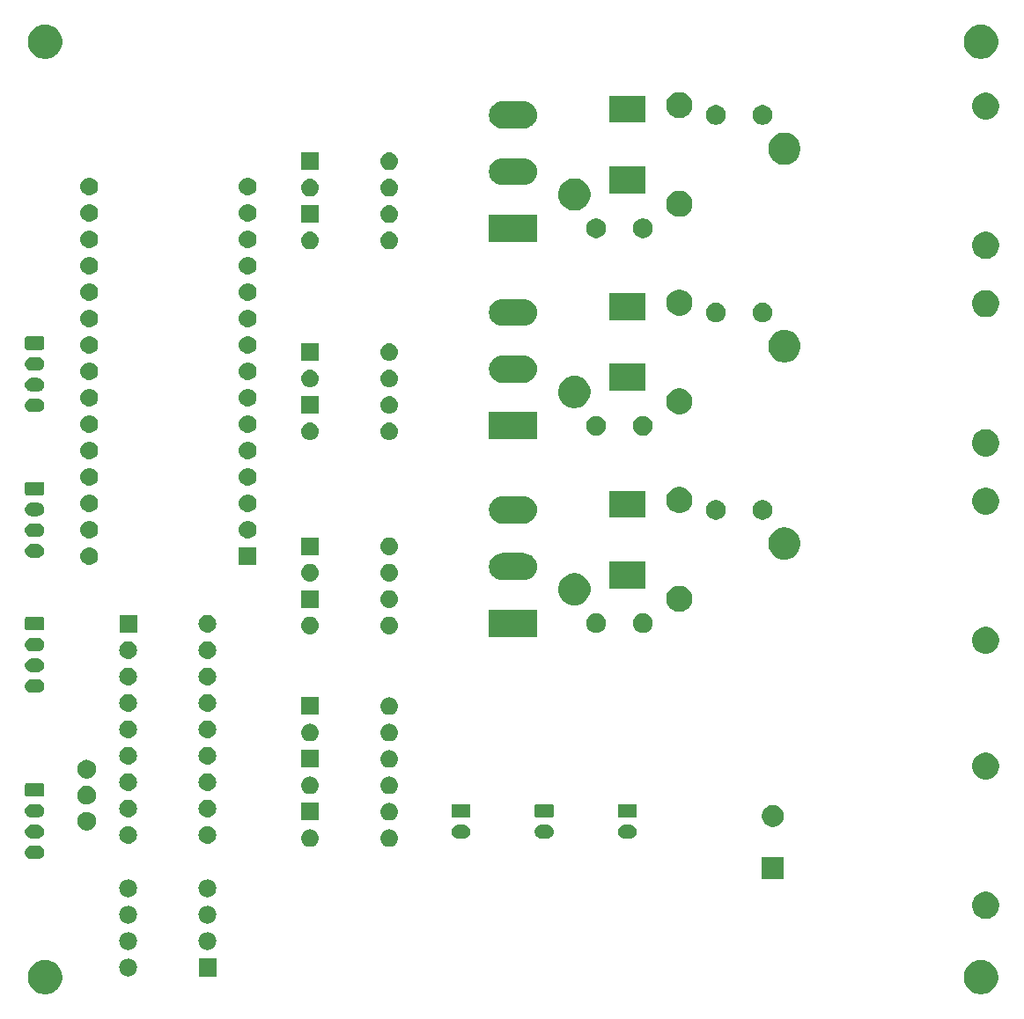
<source format=gbs>
G04 #@! TF.GenerationSoftware,KiCad,Pcbnew,(5.1.2)-1*
G04 #@! TF.CreationDate,2019-09-05T15:18:28+09:00*
G04 #@! TF.ProjectId,MD_2016_remake,4d445f32-3031-4365-9f72-656d616b652e,2*
G04 #@! TF.SameCoordinates,PXaba9500PY3473bc0*
G04 #@! TF.FileFunction,Soldermask,Bot*
G04 #@! TF.FilePolarity,Negative*
%FSLAX46Y46*%
G04 Gerber Fmt 4.6, Leading zero omitted, Abs format (unit mm)*
G04 Created by KiCad (PCBNEW (5.1.2)-1) date 2019-09-05 15:18:28*
%MOMM*%
%LPD*%
G04 APERTURE LIST*
%ADD10C,0.100000*%
G04 APERTURE END LIST*
D10*
G36*
X5375256Y-93391298D02*
G01*
X5481579Y-93412447D01*
X5782042Y-93536903D01*
X6052451Y-93717585D01*
X6282415Y-93947549D01*
X6463097Y-94217958D01*
X6587553Y-94518421D01*
X6608702Y-94624744D01*
X6641774Y-94791005D01*
X6651000Y-94837391D01*
X6651000Y-95162609D01*
X6587553Y-95481579D01*
X6463097Y-95782042D01*
X6282415Y-96052451D01*
X6052451Y-96282415D01*
X5782042Y-96463097D01*
X5481579Y-96587553D01*
X5375256Y-96608702D01*
X5162611Y-96651000D01*
X4837389Y-96651000D01*
X4624744Y-96608702D01*
X4518421Y-96587553D01*
X4217958Y-96463097D01*
X3947549Y-96282415D01*
X3717585Y-96052451D01*
X3536903Y-95782042D01*
X3412447Y-95481579D01*
X3349000Y-95162609D01*
X3349000Y-94837391D01*
X3358227Y-94791005D01*
X3391298Y-94624744D01*
X3412447Y-94518421D01*
X3536903Y-94217958D01*
X3717585Y-93947549D01*
X3947549Y-93717585D01*
X4217958Y-93536903D01*
X4518421Y-93412447D01*
X4624744Y-93391298D01*
X4837389Y-93349000D01*
X5162611Y-93349000D01*
X5375256Y-93391298D01*
X5375256Y-93391298D01*
G37*
G36*
X95375256Y-93391298D02*
G01*
X95481579Y-93412447D01*
X95782042Y-93536903D01*
X96052451Y-93717585D01*
X96282415Y-93947549D01*
X96463097Y-94217958D01*
X96587553Y-94518421D01*
X96608702Y-94624744D01*
X96641774Y-94791005D01*
X96651000Y-94837391D01*
X96651000Y-95162609D01*
X96587553Y-95481579D01*
X96463097Y-95782042D01*
X96282415Y-96052451D01*
X96052451Y-96282415D01*
X95782042Y-96463097D01*
X95481579Y-96587553D01*
X95375256Y-96608702D01*
X95162611Y-96651000D01*
X94837389Y-96651000D01*
X94624744Y-96608702D01*
X94518421Y-96587553D01*
X94217958Y-96463097D01*
X93947549Y-96282415D01*
X93717585Y-96052451D01*
X93536903Y-95782042D01*
X93412447Y-95481579D01*
X93349000Y-95162609D01*
X93349000Y-94837391D01*
X93358227Y-94791005D01*
X93391298Y-94624744D01*
X93412447Y-94518421D01*
X93536903Y-94217958D01*
X93717585Y-93947549D01*
X93947549Y-93717585D01*
X94217958Y-93536903D01*
X94518421Y-93412447D01*
X94624744Y-93391298D01*
X94837389Y-93349000D01*
X95162611Y-93349000D01*
X95375256Y-93391298D01*
X95375256Y-93391298D01*
G37*
G36*
X21471000Y-94931000D02*
G01*
X19769000Y-94931000D01*
X19769000Y-93229000D01*
X21471000Y-93229000D01*
X21471000Y-94931000D01*
X21471000Y-94931000D01*
G37*
G36*
X13166823Y-93241313D02*
G01*
X13327242Y-93289976D01*
X13437668Y-93349000D01*
X13475078Y-93368996D01*
X13604659Y-93475341D01*
X13711004Y-93604922D01*
X13711005Y-93604924D01*
X13790024Y-93752758D01*
X13838687Y-93913177D01*
X13855117Y-94080000D01*
X13838687Y-94246823D01*
X13790024Y-94407242D01*
X13730597Y-94518422D01*
X13711004Y-94555078D01*
X13604659Y-94684659D01*
X13475078Y-94791004D01*
X13475076Y-94791005D01*
X13327242Y-94870024D01*
X13166823Y-94918687D01*
X13041804Y-94931000D01*
X12958196Y-94931000D01*
X12833177Y-94918687D01*
X12672758Y-94870024D01*
X12524924Y-94791005D01*
X12524922Y-94791004D01*
X12395341Y-94684659D01*
X12288996Y-94555078D01*
X12269403Y-94518422D01*
X12209976Y-94407242D01*
X12161313Y-94246823D01*
X12144883Y-94080000D01*
X12161313Y-93913177D01*
X12209976Y-93752758D01*
X12288995Y-93604924D01*
X12288996Y-93604922D01*
X12395341Y-93475341D01*
X12524922Y-93368996D01*
X12562332Y-93349000D01*
X12672758Y-93289976D01*
X12833177Y-93241313D01*
X12958196Y-93229000D01*
X13041804Y-93229000D01*
X13166823Y-93241313D01*
X13166823Y-93241313D01*
G37*
G36*
X13166823Y-90701313D02*
G01*
X13327242Y-90749976D01*
X13459906Y-90820886D01*
X13475078Y-90828996D01*
X13604659Y-90935341D01*
X13711004Y-91064922D01*
X13711005Y-91064924D01*
X13790024Y-91212758D01*
X13838687Y-91373177D01*
X13855117Y-91540000D01*
X13838687Y-91706823D01*
X13790024Y-91867242D01*
X13719114Y-91999906D01*
X13711004Y-92015078D01*
X13604659Y-92144659D01*
X13475078Y-92251004D01*
X13475076Y-92251005D01*
X13327242Y-92330024D01*
X13166823Y-92378687D01*
X13041804Y-92391000D01*
X12958196Y-92391000D01*
X12833177Y-92378687D01*
X12672758Y-92330024D01*
X12524924Y-92251005D01*
X12524922Y-92251004D01*
X12395341Y-92144659D01*
X12288996Y-92015078D01*
X12280886Y-91999906D01*
X12209976Y-91867242D01*
X12161313Y-91706823D01*
X12144883Y-91540000D01*
X12161313Y-91373177D01*
X12209976Y-91212758D01*
X12288995Y-91064924D01*
X12288996Y-91064922D01*
X12395341Y-90935341D01*
X12524922Y-90828996D01*
X12540094Y-90820886D01*
X12672758Y-90749976D01*
X12833177Y-90701313D01*
X12958196Y-90689000D01*
X13041804Y-90689000D01*
X13166823Y-90701313D01*
X13166823Y-90701313D01*
G37*
G36*
X20786823Y-90701313D02*
G01*
X20947242Y-90749976D01*
X21079906Y-90820886D01*
X21095078Y-90828996D01*
X21224659Y-90935341D01*
X21331004Y-91064922D01*
X21331005Y-91064924D01*
X21410024Y-91212758D01*
X21458687Y-91373177D01*
X21475117Y-91540000D01*
X21458687Y-91706823D01*
X21410024Y-91867242D01*
X21339114Y-91999906D01*
X21331004Y-92015078D01*
X21224659Y-92144659D01*
X21095078Y-92251004D01*
X21095076Y-92251005D01*
X20947242Y-92330024D01*
X20786823Y-92378687D01*
X20661804Y-92391000D01*
X20578196Y-92391000D01*
X20453177Y-92378687D01*
X20292758Y-92330024D01*
X20144924Y-92251005D01*
X20144922Y-92251004D01*
X20015341Y-92144659D01*
X19908996Y-92015078D01*
X19900886Y-91999906D01*
X19829976Y-91867242D01*
X19781313Y-91706823D01*
X19764883Y-91540000D01*
X19781313Y-91373177D01*
X19829976Y-91212758D01*
X19908995Y-91064924D01*
X19908996Y-91064922D01*
X20015341Y-90935341D01*
X20144922Y-90828996D01*
X20160094Y-90820886D01*
X20292758Y-90749976D01*
X20453177Y-90701313D01*
X20578196Y-90689000D01*
X20661804Y-90689000D01*
X20786823Y-90701313D01*
X20786823Y-90701313D01*
G37*
G36*
X13166823Y-88161313D02*
G01*
X13327242Y-88209976D01*
X13459906Y-88280886D01*
X13475078Y-88288996D01*
X13604659Y-88395341D01*
X13711004Y-88524922D01*
X13711005Y-88524924D01*
X13790024Y-88672758D01*
X13838687Y-88833177D01*
X13855117Y-89000000D01*
X13838687Y-89166823D01*
X13790024Y-89327242D01*
X13750599Y-89401000D01*
X13711004Y-89475078D01*
X13604659Y-89604659D01*
X13475078Y-89711004D01*
X13475076Y-89711005D01*
X13327242Y-89790024D01*
X13166823Y-89838687D01*
X13041804Y-89851000D01*
X12958196Y-89851000D01*
X12833177Y-89838687D01*
X12672758Y-89790024D01*
X12524924Y-89711005D01*
X12524922Y-89711004D01*
X12395341Y-89604659D01*
X12288996Y-89475078D01*
X12249401Y-89401000D01*
X12209976Y-89327242D01*
X12161313Y-89166823D01*
X12144883Y-89000000D01*
X12161313Y-88833177D01*
X12209976Y-88672758D01*
X12288995Y-88524924D01*
X12288996Y-88524922D01*
X12395341Y-88395341D01*
X12524922Y-88288996D01*
X12540094Y-88280886D01*
X12672758Y-88209976D01*
X12833177Y-88161313D01*
X12958196Y-88149000D01*
X13041804Y-88149000D01*
X13166823Y-88161313D01*
X13166823Y-88161313D01*
G37*
G36*
X20786823Y-88161313D02*
G01*
X20947242Y-88209976D01*
X21079906Y-88280886D01*
X21095078Y-88288996D01*
X21224659Y-88395341D01*
X21331004Y-88524922D01*
X21331005Y-88524924D01*
X21410024Y-88672758D01*
X21458687Y-88833177D01*
X21475117Y-89000000D01*
X21458687Y-89166823D01*
X21410024Y-89327242D01*
X21370599Y-89401000D01*
X21331004Y-89475078D01*
X21224659Y-89604659D01*
X21095078Y-89711004D01*
X21095076Y-89711005D01*
X20947242Y-89790024D01*
X20786823Y-89838687D01*
X20661804Y-89851000D01*
X20578196Y-89851000D01*
X20453177Y-89838687D01*
X20292758Y-89790024D01*
X20144924Y-89711005D01*
X20144922Y-89711004D01*
X20015341Y-89604659D01*
X19908996Y-89475078D01*
X19869401Y-89401000D01*
X19829976Y-89327242D01*
X19781313Y-89166823D01*
X19764883Y-89000000D01*
X19781313Y-88833177D01*
X19829976Y-88672758D01*
X19908995Y-88524924D01*
X19908996Y-88524922D01*
X20015341Y-88395341D01*
X20144922Y-88288996D01*
X20160094Y-88280886D01*
X20292758Y-88209976D01*
X20453177Y-88161313D01*
X20578196Y-88149000D01*
X20661804Y-88149000D01*
X20786823Y-88161313D01*
X20786823Y-88161313D01*
G37*
G36*
X95829487Y-86848996D02*
G01*
X96066253Y-86947068D01*
X96066255Y-86947069D01*
X96242241Y-87064659D01*
X96279339Y-87089447D01*
X96460553Y-87270661D01*
X96602932Y-87483747D01*
X96701004Y-87720513D01*
X96751000Y-87971861D01*
X96751000Y-88228139D01*
X96701004Y-88479487D01*
X96682184Y-88524922D01*
X96602931Y-88716255D01*
X96460553Y-88929339D01*
X96279339Y-89110553D01*
X96066255Y-89252931D01*
X96066254Y-89252932D01*
X96066253Y-89252932D01*
X95829487Y-89351004D01*
X95578139Y-89401000D01*
X95321861Y-89401000D01*
X95070513Y-89351004D01*
X94833747Y-89252932D01*
X94833746Y-89252932D01*
X94833745Y-89252931D01*
X94620661Y-89110553D01*
X94439447Y-88929339D01*
X94297069Y-88716255D01*
X94217816Y-88524922D01*
X94198996Y-88479487D01*
X94149000Y-88228139D01*
X94149000Y-87971861D01*
X94198996Y-87720513D01*
X94297068Y-87483747D01*
X94439447Y-87270661D01*
X94620661Y-87089447D01*
X94657759Y-87064659D01*
X94833745Y-86947069D01*
X94833747Y-86947068D01*
X95070513Y-86848996D01*
X95321861Y-86799000D01*
X95578139Y-86799000D01*
X95829487Y-86848996D01*
X95829487Y-86848996D01*
G37*
G36*
X13166823Y-85621313D02*
G01*
X13327242Y-85669976D01*
X13459906Y-85740886D01*
X13475078Y-85748996D01*
X13604659Y-85855341D01*
X13711004Y-85984922D01*
X13711005Y-85984924D01*
X13790024Y-86132758D01*
X13838687Y-86293177D01*
X13855117Y-86460000D01*
X13838687Y-86626823D01*
X13790024Y-86787242D01*
X13757015Y-86848997D01*
X13711004Y-86935078D01*
X13604659Y-87064659D01*
X13475078Y-87171004D01*
X13475076Y-87171005D01*
X13327242Y-87250024D01*
X13166823Y-87298687D01*
X13041804Y-87311000D01*
X12958196Y-87311000D01*
X12833177Y-87298687D01*
X12672758Y-87250024D01*
X12524924Y-87171005D01*
X12524922Y-87171004D01*
X12395341Y-87064659D01*
X12288996Y-86935078D01*
X12242985Y-86848997D01*
X12209976Y-86787242D01*
X12161313Y-86626823D01*
X12144883Y-86460000D01*
X12161313Y-86293177D01*
X12209976Y-86132758D01*
X12288995Y-85984924D01*
X12288996Y-85984922D01*
X12395341Y-85855341D01*
X12524922Y-85748996D01*
X12540094Y-85740886D01*
X12672758Y-85669976D01*
X12833177Y-85621313D01*
X12958196Y-85609000D01*
X13041804Y-85609000D01*
X13166823Y-85621313D01*
X13166823Y-85621313D01*
G37*
G36*
X20786823Y-85621313D02*
G01*
X20947242Y-85669976D01*
X21079906Y-85740886D01*
X21095078Y-85748996D01*
X21224659Y-85855341D01*
X21331004Y-85984922D01*
X21331005Y-85984924D01*
X21410024Y-86132758D01*
X21458687Y-86293177D01*
X21475117Y-86460000D01*
X21458687Y-86626823D01*
X21410024Y-86787242D01*
X21377015Y-86848997D01*
X21331004Y-86935078D01*
X21224659Y-87064659D01*
X21095078Y-87171004D01*
X21095076Y-87171005D01*
X20947242Y-87250024D01*
X20786823Y-87298687D01*
X20661804Y-87311000D01*
X20578196Y-87311000D01*
X20453177Y-87298687D01*
X20292758Y-87250024D01*
X20144924Y-87171005D01*
X20144922Y-87171004D01*
X20015341Y-87064659D01*
X19908996Y-86935078D01*
X19862985Y-86848997D01*
X19829976Y-86787242D01*
X19781313Y-86626823D01*
X19764883Y-86460000D01*
X19781313Y-86293177D01*
X19829976Y-86132758D01*
X19908995Y-85984924D01*
X19908996Y-85984922D01*
X20015341Y-85855341D01*
X20144922Y-85748996D01*
X20160094Y-85740886D01*
X20292758Y-85669976D01*
X20453177Y-85621313D01*
X20578196Y-85609000D01*
X20661804Y-85609000D01*
X20786823Y-85621313D01*
X20786823Y-85621313D01*
G37*
G36*
X76051000Y-85551000D02*
G01*
X73949000Y-85551000D01*
X73949000Y-83449000D01*
X76051000Y-83449000D01*
X76051000Y-85551000D01*
X76051000Y-85551000D01*
G37*
G36*
X4338855Y-82352140D02*
G01*
X4402618Y-82358420D01*
X4493404Y-82385960D01*
X4525336Y-82395646D01*
X4638425Y-82456094D01*
X4737554Y-82537446D01*
X4818906Y-82636575D01*
X4879354Y-82749664D01*
X4879355Y-82749668D01*
X4916580Y-82872382D01*
X4929149Y-83000000D01*
X4916580Y-83127618D01*
X4889040Y-83218404D01*
X4879354Y-83250336D01*
X4818906Y-83363425D01*
X4737554Y-83462554D01*
X4638425Y-83543906D01*
X4525336Y-83604354D01*
X4493404Y-83614040D01*
X4402618Y-83641580D01*
X4338855Y-83647860D01*
X4306974Y-83651000D01*
X3693026Y-83651000D01*
X3661145Y-83647860D01*
X3597382Y-83641580D01*
X3506596Y-83614040D01*
X3474664Y-83604354D01*
X3361575Y-83543906D01*
X3262446Y-83462554D01*
X3181094Y-83363425D01*
X3120646Y-83250336D01*
X3110960Y-83218404D01*
X3083420Y-83127618D01*
X3070851Y-83000000D01*
X3083420Y-82872382D01*
X3120645Y-82749668D01*
X3120646Y-82749664D01*
X3181094Y-82636575D01*
X3262446Y-82537446D01*
X3361575Y-82456094D01*
X3474664Y-82395646D01*
X3506596Y-82385960D01*
X3597382Y-82358420D01*
X3661145Y-82352140D01*
X3693026Y-82349000D01*
X4306974Y-82349000D01*
X4338855Y-82352140D01*
X4338855Y-82352140D01*
G37*
G36*
X30646823Y-80791313D02*
G01*
X30807242Y-80839976D01*
X30921410Y-80901000D01*
X30955078Y-80918996D01*
X31084659Y-81025341D01*
X31191004Y-81154922D01*
X31191005Y-81154924D01*
X31270024Y-81302758D01*
X31318687Y-81463177D01*
X31335117Y-81630000D01*
X31318687Y-81796823D01*
X31270024Y-81957242D01*
X31230597Y-82031004D01*
X31191004Y-82105078D01*
X31084659Y-82234659D01*
X30955078Y-82341004D01*
X30955076Y-82341005D01*
X30807242Y-82420024D01*
X30646823Y-82468687D01*
X30521804Y-82481000D01*
X30438196Y-82481000D01*
X30313177Y-82468687D01*
X30152758Y-82420024D01*
X30004924Y-82341005D01*
X30004922Y-82341004D01*
X29875341Y-82234659D01*
X29768996Y-82105078D01*
X29729403Y-82031004D01*
X29689976Y-81957242D01*
X29641313Y-81796823D01*
X29624883Y-81630000D01*
X29641313Y-81463177D01*
X29689976Y-81302758D01*
X29768995Y-81154924D01*
X29768996Y-81154922D01*
X29875341Y-81025341D01*
X30004922Y-80918996D01*
X30038590Y-80901000D01*
X30152758Y-80839976D01*
X30313177Y-80791313D01*
X30438196Y-80779000D01*
X30521804Y-80779000D01*
X30646823Y-80791313D01*
X30646823Y-80791313D01*
G37*
G36*
X38266823Y-80791313D02*
G01*
X38427242Y-80839976D01*
X38541410Y-80901000D01*
X38575078Y-80918996D01*
X38704659Y-81025341D01*
X38811004Y-81154922D01*
X38811005Y-81154924D01*
X38890024Y-81302758D01*
X38938687Y-81463177D01*
X38955117Y-81630000D01*
X38938687Y-81796823D01*
X38890024Y-81957242D01*
X38850597Y-82031004D01*
X38811004Y-82105078D01*
X38704659Y-82234659D01*
X38575078Y-82341004D01*
X38575076Y-82341005D01*
X38427242Y-82420024D01*
X38266823Y-82468687D01*
X38141804Y-82481000D01*
X38058196Y-82481000D01*
X37933177Y-82468687D01*
X37772758Y-82420024D01*
X37624924Y-82341005D01*
X37624922Y-82341004D01*
X37495341Y-82234659D01*
X37388996Y-82105078D01*
X37349403Y-82031004D01*
X37309976Y-81957242D01*
X37261313Y-81796823D01*
X37244883Y-81630000D01*
X37261313Y-81463177D01*
X37309976Y-81302758D01*
X37388995Y-81154924D01*
X37388996Y-81154922D01*
X37495341Y-81025341D01*
X37624922Y-80918996D01*
X37658590Y-80901000D01*
X37772758Y-80839976D01*
X37933177Y-80791313D01*
X38058196Y-80779000D01*
X38141804Y-80779000D01*
X38266823Y-80791313D01*
X38266823Y-80791313D01*
G37*
G36*
X13166823Y-80481313D02*
G01*
X13327242Y-80529976D01*
X13410265Y-80574353D01*
X13475078Y-80608996D01*
X13604659Y-80715341D01*
X13711004Y-80844922D01*
X13711005Y-80844924D01*
X13790024Y-80992758D01*
X13838687Y-81153177D01*
X13855117Y-81320000D01*
X13838687Y-81486823D01*
X13790024Y-81647242D01*
X13788015Y-81651000D01*
X13711004Y-81795078D01*
X13604659Y-81924659D01*
X13475078Y-82031004D01*
X13475076Y-82031005D01*
X13327242Y-82110024D01*
X13166823Y-82158687D01*
X13041804Y-82171000D01*
X12958196Y-82171000D01*
X12833177Y-82158687D01*
X12672758Y-82110024D01*
X12524924Y-82031005D01*
X12524922Y-82031004D01*
X12395341Y-81924659D01*
X12288996Y-81795078D01*
X12211985Y-81651000D01*
X12209976Y-81647242D01*
X12161313Y-81486823D01*
X12144883Y-81320000D01*
X12161313Y-81153177D01*
X12209976Y-80992758D01*
X12288995Y-80844924D01*
X12288996Y-80844922D01*
X12395341Y-80715341D01*
X12524922Y-80608996D01*
X12589735Y-80574353D01*
X12672758Y-80529976D01*
X12833177Y-80481313D01*
X12958196Y-80469000D01*
X13041804Y-80469000D01*
X13166823Y-80481313D01*
X13166823Y-80481313D01*
G37*
G36*
X20786823Y-80481313D02*
G01*
X20947242Y-80529976D01*
X21030265Y-80574353D01*
X21095078Y-80608996D01*
X21224659Y-80715341D01*
X21331004Y-80844922D01*
X21331005Y-80844924D01*
X21410024Y-80992758D01*
X21458687Y-81153177D01*
X21475117Y-81320000D01*
X21458687Y-81486823D01*
X21410024Y-81647242D01*
X21408015Y-81651000D01*
X21331004Y-81795078D01*
X21224659Y-81924659D01*
X21095078Y-82031004D01*
X21095076Y-82031005D01*
X20947242Y-82110024D01*
X20786823Y-82158687D01*
X20661804Y-82171000D01*
X20578196Y-82171000D01*
X20453177Y-82158687D01*
X20292758Y-82110024D01*
X20144924Y-82031005D01*
X20144922Y-82031004D01*
X20015341Y-81924659D01*
X19908996Y-81795078D01*
X19831985Y-81651000D01*
X19829976Y-81647242D01*
X19781313Y-81486823D01*
X19764883Y-81320000D01*
X19781313Y-81153177D01*
X19829976Y-80992758D01*
X19908995Y-80844924D01*
X19908996Y-80844922D01*
X20015341Y-80715341D01*
X20144922Y-80608996D01*
X20209735Y-80574353D01*
X20292758Y-80529976D01*
X20453177Y-80481313D01*
X20578196Y-80469000D01*
X20661804Y-80469000D01*
X20786823Y-80481313D01*
X20786823Y-80481313D01*
G37*
G36*
X53338855Y-80352140D02*
G01*
X53402618Y-80358420D01*
X53493404Y-80385960D01*
X53525336Y-80395646D01*
X53638425Y-80456094D01*
X53737554Y-80537446D01*
X53818906Y-80636575D01*
X53879354Y-80749664D01*
X53879355Y-80749668D01*
X53916580Y-80872382D01*
X53929149Y-81000000D01*
X53916580Y-81127618D01*
X53889040Y-81218404D01*
X53879354Y-81250336D01*
X53818906Y-81363425D01*
X53737554Y-81462554D01*
X53638425Y-81543906D01*
X53525336Y-81604354D01*
X53493404Y-81614040D01*
X53402618Y-81641580D01*
X53345160Y-81647239D01*
X53306974Y-81651000D01*
X52693026Y-81651000D01*
X52654840Y-81647239D01*
X52597382Y-81641580D01*
X52506596Y-81614040D01*
X52474664Y-81604354D01*
X52361575Y-81543906D01*
X52262446Y-81462554D01*
X52181094Y-81363425D01*
X52120646Y-81250336D01*
X52110960Y-81218404D01*
X52083420Y-81127618D01*
X52070851Y-81000000D01*
X52083420Y-80872382D01*
X52120645Y-80749668D01*
X52120646Y-80749664D01*
X52181094Y-80636575D01*
X52262446Y-80537446D01*
X52361575Y-80456094D01*
X52474664Y-80395646D01*
X52506596Y-80385960D01*
X52597382Y-80358420D01*
X52661145Y-80352140D01*
X52693026Y-80349000D01*
X53306974Y-80349000D01*
X53338855Y-80352140D01*
X53338855Y-80352140D01*
G37*
G36*
X61338855Y-80352140D02*
G01*
X61402618Y-80358420D01*
X61493404Y-80385960D01*
X61525336Y-80395646D01*
X61638425Y-80456094D01*
X61737554Y-80537446D01*
X61818906Y-80636575D01*
X61879354Y-80749664D01*
X61879355Y-80749668D01*
X61916580Y-80872382D01*
X61929149Y-81000000D01*
X61916580Y-81127618D01*
X61889040Y-81218404D01*
X61879354Y-81250336D01*
X61818906Y-81363425D01*
X61737554Y-81462554D01*
X61638425Y-81543906D01*
X61525336Y-81604354D01*
X61493404Y-81614040D01*
X61402618Y-81641580D01*
X61345160Y-81647239D01*
X61306974Y-81651000D01*
X60693026Y-81651000D01*
X60654840Y-81647239D01*
X60597382Y-81641580D01*
X60506596Y-81614040D01*
X60474664Y-81604354D01*
X60361575Y-81543906D01*
X60262446Y-81462554D01*
X60181094Y-81363425D01*
X60120646Y-81250336D01*
X60110960Y-81218404D01*
X60083420Y-81127618D01*
X60070851Y-81000000D01*
X60083420Y-80872382D01*
X60120645Y-80749668D01*
X60120646Y-80749664D01*
X60181094Y-80636575D01*
X60262446Y-80537446D01*
X60361575Y-80456094D01*
X60474664Y-80395646D01*
X60506596Y-80385960D01*
X60597382Y-80358420D01*
X60661145Y-80352140D01*
X60693026Y-80349000D01*
X61306974Y-80349000D01*
X61338855Y-80352140D01*
X61338855Y-80352140D01*
G37*
G36*
X45338855Y-80352140D02*
G01*
X45402618Y-80358420D01*
X45493404Y-80385960D01*
X45525336Y-80395646D01*
X45638425Y-80456094D01*
X45737554Y-80537446D01*
X45818906Y-80636575D01*
X45879354Y-80749664D01*
X45879355Y-80749668D01*
X45916580Y-80872382D01*
X45929149Y-81000000D01*
X45916580Y-81127618D01*
X45889040Y-81218404D01*
X45879354Y-81250336D01*
X45818906Y-81363425D01*
X45737554Y-81462554D01*
X45638425Y-81543906D01*
X45525336Y-81604354D01*
X45493404Y-81614040D01*
X45402618Y-81641580D01*
X45345160Y-81647239D01*
X45306974Y-81651000D01*
X44693026Y-81651000D01*
X44654840Y-81647239D01*
X44597382Y-81641580D01*
X44506596Y-81614040D01*
X44474664Y-81604354D01*
X44361575Y-81543906D01*
X44262446Y-81462554D01*
X44181094Y-81363425D01*
X44120646Y-81250336D01*
X44110960Y-81218404D01*
X44083420Y-81127618D01*
X44070851Y-81000000D01*
X44083420Y-80872382D01*
X44120645Y-80749668D01*
X44120646Y-80749664D01*
X44181094Y-80636575D01*
X44262446Y-80537446D01*
X44361575Y-80456094D01*
X44474664Y-80395646D01*
X44506596Y-80385960D01*
X44597382Y-80358420D01*
X44661145Y-80352140D01*
X44693026Y-80349000D01*
X45306974Y-80349000D01*
X45338855Y-80352140D01*
X45338855Y-80352140D01*
G37*
G36*
X4338855Y-80352140D02*
G01*
X4402618Y-80358420D01*
X4493404Y-80385960D01*
X4525336Y-80395646D01*
X4638425Y-80456094D01*
X4737554Y-80537446D01*
X4818906Y-80636575D01*
X4879354Y-80749664D01*
X4879355Y-80749668D01*
X4916580Y-80872382D01*
X4929149Y-81000000D01*
X4916580Y-81127618D01*
X4889040Y-81218404D01*
X4879354Y-81250336D01*
X4818906Y-81363425D01*
X4737554Y-81462554D01*
X4638425Y-81543906D01*
X4525336Y-81604354D01*
X4493404Y-81614040D01*
X4402618Y-81641580D01*
X4345160Y-81647239D01*
X4306974Y-81651000D01*
X3693026Y-81651000D01*
X3654840Y-81647239D01*
X3597382Y-81641580D01*
X3506596Y-81614040D01*
X3474664Y-81604354D01*
X3361575Y-81543906D01*
X3262446Y-81462554D01*
X3181094Y-81363425D01*
X3120646Y-81250336D01*
X3110960Y-81218404D01*
X3083420Y-81127618D01*
X3070851Y-81000000D01*
X3083420Y-80872382D01*
X3120645Y-80749668D01*
X3120646Y-80749664D01*
X3181094Y-80636575D01*
X3262446Y-80537446D01*
X3361575Y-80456094D01*
X3474664Y-80395646D01*
X3506596Y-80385960D01*
X3597382Y-80358420D01*
X3661145Y-80352140D01*
X3693026Y-80349000D01*
X4306974Y-80349000D01*
X4338855Y-80352140D01*
X4338855Y-80352140D01*
G37*
G36*
X9113512Y-79103927D02*
G01*
X9262812Y-79133624D01*
X9426784Y-79201544D01*
X9574354Y-79300147D01*
X9699853Y-79425646D01*
X9798456Y-79573216D01*
X9866376Y-79737188D01*
X9901000Y-79911259D01*
X9901000Y-80088741D01*
X9866376Y-80262812D01*
X9798456Y-80426784D01*
X9699853Y-80574354D01*
X9574354Y-80699853D01*
X9426784Y-80798456D01*
X9262812Y-80866376D01*
X9113512Y-80896073D01*
X9088742Y-80901000D01*
X8911258Y-80901000D01*
X8886488Y-80896073D01*
X8737188Y-80866376D01*
X8573216Y-80798456D01*
X8425646Y-80699853D01*
X8300147Y-80574354D01*
X8201544Y-80426784D01*
X8133624Y-80262812D01*
X8099000Y-80088741D01*
X8099000Y-79911259D01*
X8133624Y-79737188D01*
X8201544Y-79573216D01*
X8300147Y-79425646D01*
X8425646Y-79300147D01*
X8573216Y-79201544D01*
X8737188Y-79133624D01*
X8886488Y-79103927D01*
X8911258Y-79099000D01*
X9088742Y-79099000D01*
X9113512Y-79103927D01*
X9113512Y-79103927D01*
G37*
G36*
X75306564Y-78489389D02*
G01*
X75461279Y-78553474D01*
X75497835Y-78568616D01*
X75669973Y-78683635D01*
X75816365Y-78830027D01*
X75894406Y-78946823D01*
X75931385Y-79002167D01*
X76010611Y-79193436D01*
X76051000Y-79396484D01*
X76051000Y-79603516D01*
X76010611Y-79806564D01*
X75960026Y-79928687D01*
X75931384Y-79997835D01*
X75816365Y-80169973D01*
X75669973Y-80316365D01*
X75497835Y-80431384D01*
X75497834Y-80431385D01*
X75497833Y-80431385D01*
X75306564Y-80510611D01*
X75103516Y-80551000D01*
X74896484Y-80551000D01*
X74693436Y-80510611D01*
X74502167Y-80431385D01*
X74502166Y-80431385D01*
X74502165Y-80431384D01*
X74330027Y-80316365D01*
X74183635Y-80169973D01*
X74068616Y-79997835D01*
X74039974Y-79928687D01*
X73989389Y-79806564D01*
X73949000Y-79603516D01*
X73949000Y-79396484D01*
X73989389Y-79193436D01*
X74068615Y-79002167D01*
X74105595Y-78946823D01*
X74183635Y-78830027D01*
X74330027Y-78683635D01*
X74502165Y-78568616D01*
X74538721Y-78553474D01*
X74693436Y-78489389D01*
X74896484Y-78449000D01*
X75103516Y-78449000D01*
X75306564Y-78489389D01*
X75306564Y-78489389D01*
G37*
G36*
X31331000Y-79941000D02*
G01*
X29629000Y-79941000D01*
X29629000Y-78239000D01*
X31331000Y-78239000D01*
X31331000Y-79941000D01*
X31331000Y-79941000D01*
G37*
G36*
X38266823Y-78251313D02*
G01*
X38397380Y-78290917D01*
X38422232Y-78298456D01*
X38427242Y-78299976D01*
X38557589Y-78369648D01*
X38575078Y-78378996D01*
X38704659Y-78485341D01*
X38811004Y-78614922D01*
X38811005Y-78614924D01*
X38890024Y-78762758D01*
X38938687Y-78923177D01*
X38955117Y-79090000D01*
X38938687Y-79256823D01*
X38890024Y-79417242D01*
X38822321Y-79543905D01*
X38811004Y-79565078D01*
X38704659Y-79694659D01*
X38575078Y-79801004D01*
X38575076Y-79801005D01*
X38427242Y-79880024D01*
X38266823Y-79928687D01*
X38141804Y-79941000D01*
X38058196Y-79941000D01*
X37933177Y-79928687D01*
X37772758Y-79880024D01*
X37624924Y-79801005D01*
X37624922Y-79801004D01*
X37495341Y-79694659D01*
X37388996Y-79565078D01*
X37377679Y-79543905D01*
X37309976Y-79417242D01*
X37261313Y-79256823D01*
X37244883Y-79090000D01*
X37261313Y-78923177D01*
X37309976Y-78762758D01*
X37388995Y-78614924D01*
X37388996Y-78614922D01*
X37495341Y-78485341D01*
X37624922Y-78378996D01*
X37642411Y-78369648D01*
X37772758Y-78299976D01*
X37777769Y-78298456D01*
X37802620Y-78290917D01*
X37933177Y-78251313D01*
X38058196Y-78239000D01*
X38141804Y-78239000D01*
X38266823Y-78251313D01*
X38266823Y-78251313D01*
G37*
G36*
X45766242Y-78353404D02*
G01*
X45803337Y-78364657D01*
X45837515Y-78382925D01*
X45867481Y-78407519D01*
X45892075Y-78437485D01*
X45910343Y-78471663D01*
X45921596Y-78508758D01*
X45926000Y-78553474D01*
X45926000Y-79446526D01*
X45921596Y-79491242D01*
X45910343Y-79528337D01*
X45892075Y-79562515D01*
X45867481Y-79592481D01*
X45837515Y-79617075D01*
X45803337Y-79635343D01*
X45766242Y-79646596D01*
X45721526Y-79651000D01*
X44278474Y-79651000D01*
X44233758Y-79646596D01*
X44196663Y-79635343D01*
X44162485Y-79617075D01*
X44132519Y-79592481D01*
X44107925Y-79562515D01*
X44089657Y-79528337D01*
X44078404Y-79491242D01*
X44074000Y-79446526D01*
X44074000Y-78553474D01*
X44078404Y-78508758D01*
X44089657Y-78471663D01*
X44107925Y-78437485D01*
X44132519Y-78407519D01*
X44162485Y-78382925D01*
X44196663Y-78364657D01*
X44233758Y-78353404D01*
X44278474Y-78349000D01*
X45721526Y-78349000D01*
X45766242Y-78353404D01*
X45766242Y-78353404D01*
G37*
G36*
X4338855Y-78352140D02*
G01*
X4402618Y-78358420D01*
X4483400Y-78382925D01*
X4525336Y-78395646D01*
X4638425Y-78456094D01*
X4737554Y-78537446D01*
X4818906Y-78636575D01*
X4879354Y-78749664D01*
X4879355Y-78749668D01*
X4916580Y-78872382D01*
X4929149Y-79000000D01*
X4916580Y-79127618D01*
X4896614Y-79193436D01*
X4879354Y-79250336D01*
X4818906Y-79363425D01*
X4737554Y-79462554D01*
X4638425Y-79543906D01*
X4525336Y-79604354D01*
X4493404Y-79614040D01*
X4402618Y-79641580D01*
X4338855Y-79647860D01*
X4306974Y-79651000D01*
X3693026Y-79651000D01*
X3661145Y-79647860D01*
X3597382Y-79641580D01*
X3506596Y-79614040D01*
X3474664Y-79604354D01*
X3361575Y-79543906D01*
X3262446Y-79462554D01*
X3181094Y-79363425D01*
X3120646Y-79250336D01*
X3103386Y-79193436D01*
X3083420Y-79127618D01*
X3070851Y-79000000D01*
X3083420Y-78872382D01*
X3120645Y-78749668D01*
X3120646Y-78749664D01*
X3181094Y-78636575D01*
X3262446Y-78537446D01*
X3361575Y-78456094D01*
X3474664Y-78395646D01*
X3516600Y-78382925D01*
X3597382Y-78358420D01*
X3661145Y-78352140D01*
X3693026Y-78349000D01*
X4306974Y-78349000D01*
X4338855Y-78352140D01*
X4338855Y-78352140D01*
G37*
G36*
X61766242Y-78353404D02*
G01*
X61803337Y-78364657D01*
X61837515Y-78382925D01*
X61867481Y-78407519D01*
X61892075Y-78437485D01*
X61910343Y-78471663D01*
X61921596Y-78508758D01*
X61926000Y-78553474D01*
X61926000Y-79446526D01*
X61921596Y-79491242D01*
X61910343Y-79528337D01*
X61892075Y-79562515D01*
X61867481Y-79592481D01*
X61837515Y-79617075D01*
X61803337Y-79635343D01*
X61766242Y-79646596D01*
X61721526Y-79651000D01*
X60278474Y-79651000D01*
X60233758Y-79646596D01*
X60196663Y-79635343D01*
X60162485Y-79617075D01*
X60132519Y-79592481D01*
X60107925Y-79562515D01*
X60089657Y-79528337D01*
X60078404Y-79491242D01*
X60074000Y-79446526D01*
X60074000Y-78553474D01*
X60078404Y-78508758D01*
X60089657Y-78471663D01*
X60107925Y-78437485D01*
X60132519Y-78407519D01*
X60162485Y-78382925D01*
X60196663Y-78364657D01*
X60233758Y-78353404D01*
X60278474Y-78349000D01*
X61721526Y-78349000D01*
X61766242Y-78353404D01*
X61766242Y-78353404D01*
G37*
G36*
X53766242Y-78353404D02*
G01*
X53803337Y-78364657D01*
X53837515Y-78382925D01*
X53867481Y-78407519D01*
X53892075Y-78437485D01*
X53910343Y-78471663D01*
X53921596Y-78508758D01*
X53926000Y-78553474D01*
X53926000Y-79446526D01*
X53921596Y-79491242D01*
X53910343Y-79528337D01*
X53892075Y-79562515D01*
X53867481Y-79592481D01*
X53837515Y-79617075D01*
X53803337Y-79635343D01*
X53766242Y-79646596D01*
X53721526Y-79651000D01*
X52278474Y-79651000D01*
X52233758Y-79646596D01*
X52196663Y-79635343D01*
X52162485Y-79617075D01*
X52132519Y-79592481D01*
X52107925Y-79562515D01*
X52089657Y-79528337D01*
X52078404Y-79491242D01*
X52074000Y-79446526D01*
X52074000Y-78553474D01*
X52078404Y-78508758D01*
X52089657Y-78471663D01*
X52107925Y-78437485D01*
X52132519Y-78407519D01*
X52162485Y-78382925D01*
X52196663Y-78364657D01*
X52233758Y-78353404D01*
X52278474Y-78349000D01*
X53721526Y-78349000D01*
X53766242Y-78353404D01*
X53766242Y-78353404D01*
G37*
G36*
X13166823Y-77941313D02*
G01*
X13327242Y-77989976D01*
X13459906Y-78060886D01*
X13475078Y-78068996D01*
X13604659Y-78175341D01*
X13711004Y-78304922D01*
X13711005Y-78304924D01*
X13790024Y-78452758D01*
X13838687Y-78613177D01*
X13855117Y-78780000D01*
X13838687Y-78946823D01*
X13790024Y-79107242D01*
X13743953Y-79193435D01*
X13711004Y-79255078D01*
X13604659Y-79384659D01*
X13475078Y-79491004D01*
X13475076Y-79491005D01*
X13327242Y-79570024D01*
X13327239Y-79570025D01*
X13316713Y-79573218D01*
X13166823Y-79618687D01*
X13041804Y-79631000D01*
X12958196Y-79631000D01*
X12833177Y-79618687D01*
X12683287Y-79573218D01*
X12672761Y-79570025D01*
X12672758Y-79570024D01*
X12524924Y-79491005D01*
X12524922Y-79491004D01*
X12395341Y-79384659D01*
X12288996Y-79255078D01*
X12256047Y-79193435D01*
X12209976Y-79107242D01*
X12161313Y-78946823D01*
X12144883Y-78780000D01*
X12161313Y-78613177D01*
X12209976Y-78452758D01*
X12288995Y-78304924D01*
X12288996Y-78304922D01*
X12395341Y-78175341D01*
X12524922Y-78068996D01*
X12540094Y-78060886D01*
X12672758Y-77989976D01*
X12833177Y-77941313D01*
X12958196Y-77929000D01*
X13041804Y-77929000D01*
X13166823Y-77941313D01*
X13166823Y-77941313D01*
G37*
G36*
X20786823Y-77941313D02*
G01*
X20947242Y-77989976D01*
X21079906Y-78060886D01*
X21095078Y-78068996D01*
X21224659Y-78175341D01*
X21331004Y-78304922D01*
X21331005Y-78304924D01*
X21410024Y-78452758D01*
X21458687Y-78613177D01*
X21475117Y-78780000D01*
X21458687Y-78946823D01*
X21410024Y-79107242D01*
X21363953Y-79193435D01*
X21331004Y-79255078D01*
X21224659Y-79384659D01*
X21095078Y-79491004D01*
X21095076Y-79491005D01*
X20947242Y-79570024D01*
X20947239Y-79570025D01*
X20936713Y-79573218D01*
X20786823Y-79618687D01*
X20661804Y-79631000D01*
X20578196Y-79631000D01*
X20453177Y-79618687D01*
X20303287Y-79573218D01*
X20292761Y-79570025D01*
X20292758Y-79570024D01*
X20144924Y-79491005D01*
X20144922Y-79491004D01*
X20015341Y-79384659D01*
X19908996Y-79255078D01*
X19876047Y-79193435D01*
X19829976Y-79107242D01*
X19781313Y-78946823D01*
X19764883Y-78780000D01*
X19781313Y-78613177D01*
X19829976Y-78452758D01*
X19908995Y-78304924D01*
X19908996Y-78304922D01*
X20015341Y-78175341D01*
X20144922Y-78068996D01*
X20160094Y-78060886D01*
X20292758Y-77989976D01*
X20453177Y-77941313D01*
X20578196Y-77929000D01*
X20661804Y-77929000D01*
X20786823Y-77941313D01*
X20786823Y-77941313D01*
G37*
G36*
X9113512Y-76603927D02*
G01*
X9262812Y-76633624D01*
X9426784Y-76701544D01*
X9574354Y-76800147D01*
X9699853Y-76925646D01*
X9798456Y-77073216D01*
X9866376Y-77237188D01*
X9886831Y-77340025D01*
X9898960Y-77401000D01*
X9901000Y-77411259D01*
X9901000Y-77588741D01*
X9866376Y-77762812D01*
X9798456Y-77926784D01*
X9699853Y-78074354D01*
X9574354Y-78199853D01*
X9426784Y-78298456D01*
X9262812Y-78366376D01*
X9115663Y-78395645D01*
X9088742Y-78401000D01*
X8911258Y-78401000D01*
X8884337Y-78395645D01*
X8737188Y-78366376D01*
X8573216Y-78298456D01*
X8425646Y-78199853D01*
X8300147Y-78074354D01*
X8201544Y-77926784D01*
X8133624Y-77762812D01*
X8099000Y-77588741D01*
X8099000Y-77411259D01*
X8101041Y-77401000D01*
X8113169Y-77340025D01*
X8133624Y-77237188D01*
X8201544Y-77073216D01*
X8300147Y-76925646D01*
X8425646Y-76800147D01*
X8573216Y-76701544D01*
X8737188Y-76633624D01*
X8886488Y-76603927D01*
X8911258Y-76599000D01*
X9088742Y-76599000D01*
X9113512Y-76603927D01*
X9113512Y-76603927D01*
G37*
G36*
X4766242Y-76353404D02*
G01*
X4803337Y-76364657D01*
X4837515Y-76382925D01*
X4867481Y-76407519D01*
X4892075Y-76437485D01*
X4910343Y-76471663D01*
X4921596Y-76508758D01*
X4926000Y-76553474D01*
X4926000Y-77446526D01*
X4921596Y-77491242D01*
X4910343Y-77528337D01*
X4892075Y-77562515D01*
X4867481Y-77592481D01*
X4837515Y-77617075D01*
X4803337Y-77635343D01*
X4766242Y-77646596D01*
X4721526Y-77651000D01*
X3278474Y-77651000D01*
X3233758Y-77646596D01*
X3196663Y-77635343D01*
X3162485Y-77617075D01*
X3132519Y-77592481D01*
X3107925Y-77562515D01*
X3089657Y-77528337D01*
X3078404Y-77491242D01*
X3074000Y-77446526D01*
X3074000Y-76553474D01*
X3078404Y-76508758D01*
X3089657Y-76471663D01*
X3107925Y-76437485D01*
X3132519Y-76407519D01*
X3162485Y-76382925D01*
X3196663Y-76364657D01*
X3233758Y-76353404D01*
X3278474Y-76349000D01*
X4721526Y-76349000D01*
X4766242Y-76353404D01*
X4766242Y-76353404D01*
G37*
G36*
X30646823Y-75711313D02*
G01*
X30807242Y-75759976D01*
X30939906Y-75830886D01*
X30955078Y-75838996D01*
X31084659Y-75945341D01*
X31191004Y-76074922D01*
X31191005Y-76074924D01*
X31270024Y-76222758D01*
X31318687Y-76383177D01*
X31335117Y-76550000D01*
X31318687Y-76716823D01*
X31270024Y-76877242D01*
X31244151Y-76925646D01*
X31191004Y-77025078D01*
X31084659Y-77154659D01*
X30955078Y-77261004D01*
X30955076Y-77261005D01*
X30807242Y-77340024D01*
X30646823Y-77388687D01*
X30521804Y-77401000D01*
X30438196Y-77401000D01*
X30313177Y-77388687D01*
X30152758Y-77340024D01*
X30004924Y-77261005D01*
X30004922Y-77261004D01*
X29875341Y-77154659D01*
X29768996Y-77025078D01*
X29715849Y-76925646D01*
X29689976Y-76877242D01*
X29641313Y-76716823D01*
X29624883Y-76550000D01*
X29641313Y-76383177D01*
X29689976Y-76222758D01*
X29768995Y-76074924D01*
X29768996Y-76074922D01*
X29875341Y-75945341D01*
X30004922Y-75838996D01*
X30020094Y-75830886D01*
X30152758Y-75759976D01*
X30313177Y-75711313D01*
X30438196Y-75699000D01*
X30521804Y-75699000D01*
X30646823Y-75711313D01*
X30646823Y-75711313D01*
G37*
G36*
X38266823Y-75711313D02*
G01*
X38427242Y-75759976D01*
X38559906Y-75830886D01*
X38575078Y-75838996D01*
X38704659Y-75945341D01*
X38811004Y-76074922D01*
X38811005Y-76074924D01*
X38890024Y-76222758D01*
X38938687Y-76383177D01*
X38955117Y-76550000D01*
X38938687Y-76716823D01*
X38890024Y-76877242D01*
X38864151Y-76925646D01*
X38811004Y-77025078D01*
X38704659Y-77154659D01*
X38575078Y-77261004D01*
X38575076Y-77261005D01*
X38427242Y-77340024D01*
X38266823Y-77388687D01*
X38141804Y-77401000D01*
X38058196Y-77401000D01*
X37933177Y-77388687D01*
X37772758Y-77340024D01*
X37624924Y-77261005D01*
X37624922Y-77261004D01*
X37495341Y-77154659D01*
X37388996Y-77025078D01*
X37335849Y-76925646D01*
X37309976Y-76877242D01*
X37261313Y-76716823D01*
X37244883Y-76550000D01*
X37261313Y-76383177D01*
X37309976Y-76222758D01*
X37388995Y-76074924D01*
X37388996Y-76074922D01*
X37495341Y-75945341D01*
X37624922Y-75838996D01*
X37640094Y-75830886D01*
X37772758Y-75759976D01*
X37933177Y-75711313D01*
X38058196Y-75699000D01*
X38141804Y-75699000D01*
X38266823Y-75711313D01*
X38266823Y-75711313D01*
G37*
G36*
X20786823Y-75401313D02*
G01*
X20947242Y-75449976D01*
X21079906Y-75520886D01*
X21095078Y-75528996D01*
X21224659Y-75635341D01*
X21331004Y-75764922D01*
X21331005Y-75764924D01*
X21410024Y-75912758D01*
X21458687Y-76073177D01*
X21475117Y-76240000D01*
X21458687Y-76406823D01*
X21410024Y-76567242D01*
X21339114Y-76699906D01*
X21331004Y-76715078D01*
X21224659Y-76844659D01*
X21095078Y-76951004D01*
X21095076Y-76951005D01*
X20947242Y-77030024D01*
X20786823Y-77078687D01*
X20661804Y-77091000D01*
X20578196Y-77091000D01*
X20453177Y-77078687D01*
X20292758Y-77030024D01*
X20144924Y-76951005D01*
X20144922Y-76951004D01*
X20015341Y-76844659D01*
X19908996Y-76715078D01*
X19900886Y-76699906D01*
X19829976Y-76567242D01*
X19781313Y-76406823D01*
X19764883Y-76240000D01*
X19781313Y-76073177D01*
X19829976Y-75912758D01*
X19908995Y-75764924D01*
X19908996Y-75764922D01*
X20015341Y-75635341D01*
X20144922Y-75528996D01*
X20160094Y-75520886D01*
X20292758Y-75449976D01*
X20453177Y-75401313D01*
X20578196Y-75389000D01*
X20661804Y-75389000D01*
X20786823Y-75401313D01*
X20786823Y-75401313D01*
G37*
G36*
X13166823Y-75401313D02*
G01*
X13327242Y-75449976D01*
X13459906Y-75520886D01*
X13475078Y-75528996D01*
X13604659Y-75635341D01*
X13711004Y-75764922D01*
X13711005Y-75764924D01*
X13790024Y-75912758D01*
X13838687Y-76073177D01*
X13855117Y-76240000D01*
X13838687Y-76406823D01*
X13790024Y-76567242D01*
X13719114Y-76699906D01*
X13711004Y-76715078D01*
X13604659Y-76844659D01*
X13475078Y-76951004D01*
X13475076Y-76951005D01*
X13327242Y-77030024D01*
X13166823Y-77078687D01*
X13041804Y-77091000D01*
X12958196Y-77091000D01*
X12833177Y-77078687D01*
X12672758Y-77030024D01*
X12524924Y-76951005D01*
X12524922Y-76951004D01*
X12395341Y-76844659D01*
X12288996Y-76715078D01*
X12280886Y-76699906D01*
X12209976Y-76567242D01*
X12161313Y-76406823D01*
X12144883Y-76240000D01*
X12161313Y-76073177D01*
X12209976Y-75912758D01*
X12288995Y-75764924D01*
X12288996Y-75764922D01*
X12395341Y-75635341D01*
X12524922Y-75528996D01*
X12540094Y-75520886D01*
X12672758Y-75449976D01*
X12833177Y-75401313D01*
X12958196Y-75389000D01*
X13041804Y-75389000D01*
X13166823Y-75401313D01*
X13166823Y-75401313D01*
G37*
G36*
X95829487Y-73448996D02*
G01*
X96066253Y-73547068D01*
X96066255Y-73547069D01*
X96269328Y-73682758D01*
X96279339Y-73689447D01*
X96460553Y-73870661D01*
X96602932Y-74083747D01*
X96701004Y-74320513D01*
X96751000Y-74571861D01*
X96751000Y-74828139D01*
X96701004Y-75079487D01*
X96697170Y-75088742D01*
X96602931Y-75316255D01*
X96460553Y-75529339D01*
X96279339Y-75710553D01*
X96066255Y-75852931D01*
X96066254Y-75852932D01*
X96066253Y-75852932D01*
X95829487Y-75951004D01*
X95578139Y-76001000D01*
X95321861Y-76001000D01*
X95070513Y-75951004D01*
X94833747Y-75852932D01*
X94833746Y-75852932D01*
X94833745Y-75852931D01*
X94620661Y-75710553D01*
X94439447Y-75529339D01*
X94297069Y-75316255D01*
X94202830Y-75088742D01*
X94198996Y-75079487D01*
X94149000Y-74828139D01*
X94149000Y-74571861D01*
X94198996Y-74320513D01*
X94297068Y-74083747D01*
X94439447Y-73870661D01*
X94620661Y-73689447D01*
X94630672Y-73682758D01*
X94833745Y-73547069D01*
X94833747Y-73547068D01*
X95070513Y-73448996D01*
X95321861Y-73399000D01*
X95578139Y-73399000D01*
X95829487Y-73448996D01*
X95829487Y-73448996D01*
G37*
G36*
X9113512Y-74103927D02*
G01*
X9262812Y-74133624D01*
X9426784Y-74201544D01*
X9574354Y-74300147D01*
X9699853Y-74425646D01*
X9798456Y-74573216D01*
X9866376Y-74737188D01*
X9901000Y-74911259D01*
X9901000Y-75088741D01*
X9866376Y-75262812D01*
X9798456Y-75426784D01*
X9699853Y-75574354D01*
X9574354Y-75699853D01*
X9426784Y-75798456D01*
X9262812Y-75866376D01*
X9113512Y-75896073D01*
X9088742Y-75901000D01*
X8911258Y-75901000D01*
X8886488Y-75896073D01*
X8737188Y-75866376D01*
X8573216Y-75798456D01*
X8425646Y-75699853D01*
X8300147Y-75574354D01*
X8201544Y-75426784D01*
X8133624Y-75262812D01*
X8099000Y-75088741D01*
X8099000Y-74911259D01*
X8133624Y-74737188D01*
X8201544Y-74573216D01*
X8300147Y-74425646D01*
X8425646Y-74300147D01*
X8573216Y-74201544D01*
X8737188Y-74133624D01*
X8886488Y-74103927D01*
X8911258Y-74099000D01*
X9088742Y-74099000D01*
X9113512Y-74103927D01*
X9113512Y-74103927D01*
G37*
G36*
X38266823Y-73171313D02*
G01*
X38427242Y-73219976D01*
X38559906Y-73290886D01*
X38575078Y-73298996D01*
X38704659Y-73405341D01*
X38811004Y-73534922D01*
X38811005Y-73534924D01*
X38890024Y-73682758D01*
X38938687Y-73843177D01*
X38955117Y-74010000D01*
X38938687Y-74176823D01*
X38890024Y-74337242D01*
X38850597Y-74411004D01*
X38811004Y-74485078D01*
X38704659Y-74614659D01*
X38575078Y-74721004D01*
X38575076Y-74721005D01*
X38427242Y-74800024D01*
X38266823Y-74848687D01*
X38141804Y-74861000D01*
X38058196Y-74861000D01*
X37933177Y-74848687D01*
X37772758Y-74800024D01*
X37624924Y-74721005D01*
X37624922Y-74721004D01*
X37495341Y-74614659D01*
X37388996Y-74485078D01*
X37349403Y-74411004D01*
X37309976Y-74337242D01*
X37261313Y-74176823D01*
X37244883Y-74010000D01*
X37261313Y-73843177D01*
X37309976Y-73682758D01*
X37388995Y-73534924D01*
X37388996Y-73534922D01*
X37495341Y-73405341D01*
X37624922Y-73298996D01*
X37640094Y-73290886D01*
X37772758Y-73219976D01*
X37933177Y-73171313D01*
X38058196Y-73159000D01*
X38141804Y-73159000D01*
X38266823Y-73171313D01*
X38266823Y-73171313D01*
G37*
G36*
X31331000Y-74861000D02*
G01*
X29629000Y-74861000D01*
X29629000Y-73159000D01*
X31331000Y-73159000D01*
X31331000Y-74861000D01*
X31331000Y-74861000D01*
G37*
G36*
X13166823Y-72861313D02*
G01*
X13327242Y-72909976D01*
X13459906Y-72980886D01*
X13475078Y-72988996D01*
X13604659Y-73095341D01*
X13711004Y-73224922D01*
X13711005Y-73224924D01*
X13790024Y-73372758D01*
X13790025Y-73372761D01*
X13799083Y-73402620D01*
X13838687Y-73533177D01*
X13855117Y-73700000D01*
X13838687Y-73866823D01*
X13790024Y-74027242D01*
X13733161Y-74133625D01*
X13711004Y-74175078D01*
X13604659Y-74304659D01*
X13475078Y-74411004D01*
X13475076Y-74411005D01*
X13327242Y-74490024D01*
X13166823Y-74538687D01*
X13041804Y-74551000D01*
X12958196Y-74551000D01*
X12833177Y-74538687D01*
X12672758Y-74490024D01*
X12524924Y-74411005D01*
X12524922Y-74411004D01*
X12395341Y-74304659D01*
X12288996Y-74175078D01*
X12266839Y-74133625D01*
X12209976Y-74027242D01*
X12161313Y-73866823D01*
X12144883Y-73700000D01*
X12161313Y-73533177D01*
X12200917Y-73402620D01*
X12209975Y-73372761D01*
X12209976Y-73372758D01*
X12288995Y-73224924D01*
X12288996Y-73224922D01*
X12395341Y-73095341D01*
X12524922Y-72988996D01*
X12540094Y-72980886D01*
X12672758Y-72909976D01*
X12833177Y-72861313D01*
X12958196Y-72849000D01*
X13041804Y-72849000D01*
X13166823Y-72861313D01*
X13166823Y-72861313D01*
G37*
G36*
X20786823Y-72861313D02*
G01*
X20947242Y-72909976D01*
X21079906Y-72980886D01*
X21095078Y-72988996D01*
X21224659Y-73095341D01*
X21331004Y-73224922D01*
X21331005Y-73224924D01*
X21410024Y-73372758D01*
X21410025Y-73372761D01*
X21419083Y-73402620D01*
X21458687Y-73533177D01*
X21475117Y-73700000D01*
X21458687Y-73866823D01*
X21410024Y-74027242D01*
X21353161Y-74133625D01*
X21331004Y-74175078D01*
X21224659Y-74304659D01*
X21095078Y-74411004D01*
X21095076Y-74411005D01*
X20947242Y-74490024D01*
X20786823Y-74538687D01*
X20661804Y-74551000D01*
X20578196Y-74551000D01*
X20453177Y-74538687D01*
X20292758Y-74490024D01*
X20144924Y-74411005D01*
X20144922Y-74411004D01*
X20015341Y-74304659D01*
X19908996Y-74175078D01*
X19886839Y-74133625D01*
X19829976Y-74027242D01*
X19781313Y-73866823D01*
X19764883Y-73700000D01*
X19781313Y-73533177D01*
X19820917Y-73402620D01*
X19829975Y-73372761D01*
X19829976Y-73372758D01*
X19908995Y-73224924D01*
X19908996Y-73224922D01*
X20015341Y-73095341D01*
X20144922Y-72988996D01*
X20160094Y-72980886D01*
X20292758Y-72909976D01*
X20453177Y-72861313D01*
X20578196Y-72849000D01*
X20661804Y-72849000D01*
X20786823Y-72861313D01*
X20786823Y-72861313D01*
G37*
G36*
X38266823Y-70631313D02*
G01*
X38427242Y-70679976D01*
X38559906Y-70750886D01*
X38575078Y-70758996D01*
X38704659Y-70865341D01*
X38811004Y-70994922D01*
X38811005Y-70994924D01*
X38890024Y-71142758D01*
X38938687Y-71303177D01*
X38955117Y-71470000D01*
X38938687Y-71636823D01*
X38890024Y-71797242D01*
X38850597Y-71871004D01*
X38811004Y-71945078D01*
X38704659Y-72074659D01*
X38575078Y-72181004D01*
X38575076Y-72181005D01*
X38427242Y-72260024D01*
X38266823Y-72308687D01*
X38141804Y-72321000D01*
X38058196Y-72321000D01*
X37933177Y-72308687D01*
X37772758Y-72260024D01*
X37624924Y-72181005D01*
X37624922Y-72181004D01*
X37495341Y-72074659D01*
X37388996Y-71945078D01*
X37349403Y-71871004D01*
X37309976Y-71797242D01*
X37261313Y-71636823D01*
X37244883Y-71470000D01*
X37261313Y-71303177D01*
X37309976Y-71142758D01*
X37388995Y-70994924D01*
X37388996Y-70994922D01*
X37495341Y-70865341D01*
X37624922Y-70758996D01*
X37640094Y-70750886D01*
X37772758Y-70679976D01*
X37933177Y-70631313D01*
X38058196Y-70619000D01*
X38141804Y-70619000D01*
X38266823Y-70631313D01*
X38266823Y-70631313D01*
G37*
G36*
X30646823Y-70631313D02*
G01*
X30807242Y-70679976D01*
X30939906Y-70750886D01*
X30955078Y-70758996D01*
X31084659Y-70865341D01*
X31191004Y-70994922D01*
X31191005Y-70994924D01*
X31270024Y-71142758D01*
X31318687Y-71303177D01*
X31335117Y-71470000D01*
X31318687Y-71636823D01*
X31270024Y-71797242D01*
X31230597Y-71871004D01*
X31191004Y-71945078D01*
X31084659Y-72074659D01*
X30955078Y-72181004D01*
X30955076Y-72181005D01*
X30807242Y-72260024D01*
X30646823Y-72308687D01*
X30521804Y-72321000D01*
X30438196Y-72321000D01*
X30313177Y-72308687D01*
X30152758Y-72260024D01*
X30004924Y-72181005D01*
X30004922Y-72181004D01*
X29875341Y-72074659D01*
X29768996Y-71945078D01*
X29729403Y-71871004D01*
X29689976Y-71797242D01*
X29641313Y-71636823D01*
X29624883Y-71470000D01*
X29641313Y-71303177D01*
X29689976Y-71142758D01*
X29768995Y-70994924D01*
X29768996Y-70994922D01*
X29875341Y-70865341D01*
X30004922Y-70758996D01*
X30020094Y-70750886D01*
X30152758Y-70679976D01*
X30313177Y-70631313D01*
X30438196Y-70619000D01*
X30521804Y-70619000D01*
X30646823Y-70631313D01*
X30646823Y-70631313D01*
G37*
G36*
X20786823Y-70321313D02*
G01*
X20947242Y-70369976D01*
X21079906Y-70440886D01*
X21095078Y-70448996D01*
X21224659Y-70555341D01*
X21331004Y-70684922D01*
X21331005Y-70684924D01*
X21410024Y-70832758D01*
X21458687Y-70993177D01*
X21475117Y-71160000D01*
X21458687Y-71326823D01*
X21410024Y-71487242D01*
X21339114Y-71619906D01*
X21331004Y-71635078D01*
X21224659Y-71764659D01*
X21095078Y-71871004D01*
X21095076Y-71871005D01*
X20947242Y-71950024D01*
X20786823Y-71998687D01*
X20661804Y-72011000D01*
X20578196Y-72011000D01*
X20453177Y-71998687D01*
X20292758Y-71950024D01*
X20144924Y-71871005D01*
X20144922Y-71871004D01*
X20015341Y-71764659D01*
X19908996Y-71635078D01*
X19900886Y-71619906D01*
X19829976Y-71487242D01*
X19781313Y-71326823D01*
X19764883Y-71160000D01*
X19781313Y-70993177D01*
X19829976Y-70832758D01*
X19908995Y-70684924D01*
X19908996Y-70684922D01*
X20015341Y-70555341D01*
X20144922Y-70448996D01*
X20160094Y-70440886D01*
X20292758Y-70369976D01*
X20453177Y-70321313D01*
X20578196Y-70309000D01*
X20661804Y-70309000D01*
X20786823Y-70321313D01*
X20786823Y-70321313D01*
G37*
G36*
X13166823Y-70321313D02*
G01*
X13327242Y-70369976D01*
X13459906Y-70440886D01*
X13475078Y-70448996D01*
X13604659Y-70555341D01*
X13711004Y-70684922D01*
X13711005Y-70684924D01*
X13790024Y-70832758D01*
X13838687Y-70993177D01*
X13855117Y-71160000D01*
X13838687Y-71326823D01*
X13790024Y-71487242D01*
X13719114Y-71619906D01*
X13711004Y-71635078D01*
X13604659Y-71764659D01*
X13475078Y-71871004D01*
X13475076Y-71871005D01*
X13327242Y-71950024D01*
X13166823Y-71998687D01*
X13041804Y-72011000D01*
X12958196Y-72011000D01*
X12833177Y-71998687D01*
X12672758Y-71950024D01*
X12524924Y-71871005D01*
X12524922Y-71871004D01*
X12395341Y-71764659D01*
X12288996Y-71635078D01*
X12280886Y-71619906D01*
X12209976Y-71487242D01*
X12161313Y-71326823D01*
X12144883Y-71160000D01*
X12161313Y-70993177D01*
X12209976Y-70832758D01*
X12288995Y-70684924D01*
X12288996Y-70684922D01*
X12395341Y-70555341D01*
X12524922Y-70448996D01*
X12540094Y-70440886D01*
X12672758Y-70369976D01*
X12833177Y-70321313D01*
X12958196Y-70309000D01*
X13041804Y-70309000D01*
X13166823Y-70321313D01*
X13166823Y-70321313D01*
G37*
G36*
X31331000Y-69781000D02*
G01*
X29629000Y-69781000D01*
X29629000Y-68079000D01*
X31331000Y-68079000D01*
X31331000Y-69781000D01*
X31331000Y-69781000D01*
G37*
G36*
X38266823Y-68091313D02*
G01*
X38427242Y-68139976D01*
X38559906Y-68210886D01*
X38575078Y-68218996D01*
X38704659Y-68325341D01*
X38811004Y-68454922D01*
X38811005Y-68454924D01*
X38890024Y-68602758D01*
X38938687Y-68763177D01*
X38955117Y-68930000D01*
X38938687Y-69096823D01*
X38890024Y-69257242D01*
X38850597Y-69331004D01*
X38811004Y-69405078D01*
X38704659Y-69534659D01*
X38575078Y-69641004D01*
X38575076Y-69641005D01*
X38427242Y-69720024D01*
X38266823Y-69768687D01*
X38141804Y-69781000D01*
X38058196Y-69781000D01*
X37933177Y-69768687D01*
X37772758Y-69720024D01*
X37624924Y-69641005D01*
X37624922Y-69641004D01*
X37495341Y-69534659D01*
X37388996Y-69405078D01*
X37349403Y-69331004D01*
X37309976Y-69257242D01*
X37261313Y-69096823D01*
X37244883Y-68930000D01*
X37261313Y-68763177D01*
X37309976Y-68602758D01*
X37388995Y-68454924D01*
X37388996Y-68454922D01*
X37495341Y-68325341D01*
X37624922Y-68218996D01*
X37640094Y-68210886D01*
X37772758Y-68139976D01*
X37933177Y-68091313D01*
X38058196Y-68079000D01*
X38141804Y-68079000D01*
X38266823Y-68091313D01*
X38266823Y-68091313D01*
G37*
G36*
X20786823Y-67781313D02*
G01*
X20947242Y-67829976D01*
X21079906Y-67900886D01*
X21095078Y-67908996D01*
X21224659Y-68015341D01*
X21331004Y-68144922D01*
X21331005Y-68144924D01*
X21410024Y-68292758D01*
X21458687Y-68453177D01*
X21475117Y-68620000D01*
X21458687Y-68786823D01*
X21410024Y-68947242D01*
X21339114Y-69079906D01*
X21331004Y-69095078D01*
X21224659Y-69224659D01*
X21095078Y-69331004D01*
X21095076Y-69331005D01*
X20947242Y-69410024D01*
X20786823Y-69458687D01*
X20661804Y-69471000D01*
X20578196Y-69471000D01*
X20453177Y-69458687D01*
X20292758Y-69410024D01*
X20144924Y-69331005D01*
X20144922Y-69331004D01*
X20015341Y-69224659D01*
X19908996Y-69095078D01*
X19900886Y-69079906D01*
X19829976Y-68947242D01*
X19781313Y-68786823D01*
X19764883Y-68620000D01*
X19781313Y-68453177D01*
X19829976Y-68292758D01*
X19908995Y-68144924D01*
X19908996Y-68144922D01*
X20015341Y-68015341D01*
X20144922Y-67908996D01*
X20160094Y-67900886D01*
X20292758Y-67829976D01*
X20453177Y-67781313D01*
X20578196Y-67769000D01*
X20661804Y-67769000D01*
X20786823Y-67781313D01*
X20786823Y-67781313D01*
G37*
G36*
X13166823Y-67781313D02*
G01*
X13327242Y-67829976D01*
X13459906Y-67900886D01*
X13475078Y-67908996D01*
X13604659Y-68015341D01*
X13711004Y-68144922D01*
X13711005Y-68144924D01*
X13790024Y-68292758D01*
X13838687Y-68453177D01*
X13855117Y-68620000D01*
X13838687Y-68786823D01*
X13790024Y-68947242D01*
X13719114Y-69079906D01*
X13711004Y-69095078D01*
X13604659Y-69224659D01*
X13475078Y-69331004D01*
X13475076Y-69331005D01*
X13327242Y-69410024D01*
X13166823Y-69458687D01*
X13041804Y-69471000D01*
X12958196Y-69471000D01*
X12833177Y-69458687D01*
X12672758Y-69410024D01*
X12524924Y-69331005D01*
X12524922Y-69331004D01*
X12395341Y-69224659D01*
X12288996Y-69095078D01*
X12280886Y-69079906D01*
X12209976Y-68947242D01*
X12161313Y-68786823D01*
X12144883Y-68620000D01*
X12161313Y-68453177D01*
X12209976Y-68292758D01*
X12288995Y-68144924D01*
X12288996Y-68144922D01*
X12395341Y-68015341D01*
X12524922Y-67908996D01*
X12540094Y-67900886D01*
X12672758Y-67829976D01*
X12833177Y-67781313D01*
X12958196Y-67769000D01*
X13041804Y-67769000D01*
X13166823Y-67781313D01*
X13166823Y-67781313D01*
G37*
G36*
X4338855Y-66352140D02*
G01*
X4402618Y-66358420D01*
X4493404Y-66385960D01*
X4525336Y-66395646D01*
X4638425Y-66456094D01*
X4737554Y-66537446D01*
X4818906Y-66636575D01*
X4879354Y-66749664D01*
X4879355Y-66749668D01*
X4916580Y-66872382D01*
X4929149Y-67000000D01*
X4916580Y-67127618D01*
X4889040Y-67218404D01*
X4879354Y-67250336D01*
X4818906Y-67363425D01*
X4737554Y-67462554D01*
X4638425Y-67543906D01*
X4525336Y-67604354D01*
X4493404Y-67614040D01*
X4402618Y-67641580D01*
X4338855Y-67647860D01*
X4306974Y-67651000D01*
X3693026Y-67651000D01*
X3661145Y-67647860D01*
X3597382Y-67641580D01*
X3506596Y-67614040D01*
X3474664Y-67604354D01*
X3361575Y-67543906D01*
X3262446Y-67462554D01*
X3181094Y-67363425D01*
X3120646Y-67250336D01*
X3110960Y-67218404D01*
X3083420Y-67127618D01*
X3070851Y-67000000D01*
X3083420Y-66872382D01*
X3120645Y-66749668D01*
X3120646Y-66749664D01*
X3181094Y-66636575D01*
X3262446Y-66537446D01*
X3361575Y-66456094D01*
X3474664Y-66395646D01*
X3506596Y-66385960D01*
X3597382Y-66358420D01*
X3661145Y-66352140D01*
X3693026Y-66349000D01*
X4306974Y-66349000D01*
X4338855Y-66352140D01*
X4338855Y-66352140D01*
G37*
G36*
X13166823Y-65241313D02*
G01*
X13327242Y-65289976D01*
X13459906Y-65360886D01*
X13475078Y-65368996D01*
X13604659Y-65475341D01*
X13711004Y-65604922D01*
X13711005Y-65604924D01*
X13790024Y-65752758D01*
X13838687Y-65913177D01*
X13855117Y-66080000D01*
X13838687Y-66246823D01*
X13790024Y-66407242D01*
X13720428Y-66537446D01*
X13711004Y-66555078D01*
X13604659Y-66684659D01*
X13475078Y-66791004D01*
X13475076Y-66791005D01*
X13327242Y-66870024D01*
X13166823Y-66918687D01*
X13041804Y-66931000D01*
X12958196Y-66931000D01*
X12833177Y-66918687D01*
X12672758Y-66870024D01*
X12524924Y-66791005D01*
X12524922Y-66791004D01*
X12395341Y-66684659D01*
X12288996Y-66555078D01*
X12279572Y-66537446D01*
X12209976Y-66407242D01*
X12161313Y-66246823D01*
X12144883Y-66080000D01*
X12161313Y-65913177D01*
X12209976Y-65752758D01*
X12288995Y-65604924D01*
X12288996Y-65604922D01*
X12395341Y-65475341D01*
X12524922Y-65368996D01*
X12540094Y-65360886D01*
X12672758Y-65289976D01*
X12833177Y-65241313D01*
X12958196Y-65229000D01*
X13041804Y-65229000D01*
X13166823Y-65241313D01*
X13166823Y-65241313D01*
G37*
G36*
X20786823Y-65241313D02*
G01*
X20947242Y-65289976D01*
X21079906Y-65360886D01*
X21095078Y-65368996D01*
X21224659Y-65475341D01*
X21331004Y-65604922D01*
X21331005Y-65604924D01*
X21410024Y-65752758D01*
X21458687Y-65913177D01*
X21475117Y-66080000D01*
X21458687Y-66246823D01*
X21410024Y-66407242D01*
X21340428Y-66537446D01*
X21331004Y-66555078D01*
X21224659Y-66684659D01*
X21095078Y-66791004D01*
X21095076Y-66791005D01*
X20947242Y-66870024D01*
X20786823Y-66918687D01*
X20661804Y-66931000D01*
X20578196Y-66931000D01*
X20453177Y-66918687D01*
X20292758Y-66870024D01*
X20144924Y-66791005D01*
X20144922Y-66791004D01*
X20015341Y-66684659D01*
X19908996Y-66555078D01*
X19899572Y-66537446D01*
X19829976Y-66407242D01*
X19781313Y-66246823D01*
X19764883Y-66080000D01*
X19781313Y-65913177D01*
X19829976Y-65752758D01*
X19908995Y-65604924D01*
X19908996Y-65604922D01*
X20015341Y-65475341D01*
X20144922Y-65368996D01*
X20160094Y-65360886D01*
X20292758Y-65289976D01*
X20453177Y-65241313D01*
X20578196Y-65229000D01*
X20661804Y-65229000D01*
X20786823Y-65241313D01*
X20786823Y-65241313D01*
G37*
G36*
X4338855Y-64352140D02*
G01*
X4402618Y-64358420D01*
X4469429Y-64378687D01*
X4525336Y-64395646D01*
X4638425Y-64456094D01*
X4737554Y-64537446D01*
X4818906Y-64636575D01*
X4879354Y-64749664D01*
X4879355Y-64749668D01*
X4916580Y-64872382D01*
X4929149Y-65000000D01*
X4916580Y-65127618D01*
X4889040Y-65218404D01*
X4879354Y-65250336D01*
X4818906Y-65363425D01*
X4737554Y-65462554D01*
X4638425Y-65543906D01*
X4525336Y-65604354D01*
X4493404Y-65614040D01*
X4402618Y-65641580D01*
X4338855Y-65647860D01*
X4306974Y-65651000D01*
X3693026Y-65651000D01*
X3661145Y-65647860D01*
X3597382Y-65641580D01*
X3506596Y-65614040D01*
X3474664Y-65604354D01*
X3361575Y-65543906D01*
X3262446Y-65462554D01*
X3181094Y-65363425D01*
X3120646Y-65250336D01*
X3110960Y-65218404D01*
X3083420Y-65127618D01*
X3070851Y-65000000D01*
X3083420Y-64872382D01*
X3120645Y-64749668D01*
X3120646Y-64749664D01*
X3181094Y-64636575D01*
X3262446Y-64537446D01*
X3361575Y-64456094D01*
X3474664Y-64395646D01*
X3530571Y-64378687D01*
X3597382Y-64358420D01*
X3661145Y-64352140D01*
X3693026Y-64349000D01*
X4306974Y-64349000D01*
X4338855Y-64352140D01*
X4338855Y-64352140D01*
G37*
G36*
X13166823Y-62701313D02*
G01*
X13297380Y-62740917D01*
X13326214Y-62749664D01*
X13327242Y-62749976D01*
X13459906Y-62820886D01*
X13475078Y-62828996D01*
X13604659Y-62935341D01*
X13711004Y-63064922D01*
X13711005Y-63064924D01*
X13790024Y-63212758D01*
X13838687Y-63373177D01*
X13855117Y-63540000D01*
X13838687Y-63706823D01*
X13790024Y-63867242D01*
X13771980Y-63901000D01*
X13711004Y-64015078D01*
X13604659Y-64144659D01*
X13475078Y-64251004D01*
X13475076Y-64251005D01*
X13327242Y-64330024D01*
X13166823Y-64378687D01*
X13041804Y-64391000D01*
X12958196Y-64391000D01*
X12833177Y-64378687D01*
X12672758Y-64330024D01*
X12524924Y-64251005D01*
X12524922Y-64251004D01*
X12395341Y-64144659D01*
X12288996Y-64015078D01*
X12228020Y-63901000D01*
X12209976Y-63867242D01*
X12161313Y-63706823D01*
X12144883Y-63540000D01*
X12161313Y-63373177D01*
X12209976Y-63212758D01*
X12288995Y-63064924D01*
X12288996Y-63064922D01*
X12395341Y-62935341D01*
X12524922Y-62828996D01*
X12540094Y-62820886D01*
X12672758Y-62749976D01*
X12673787Y-62749664D01*
X12702620Y-62740917D01*
X12833177Y-62701313D01*
X12958196Y-62689000D01*
X13041804Y-62689000D01*
X13166823Y-62701313D01*
X13166823Y-62701313D01*
G37*
G36*
X20786823Y-62701313D02*
G01*
X20917380Y-62740917D01*
X20946214Y-62749664D01*
X20947242Y-62749976D01*
X21079906Y-62820886D01*
X21095078Y-62828996D01*
X21224659Y-62935341D01*
X21331004Y-63064922D01*
X21331005Y-63064924D01*
X21410024Y-63212758D01*
X21458687Y-63373177D01*
X21475117Y-63540000D01*
X21458687Y-63706823D01*
X21410024Y-63867242D01*
X21391980Y-63901000D01*
X21331004Y-64015078D01*
X21224659Y-64144659D01*
X21095078Y-64251004D01*
X21095076Y-64251005D01*
X20947242Y-64330024D01*
X20786823Y-64378687D01*
X20661804Y-64391000D01*
X20578196Y-64391000D01*
X20453177Y-64378687D01*
X20292758Y-64330024D01*
X20144924Y-64251005D01*
X20144922Y-64251004D01*
X20015341Y-64144659D01*
X19908996Y-64015078D01*
X19848020Y-63901000D01*
X19829976Y-63867242D01*
X19781313Y-63706823D01*
X19764883Y-63540000D01*
X19781313Y-63373177D01*
X19829976Y-63212758D01*
X19908995Y-63064924D01*
X19908996Y-63064922D01*
X20015341Y-62935341D01*
X20144922Y-62828996D01*
X20160094Y-62820886D01*
X20292758Y-62749976D01*
X20293787Y-62749664D01*
X20322620Y-62740917D01*
X20453177Y-62701313D01*
X20578196Y-62689000D01*
X20661804Y-62689000D01*
X20786823Y-62701313D01*
X20786823Y-62701313D01*
G37*
G36*
X95829487Y-61348996D02*
G01*
X96066253Y-61447068D01*
X96066255Y-61447069D01*
X96279339Y-61589447D01*
X96460553Y-61770661D01*
X96547643Y-61901000D01*
X96602932Y-61983747D01*
X96701004Y-62220513D01*
X96751000Y-62471861D01*
X96751000Y-62728139D01*
X96701004Y-62979487D01*
X96639646Y-63127618D01*
X96602931Y-63216255D01*
X96460553Y-63429339D01*
X96279339Y-63610553D01*
X96066255Y-63752931D01*
X96066254Y-63752932D01*
X96066253Y-63752932D01*
X95829487Y-63851004D01*
X95578139Y-63901000D01*
X95321861Y-63901000D01*
X95070513Y-63851004D01*
X94833747Y-63752932D01*
X94833746Y-63752932D01*
X94833745Y-63752931D01*
X94620661Y-63610553D01*
X94439447Y-63429339D01*
X94297069Y-63216255D01*
X94260354Y-63127618D01*
X94198996Y-62979487D01*
X94149000Y-62728139D01*
X94149000Y-62471861D01*
X94198996Y-62220513D01*
X94297068Y-61983747D01*
X94352358Y-61901000D01*
X94439447Y-61770661D01*
X94620661Y-61589447D01*
X94833745Y-61447069D01*
X94833747Y-61447068D01*
X95070513Y-61348996D01*
X95321861Y-61299000D01*
X95578139Y-61299000D01*
X95829487Y-61348996D01*
X95829487Y-61348996D01*
G37*
G36*
X4338855Y-62352140D02*
G01*
X4402618Y-62358420D01*
X4493404Y-62385960D01*
X4525336Y-62395646D01*
X4638425Y-62456094D01*
X4737554Y-62537446D01*
X4818906Y-62636575D01*
X4879354Y-62749664D01*
X4889040Y-62781596D01*
X4916580Y-62872382D01*
X4929149Y-63000000D01*
X4916580Y-63127618D01*
X4890753Y-63212758D01*
X4879354Y-63250336D01*
X4818906Y-63363425D01*
X4737554Y-63462554D01*
X4638425Y-63543906D01*
X4525336Y-63604354D01*
X4504900Y-63610553D01*
X4402618Y-63641580D01*
X4338855Y-63647860D01*
X4306974Y-63651000D01*
X3693026Y-63651000D01*
X3661145Y-63647860D01*
X3597382Y-63641580D01*
X3495100Y-63610553D01*
X3474664Y-63604354D01*
X3361575Y-63543906D01*
X3262446Y-63462554D01*
X3181094Y-63363425D01*
X3120646Y-63250336D01*
X3109247Y-63212758D01*
X3083420Y-63127618D01*
X3070851Y-63000000D01*
X3083420Y-62872382D01*
X3110960Y-62781596D01*
X3120646Y-62749664D01*
X3181094Y-62636575D01*
X3262446Y-62537446D01*
X3361575Y-62456094D01*
X3474664Y-62395646D01*
X3506596Y-62385960D01*
X3597382Y-62358420D01*
X3661145Y-62352140D01*
X3693026Y-62349000D01*
X4306974Y-62349000D01*
X4338855Y-62352140D01*
X4338855Y-62352140D01*
G37*
G36*
X52301000Y-62251000D02*
G01*
X47699000Y-62251000D01*
X47699000Y-59649000D01*
X52301000Y-59649000D01*
X52301000Y-62251000D01*
X52301000Y-62251000D01*
G37*
G36*
X30646823Y-60331313D02*
G01*
X30807242Y-60379976D01*
X30939906Y-60450886D01*
X30955078Y-60458996D01*
X31084659Y-60565341D01*
X31191004Y-60694922D01*
X31191005Y-60694924D01*
X31270024Y-60842758D01*
X31318687Y-61003177D01*
X31335117Y-61170000D01*
X31318687Y-61336823D01*
X31270024Y-61497242D01*
X31212608Y-61604659D01*
X31191004Y-61645078D01*
X31084659Y-61774659D01*
X30955078Y-61881004D01*
X30955076Y-61881005D01*
X30807242Y-61960024D01*
X30646823Y-62008687D01*
X30521804Y-62021000D01*
X30438196Y-62021000D01*
X30313177Y-62008687D01*
X30152758Y-61960024D01*
X30004924Y-61881005D01*
X30004922Y-61881004D01*
X29875341Y-61774659D01*
X29768996Y-61645078D01*
X29747392Y-61604659D01*
X29689976Y-61497242D01*
X29641313Y-61336823D01*
X29624883Y-61170000D01*
X29641313Y-61003177D01*
X29689976Y-60842758D01*
X29768995Y-60694924D01*
X29768996Y-60694922D01*
X29875341Y-60565341D01*
X30004922Y-60458996D01*
X30020094Y-60450886D01*
X30152758Y-60379976D01*
X30313177Y-60331313D01*
X30438196Y-60319000D01*
X30521804Y-60319000D01*
X30646823Y-60331313D01*
X30646823Y-60331313D01*
G37*
G36*
X38266823Y-60331313D02*
G01*
X38427242Y-60379976D01*
X38559906Y-60450886D01*
X38575078Y-60458996D01*
X38704659Y-60565341D01*
X38811004Y-60694922D01*
X38811005Y-60694924D01*
X38890024Y-60842758D01*
X38938687Y-61003177D01*
X38955117Y-61170000D01*
X38938687Y-61336823D01*
X38890024Y-61497242D01*
X38832608Y-61604659D01*
X38811004Y-61645078D01*
X38704659Y-61774659D01*
X38575078Y-61881004D01*
X38575076Y-61881005D01*
X38427242Y-61960024D01*
X38266823Y-62008687D01*
X38141804Y-62021000D01*
X38058196Y-62021000D01*
X37933177Y-62008687D01*
X37772758Y-61960024D01*
X37624924Y-61881005D01*
X37624922Y-61881004D01*
X37495341Y-61774659D01*
X37388996Y-61645078D01*
X37367392Y-61604659D01*
X37309976Y-61497242D01*
X37261313Y-61336823D01*
X37244883Y-61170000D01*
X37261313Y-61003177D01*
X37309976Y-60842758D01*
X37388995Y-60694924D01*
X37388996Y-60694922D01*
X37495341Y-60565341D01*
X37624922Y-60458996D01*
X37640094Y-60450886D01*
X37772758Y-60379976D01*
X37933177Y-60331313D01*
X38058196Y-60319000D01*
X38141804Y-60319000D01*
X38266823Y-60331313D01*
X38266823Y-60331313D01*
G37*
G36*
X58277395Y-60035546D02*
G01*
X58450466Y-60107234D01*
X58450467Y-60107235D01*
X58606227Y-60211310D01*
X58738690Y-60343773D01*
X58791081Y-60422182D01*
X58842766Y-60499534D01*
X58914454Y-60672605D01*
X58951000Y-60856333D01*
X58951000Y-61043667D01*
X58914454Y-61227395D01*
X58842766Y-61400466D01*
X58811990Y-61446526D01*
X58738690Y-61556227D01*
X58606227Y-61688690D01*
X58572830Y-61711005D01*
X58450466Y-61792766D01*
X58277395Y-61864454D01*
X58093667Y-61901000D01*
X57906333Y-61901000D01*
X57722605Y-61864454D01*
X57549534Y-61792766D01*
X57427170Y-61711005D01*
X57393773Y-61688690D01*
X57261310Y-61556227D01*
X57188010Y-61446526D01*
X57157234Y-61400466D01*
X57085546Y-61227395D01*
X57049000Y-61043667D01*
X57049000Y-60856333D01*
X57085546Y-60672605D01*
X57157234Y-60499534D01*
X57208919Y-60422182D01*
X57261310Y-60343773D01*
X57393773Y-60211310D01*
X57549533Y-60107235D01*
X57549534Y-60107234D01*
X57722605Y-60035546D01*
X57906333Y-59999000D01*
X58093667Y-59999000D01*
X58277395Y-60035546D01*
X58277395Y-60035546D01*
G37*
G36*
X62777395Y-60035546D02*
G01*
X62950466Y-60107234D01*
X62950467Y-60107235D01*
X63106227Y-60211310D01*
X63238690Y-60343773D01*
X63291081Y-60422182D01*
X63342766Y-60499534D01*
X63414454Y-60672605D01*
X63451000Y-60856333D01*
X63451000Y-61043667D01*
X63414454Y-61227395D01*
X63342766Y-61400466D01*
X63311990Y-61446526D01*
X63238690Y-61556227D01*
X63106227Y-61688690D01*
X63072830Y-61711005D01*
X62950466Y-61792766D01*
X62777395Y-61864454D01*
X62593667Y-61901000D01*
X62406333Y-61901000D01*
X62222605Y-61864454D01*
X62049534Y-61792766D01*
X61927170Y-61711005D01*
X61893773Y-61688690D01*
X61761310Y-61556227D01*
X61688010Y-61446526D01*
X61657234Y-61400466D01*
X61585546Y-61227395D01*
X61549000Y-61043667D01*
X61549000Y-60856333D01*
X61585546Y-60672605D01*
X61657234Y-60499534D01*
X61708919Y-60422182D01*
X61761310Y-60343773D01*
X61893773Y-60211310D01*
X62049533Y-60107235D01*
X62049534Y-60107234D01*
X62222605Y-60035546D01*
X62406333Y-59999000D01*
X62593667Y-59999000D01*
X62777395Y-60035546D01*
X62777395Y-60035546D01*
G37*
G36*
X20786823Y-60161313D02*
G01*
X20947242Y-60209976D01*
X21079906Y-60280886D01*
X21095078Y-60288996D01*
X21224659Y-60395341D01*
X21331004Y-60524922D01*
X21331005Y-60524924D01*
X21410024Y-60672758D01*
X21458687Y-60833177D01*
X21475117Y-61000000D01*
X21458687Y-61166823D01*
X21410024Y-61327242D01*
X21381957Y-61379751D01*
X21331004Y-61475078D01*
X21224659Y-61604659D01*
X21095078Y-61711004D01*
X21095076Y-61711005D01*
X20947242Y-61790024D01*
X20786823Y-61838687D01*
X20661804Y-61851000D01*
X20578196Y-61851000D01*
X20453177Y-61838687D01*
X20292758Y-61790024D01*
X20144924Y-61711005D01*
X20144922Y-61711004D01*
X20015341Y-61604659D01*
X19908996Y-61475078D01*
X19858043Y-61379751D01*
X19829976Y-61327242D01*
X19781313Y-61166823D01*
X19764883Y-61000000D01*
X19781313Y-60833177D01*
X19829976Y-60672758D01*
X19908995Y-60524924D01*
X19908996Y-60524922D01*
X20015341Y-60395341D01*
X20144922Y-60288996D01*
X20160094Y-60280886D01*
X20292758Y-60209976D01*
X20453177Y-60161313D01*
X20578196Y-60149000D01*
X20661804Y-60149000D01*
X20786823Y-60161313D01*
X20786823Y-60161313D01*
G37*
G36*
X13851000Y-61851000D02*
G01*
X12149000Y-61851000D01*
X12149000Y-60149000D01*
X13851000Y-60149000D01*
X13851000Y-61851000D01*
X13851000Y-61851000D01*
G37*
G36*
X4766242Y-60353404D02*
G01*
X4803337Y-60364657D01*
X4837515Y-60382925D01*
X4867481Y-60407519D01*
X4892075Y-60437485D01*
X4910343Y-60471663D01*
X4921596Y-60508758D01*
X4926000Y-60553474D01*
X4926000Y-61446526D01*
X4921596Y-61491242D01*
X4910343Y-61528337D01*
X4892075Y-61562515D01*
X4867481Y-61592481D01*
X4837515Y-61617075D01*
X4803337Y-61635343D01*
X4766242Y-61646596D01*
X4721526Y-61651000D01*
X3278474Y-61651000D01*
X3233758Y-61646596D01*
X3196663Y-61635343D01*
X3162485Y-61617075D01*
X3132519Y-61592481D01*
X3107925Y-61562515D01*
X3089657Y-61528337D01*
X3078404Y-61491242D01*
X3074000Y-61446526D01*
X3074000Y-60553474D01*
X3078404Y-60508758D01*
X3089657Y-60471663D01*
X3107925Y-60437485D01*
X3132519Y-60407519D01*
X3162485Y-60382925D01*
X3196663Y-60364657D01*
X3233758Y-60353404D01*
X3278474Y-60349000D01*
X4721526Y-60349000D01*
X4766242Y-60353404D01*
X4766242Y-60353404D01*
G37*
G36*
X66364903Y-57397075D02*
G01*
X66592571Y-57491378D01*
X66797466Y-57628285D01*
X66971715Y-57802534D01*
X67108622Y-58007429D01*
X67108623Y-58007431D01*
X67202925Y-58235097D01*
X67248293Y-58463175D01*
X67251000Y-58476787D01*
X67251000Y-58723213D01*
X67202925Y-58964903D01*
X67108622Y-59192571D01*
X66971715Y-59397466D01*
X66797466Y-59571715D01*
X66592571Y-59708622D01*
X66592570Y-59708623D01*
X66592569Y-59708623D01*
X66364903Y-59802925D01*
X66123214Y-59851000D01*
X65876786Y-59851000D01*
X65635097Y-59802925D01*
X65407431Y-59708623D01*
X65407430Y-59708623D01*
X65407429Y-59708622D01*
X65202534Y-59571715D01*
X65028285Y-59397466D01*
X64891378Y-59192571D01*
X64797075Y-58964903D01*
X64749000Y-58723213D01*
X64749000Y-58476787D01*
X64751708Y-58463175D01*
X64797075Y-58235097D01*
X64891377Y-58007431D01*
X64891378Y-58007429D01*
X65028285Y-57802534D01*
X65202534Y-57628285D01*
X65407429Y-57491378D01*
X65635097Y-57397075D01*
X65876786Y-57349000D01*
X66123214Y-57349000D01*
X66364903Y-57397075D01*
X66364903Y-57397075D01*
G37*
G36*
X38266823Y-57791313D02*
G01*
X38427242Y-57839976D01*
X38559906Y-57910886D01*
X38575078Y-57918996D01*
X38704659Y-58025341D01*
X38811004Y-58154922D01*
X38811005Y-58154924D01*
X38890024Y-58302758D01*
X38938687Y-58463177D01*
X38955117Y-58630000D01*
X38938687Y-58796823D01*
X38890024Y-58957242D01*
X38885929Y-58964903D01*
X38811004Y-59105078D01*
X38704659Y-59234659D01*
X38575078Y-59341004D01*
X38575076Y-59341005D01*
X38427242Y-59420024D01*
X38266823Y-59468687D01*
X38141804Y-59481000D01*
X38058196Y-59481000D01*
X37933177Y-59468687D01*
X37772758Y-59420024D01*
X37624924Y-59341005D01*
X37624922Y-59341004D01*
X37495341Y-59234659D01*
X37388996Y-59105078D01*
X37314071Y-58964903D01*
X37309976Y-58957242D01*
X37261313Y-58796823D01*
X37244883Y-58630000D01*
X37261313Y-58463177D01*
X37309976Y-58302758D01*
X37388995Y-58154924D01*
X37388996Y-58154922D01*
X37495341Y-58025341D01*
X37624922Y-57918996D01*
X37640094Y-57910886D01*
X37772758Y-57839976D01*
X37933177Y-57791313D01*
X38058196Y-57779000D01*
X38141804Y-57779000D01*
X38266823Y-57791313D01*
X38266823Y-57791313D01*
G37*
G36*
X31331000Y-59481000D02*
G01*
X29629000Y-59481000D01*
X29629000Y-57779000D01*
X31331000Y-57779000D01*
X31331000Y-59481000D01*
X31331000Y-59481000D01*
G37*
G36*
X56202585Y-56178802D02*
G01*
X56352410Y-56208604D01*
X56634674Y-56325521D01*
X56888705Y-56495259D01*
X57104741Y-56711295D01*
X57274479Y-56965326D01*
X57391396Y-57247590D01*
X57451000Y-57547240D01*
X57451000Y-57852760D01*
X57391396Y-58152410D01*
X57274479Y-58434674D01*
X57104741Y-58688705D01*
X56888705Y-58904741D01*
X56634674Y-59074479D01*
X56352410Y-59191396D01*
X56202585Y-59221198D01*
X56052761Y-59251000D01*
X55747239Y-59251000D01*
X55597415Y-59221198D01*
X55447590Y-59191396D01*
X55165326Y-59074479D01*
X54911295Y-58904741D01*
X54695259Y-58688705D01*
X54525521Y-58434674D01*
X54408604Y-58152410D01*
X54349000Y-57852760D01*
X54349000Y-57547240D01*
X54408604Y-57247590D01*
X54525521Y-56965326D01*
X54695259Y-56711295D01*
X54911295Y-56495259D01*
X55165326Y-56325521D01*
X55447590Y-56208604D01*
X55597415Y-56178802D01*
X55747239Y-56149000D01*
X56052761Y-56149000D01*
X56202585Y-56178802D01*
X56202585Y-56178802D01*
G37*
G36*
X62701000Y-57601000D02*
G01*
X59299000Y-57601000D01*
X59299000Y-54999000D01*
X62701000Y-54999000D01*
X62701000Y-57601000D01*
X62701000Y-57601000D01*
G37*
G36*
X38266823Y-55251313D02*
G01*
X38427242Y-55299976D01*
X38499663Y-55338686D01*
X38575078Y-55378996D01*
X38704659Y-55485341D01*
X38811004Y-55614922D01*
X38811005Y-55614924D01*
X38890024Y-55762758D01*
X38938687Y-55923177D01*
X38955117Y-56090000D01*
X38938687Y-56256823D01*
X38890024Y-56417242D01*
X38848323Y-56495259D01*
X38811004Y-56565078D01*
X38704659Y-56694659D01*
X38575078Y-56801004D01*
X38575076Y-56801005D01*
X38427242Y-56880024D01*
X38266823Y-56928687D01*
X38141804Y-56941000D01*
X38058196Y-56941000D01*
X37933177Y-56928687D01*
X37772758Y-56880024D01*
X37624924Y-56801005D01*
X37624922Y-56801004D01*
X37495341Y-56694659D01*
X37388996Y-56565078D01*
X37351677Y-56495259D01*
X37309976Y-56417242D01*
X37261313Y-56256823D01*
X37244883Y-56090000D01*
X37261313Y-55923177D01*
X37309976Y-55762758D01*
X37388995Y-55614924D01*
X37388996Y-55614922D01*
X37495341Y-55485341D01*
X37624922Y-55378996D01*
X37700337Y-55338686D01*
X37772758Y-55299976D01*
X37933177Y-55251313D01*
X38058196Y-55239000D01*
X38141804Y-55239000D01*
X38266823Y-55251313D01*
X38266823Y-55251313D01*
G37*
G36*
X30646823Y-55251313D02*
G01*
X30807242Y-55299976D01*
X30879663Y-55338686D01*
X30955078Y-55378996D01*
X31084659Y-55485341D01*
X31191004Y-55614922D01*
X31191005Y-55614924D01*
X31270024Y-55762758D01*
X31318687Y-55923177D01*
X31335117Y-56090000D01*
X31318687Y-56256823D01*
X31270024Y-56417242D01*
X31228323Y-56495259D01*
X31191004Y-56565078D01*
X31084659Y-56694659D01*
X30955078Y-56801004D01*
X30955076Y-56801005D01*
X30807242Y-56880024D01*
X30646823Y-56928687D01*
X30521804Y-56941000D01*
X30438196Y-56941000D01*
X30313177Y-56928687D01*
X30152758Y-56880024D01*
X30004924Y-56801005D01*
X30004922Y-56801004D01*
X29875341Y-56694659D01*
X29768996Y-56565078D01*
X29731677Y-56495259D01*
X29689976Y-56417242D01*
X29641313Y-56256823D01*
X29624883Y-56090000D01*
X29641313Y-55923177D01*
X29689976Y-55762758D01*
X29768995Y-55614924D01*
X29768996Y-55614922D01*
X29875341Y-55485341D01*
X30004922Y-55378996D01*
X30080337Y-55338686D01*
X30152758Y-55299976D01*
X30313177Y-55251313D01*
X30438196Y-55239000D01*
X30521804Y-55239000D01*
X30646823Y-55251313D01*
X30646823Y-55251313D01*
G37*
G36*
X51159472Y-54208412D02*
G01*
X51255040Y-54217825D01*
X51500280Y-54292218D01*
X51726294Y-54413025D01*
X51777899Y-54455376D01*
X51924397Y-54575603D01*
X52044624Y-54722101D01*
X52086975Y-54773706D01*
X52207782Y-54999720D01*
X52282175Y-55244960D01*
X52307294Y-55500000D01*
X52282175Y-55755040D01*
X52207782Y-56000280D01*
X52086975Y-56226294D01*
X52044624Y-56277899D01*
X51924397Y-56424397D01*
X51777899Y-56544624D01*
X51726294Y-56586975D01*
X51726292Y-56586976D01*
X51524832Y-56694659D01*
X51500280Y-56707782D01*
X51255040Y-56782175D01*
X51159473Y-56791587D01*
X51063906Y-56801000D01*
X48936094Y-56801000D01*
X48840527Y-56791587D01*
X48744960Y-56782175D01*
X48499720Y-56707782D01*
X48475169Y-56694659D01*
X48273708Y-56586976D01*
X48273706Y-56586975D01*
X48222101Y-56544624D01*
X48075603Y-56424397D01*
X47955376Y-56277899D01*
X47913025Y-56226294D01*
X47792218Y-56000280D01*
X47717825Y-55755040D01*
X47692706Y-55500000D01*
X47717825Y-55244960D01*
X47792218Y-54999720D01*
X47913025Y-54773706D01*
X47955376Y-54722101D01*
X48075603Y-54575603D01*
X48222101Y-54455376D01*
X48273706Y-54413025D01*
X48499720Y-54292218D01*
X48744960Y-54217825D01*
X48840528Y-54208412D01*
X48936094Y-54199000D01*
X51063906Y-54199000D01*
X51159472Y-54208412D01*
X51159472Y-54208412D01*
G37*
G36*
X25351000Y-55351000D02*
G01*
X23649000Y-55351000D01*
X23649000Y-53649000D01*
X25351000Y-53649000D01*
X25351000Y-55351000D01*
X25351000Y-55351000D01*
G37*
G36*
X9426823Y-53661313D02*
G01*
X9587242Y-53709976D01*
X9661500Y-53749668D01*
X9735078Y-53788996D01*
X9864659Y-53895341D01*
X9971004Y-54024922D01*
X9979114Y-54040094D01*
X10050024Y-54172758D01*
X10050025Y-54172761D01*
X10059083Y-54202620D01*
X10098687Y-54333177D01*
X10115117Y-54500000D01*
X10098687Y-54666823D01*
X10050024Y-54827242D01*
X10037325Y-54851000D01*
X9971004Y-54975078D01*
X9864659Y-55104659D01*
X9735078Y-55211004D01*
X9735076Y-55211005D01*
X9587242Y-55290024D01*
X9426823Y-55338687D01*
X9301804Y-55351000D01*
X9218196Y-55351000D01*
X9093177Y-55338687D01*
X8932758Y-55290024D01*
X8784924Y-55211005D01*
X8784922Y-55211004D01*
X8655341Y-55104659D01*
X8548996Y-54975078D01*
X8482675Y-54851000D01*
X8469976Y-54827242D01*
X8421313Y-54666823D01*
X8404883Y-54500000D01*
X8421313Y-54333177D01*
X8460917Y-54202620D01*
X8469975Y-54172761D01*
X8469976Y-54172758D01*
X8540886Y-54040094D01*
X8548996Y-54024922D01*
X8655341Y-53895341D01*
X8784922Y-53788996D01*
X8858500Y-53749668D01*
X8932758Y-53709976D01*
X9093177Y-53661313D01*
X9218196Y-53649000D01*
X9301804Y-53649000D01*
X9426823Y-53661313D01*
X9426823Y-53661313D01*
G37*
G36*
X76402585Y-51778802D02*
G01*
X76552410Y-51808604D01*
X76834674Y-51925521D01*
X77088705Y-52095259D01*
X77304741Y-52311295D01*
X77474479Y-52565326D01*
X77587836Y-52838996D01*
X77591396Y-52847591D01*
X77636616Y-53074924D01*
X77651000Y-53147240D01*
X77651000Y-53452760D01*
X77591396Y-53752410D01*
X77474479Y-54034674D01*
X77304741Y-54288705D01*
X77088705Y-54504741D01*
X76834674Y-54674479D01*
X76552410Y-54791396D01*
X76402585Y-54821198D01*
X76252761Y-54851000D01*
X75947239Y-54851000D01*
X75797415Y-54821198D01*
X75647590Y-54791396D01*
X75365326Y-54674479D01*
X75111295Y-54504741D01*
X74895259Y-54288705D01*
X74725521Y-54034674D01*
X74608604Y-53752410D01*
X74549000Y-53452760D01*
X74549000Y-53147240D01*
X74563385Y-53074924D01*
X74608604Y-52847591D01*
X74612164Y-52838996D01*
X74725521Y-52565326D01*
X74895259Y-52311295D01*
X75111295Y-52095259D01*
X75365326Y-51925521D01*
X75647590Y-51808604D01*
X75797415Y-51778802D01*
X75947239Y-51749000D01*
X76252761Y-51749000D01*
X76402585Y-51778802D01*
X76402585Y-51778802D01*
G37*
G36*
X4338855Y-53352140D02*
G01*
X4402618Y-53358420D01*
X4493404Y-53385960D01*
X4525336Y-53395646D01*
X4638425Y-53456094D01*
X4737554Y-53537446D01*
X4818906Y-53636575D01*
X4879354Y-53749664D01*
X4880187Y-53752410D01*
X4916580Y-53872382D01*
X4929149Y-54000000D01*
X4916580Y-54127618D01*
X4908377Y-54154659D01*
X4879354Y-54250336D01*
X4818906Y-54363425D01*
X4737554Y-54462554D01*
X4638425Y-54543906D01*
X4525336Y-54604354D01*
X4493404Y-54614040D01*
X4402618Y-54641580D01*
X4338855Y-54647860D01*
X4306974Y-54651000D01*
X3693026Y-54651000D01*
X3661145Y-54647860D01*
X3597382Y-54641580D01*
X3506596Y-54614040D01*
X3474664Y-54604354D01*
X3361575Y-54543906D01*
X3262446Y-54462554D01*
X3181094Y-54363425D01*
X3120646Y-54250336D01*
X3091623Y-54154659D01*
X3083420Y-54127618D01*
X3070851Y-54000000D01*
X3083420Y-53872382D01*
X3119813Y-53752410D01*
X3120646Y-53749664D01*
X3181094Y-53636575D01*
X3262446Y-53537446D01*
X3361575Y-53456094D01*
X3474664Y-53395646D01*
X3506596Y-53385960D01*
X3597382Y-53358420D01*
X3661145Y-53352140D01*
X3693026Y-53349000D01*
X4306974Y-53349000D01*
X4338855Y-53352140D01*
X4338855Y-53352140D01*
G37*
G36*
X31331000Y-54401000D02*
G01*
X29629000Y-54401000D01*
X29629000Y-52699000D01*
X31331000Y-52699000D01*
X31331000Y-54401000D01*
X31331000Y-54401000D01*
G37*
G36*
X38266823Y-52711313D02*
G01*
X38427242Y-52759976D01*
X38499663Y-52798686D01*
X38575078Y-52838996D01*
X38704659Y-52945341D01*
X38811004Y-53074922D01*
X38811005Y-53074924D01*
X38890024Y-53222758D01*
X38938687Y-53383177D01*
X38955117Y-53550000D01*
X38938687Y-53716823D01*
X38890024Y-53877242D01*
X38824408Y-54000000D01*
X38811004Y-54025078D01*
X38704659Y-54154659D01*
X38575078Y-54261004D01*
X38575076Y-54261005D01*
X38427242Y-54340024D01*
X38266823Y-54388687D01*
X38141804Y-54401000D01*
X38058196Y-54401000D01*
X37933177Y-54388687D01*
X37772758Y-54340024D01*
X37624924Y-54261005D01*
X37624922Y-54261004D01*
X37495341Y-54154659D01*
X37388996Y-54025078D01*
X37375592Y-54000000D01*
X37309976Y-53877242D01*
X37261313Y-53716823D01*
X37244883Y-53550000D01*
X37261313Y-53383177D01*
X37309976Y-53222758D01*
X37388995Y-53074924D01*
X37388996Y-53074922D01*
X37495341Y-52945341D01*
X37624922Y-52838996D01*
X37700337Y-52798686D01*
X37772758Y-52759976D01*
X37933177Y-52711313D01*
X38058196Y-52699000D01*
X38141804Y-52699000D01*
X38266823Y-52711313D01*
X38266823Y-52711313D01*
G37*
G36*
X24666823Y-51121313D02*
G01*
X24827242Y-51169976D01*
X24959906Y-51240886D01*
X24975078Y-51248996D01*
X25104659Y-51355341D01*
X25211004Y-51484922D01*
X25211005Y-51484924D01*
X25290024Y-51632758D01*
X25338687Y-51793177D01*
X25355117Y-51960000D01*
X25338687Y-52126823D01*
X25290024Y-52287242D01*
X25249303Y-52363425D01*
X25211004Y-52435078D01*
X25104659Y-52564659D01*
X24975078Y-52671004D01*
X24975076Y-52671005D01*
X24827242Y-52750024D01*
X24666823Y-52798687D01*
X24541804Y-52811000D01*
X24458196Y-52811000D01*
X24333177Y-52798687D01*
X24172758Y-52750024D01*
X24024924Y-52671005D01*
X24024922Y-52671004D01*
X23895341Y-52564659D01*
X23788996Y-52435078D01*
X23750697Y-52363425D01*
X23709976Y-52287242D01*
X23661313Y-52126823D01*
X23644883Y-51960000D01*
X23661313Y-51793177D01*
X23709976Y-51632758D01*
X23788995Y-51484924D01*
X23788996Y-51484922D01*
X23895341Y-51355341D01*
X24024922Y-51248996D01*
X24040094Y-51240886D01*
X24172758Y-51169976D01*
X24333177Y-51121313D01*
X24458196Y-51109000D01*
X24541804Y-51109000D01*
X24666823Y-51121313D01*
X24666823Y-51121313D01*
G37*
G36*
X9426823Y-51121313D02*
G01*
X9587242Y-51169976D01*
X9719906Y-51240886D01*
X9735078Y-51248996D01*
X9864659Y-51355341D01*
X9971004Y-51484922D01*
X9971005Y-51484924D01*
X10050024Y-51632758D01*
X10098687Y-51793177D01*
X10115117Y-51960000D01*
X10098687Y-52126823D01*
X10050024Y-52287242D01*
X10009303Y-52363425D01*
X9971004Y-52435078D01*
X9864659Y-52564659D01*
X9735078Y-52671004D01*
X9735076Y-52671005D01*
X9587242Y-52750024D01*
X9426823Y-52798687D01*
X9301804Y-52811000D01*
X9218196Y-52811000D01*
X9093177Y-52798687D01*
X8932758Y-52750024D01*
X8784924Y-52671005D01*
X8784922Y-52671004D01*
X8655341Y-52564659D01*
X8548996Y-52435078D01*
X8510697Y-52363425D01*
X8469976Y-52287242D01*
X8421313Y-52126823D01*
X8404883Y-51960000D01*
X8421313Y-51793177D01*
X8469976Y-51632758D01*
X8548995Y-51484924D01*
X8548996Y-51484922D01*
X8655341Y-51355341D01*
X8784922Y-51248996D01*
X8800094Y-51240886D01*
X8932758Y-51169976D01*
X9093177Y-51121313D01*
X9218196Y-51109000D01*
X9301804Y-51109000D01*
X9426823Y-51121313D01*
X9426823Y-51121313D01*
G37*
G36*
X4327280Y-51351000D02*
G01*
X4402618Y-51358420D01*
X4493404Y-51385960D01*
X4525336Y-51395646D01*
X4638425Y-51456094D01*
X4737554Y-51537446D01*
X4818906Y-51636575D01*
X4879354Y-51749664D01*
X4879355Y-51749668D01*
X4916580Y-51872382D01*
X4929149Y-52000000D01*
X4916580Y-52127618D01*
X4889040Y-52218404D01*
X4879354Y-52250336D01*
X4818906Y-52363425D01*
X4737554Y-52462554D01*
X4638425Y-52543906D01*
X4525336Y-52604354D01*
X4493404Y-52614040D01*
X4402618Y-52641580D01*
X4338855Y-52647860D01*
X4306974Y-52651000D01*
X3693026Y-52651000D01*
X3661145Y-52647860D01*
X3597382Y-52641580D01*
X3506596Y-52614040D01*
X3474664Y-52604354D01*
X3361575Y-52543906D01*
X3262446Y-52462554D01*
X3181094Y-52363425D01*
X3120646Y-52250336D01*
X3110960Y-52218404D01*
X3083420Y-52127618D01*
X3070851Y-52000000D01*
X3083420Y-51872382D01*
X3120645Y-51749668D01*
X3120646Y-51749664D01*
X3181094Y-51636575D01*
X3262446Y-51537446D01*
X3361575Y-51456094D01*
X3474664Y-51395646D01*
X3506596Y-51385960D01*
X3597382Y-51358420D01*
X3672720Y-51351000D01*
X3693026Y-51349000D01*
X4306974Y-51349000D01*
X4327280Y-51351000D01*
X4327280Y-51351000D01*
G37*
G36*
X51159473Y-48758413D02*
G01*
X51255040Y-48767825D01*
X51500280Y-48842218D01*
X51726294Y-48963025D01*
X51777899Y-49005376D01*
X51924397Y-49125603D01*
X52029093Y-49253177D01*
X52086975Y-49323706D01*
X52207782Y-49549720D01*
X52282175Y-49794960D01*
X52307294Y-50050000D01*
X52282175Y-50305040D01*
X52207782Y-50550280D01*
X52086975Y-50776294D01*
X52076801Y-50788691D01*
X51924397Y-50974397D01*
X51777899Y-51094624D01*
X51726294Y-51136975D01*
X51726292Y-51136976D01*
X51516718Y-51248996D01*
X51500280Y-51257782D01*
X51255040Y-51332175D01*
X51159472Y-51341588D01*
X51063906Y-51351000D01*
X48936094Y-51351000D01*
X48840528Y-51341588D01*
X48744960Y-51332175D01*
X48499720Y-51257782D01*
X48483283Y-51248996D01*
X48273708Y-51136976D01*
X48273706Y-51136975D01*
X48222101Y-51094624D01*
X48075603Y-50974397D01*
X47923199Y-50788691D01*
X47913025Y-50776294D01*
X47792218Y-50550280D01*
X47717825Y-50305040D01*
X47692706Y-50050000D01*
X47717825Y-49794960D01*
X47792218Y-49549720D01*
X47913025Y-49323706D01*
X47970907Y-49253177D01*
X48075603Y-49125603D01*
X48222101Y-49005376D01*
X48273706Y-48963025D01*
X48499720Y-48842218D01*
X48744960Y-48767825D01*
X48840528Y-48758412D01*
X48936094Y-48749000D01*
X51063906Y-48749000D01*
X51159473Y-48758413D01*
X51159473Y-48758413D01*
G37*
G36*
X74277395Y-49135546D02*
G01*
X74450466Y-49207234D01*
X74519221Y-49253175D01*
X74606227Y-49311310D01*
X74738690Y-49443773D01*
X74791081Y-49522182D01*
X74842766Y-49599534D01*
X74914454Y-49772605D01*
X74951000Y-49956333D01*
X74951000Y-50143667D01*
X74914454Y-50327395D01*
X74842766Y-50500466D01*
X74842765Y-50500467D01*
X74738690Y-50656227D01*
X74606227Y-50788690D01*
X74527818Y-50841081D01*
X74450466Y-50892766D01*
X74277395Y-50964454D01*
X74093667Y-51001000D01*
X73906333Y-51001000D01*
X73722605Y-50964454D01*
X73549534Y-50892766D01*
X73472182Y-50841081D01*
X73393773Y-50788690D01*
X73261310Y-50656227D01*
X73157235Y-50500467D01*
X73157234Y-50500466D01*
X73085546Y-50327395D01*
X73049000Y-50143667D01*
X73049000Y-49956333D01*
X73085546Y-49772605D01*
X73157234Y-49599534D01*
X73208919Y-49522182D01*
X73261310Y-49443773D01*
X73393773Y-49311310D01*
X73480779Y-49253175D01*
X73549534Y-49207234D01*
X73722605Y-49135546D01*
X73906333Y-49099000D01*
X74093667Y-49099000D01*
X74277395Y-49135546D01*
X74277395Y-49135546D01*
G37*
G36*
X69777395Y-49135546D02*
G01*
X69950466Y-49207234D01*
X70019221Y-49253175D01*
X70106227Y-49311310D01*
X70238690Y-49443773D01*
X70291081Y-49522182D01*
X70342766Y-49599534D01*
X70414454Y-49772605D01*
X70451000Y-49956333D01*
X70451000Y-50143667D01*
X70414454Y-50327395D01*
X70342766Y-50500466D01*
X70342765Y-50500467D01*
X70238690Y-50656227D01*
X70106227Y-50788690D01*
X70027818Y-50841081D01*
X69950466Y-50892766D01*
X69777395Y-50964454D01*
X69593667Y-51001000D01*
X69406333Y-51001000D01*
X69222605Y-50964454D01*
X69049534Y-50892766D01*
X68972182Y-50841081D01*
X68893773Y-50788690D01*
X68761310Y-50656227D01*
X68657235Y-50500467D01*
X68657234Y-50500466D01*
X68585546Y-50327395D01*
X68549000Y-50143667D01*
X68549000Y-49956333D01*
X68585546Y-49772605D01*
X68657234Y-49599534D01*
X68708919Y-49522182D01*
X68761310Y-49443773D01*
X68893773Y-49311310D01*
X68980779Y-49253175D01*
X69049534Y-49207234D01*
X69222605Y-49135546D01*
X69406333Y-49099000D01*
X69593667Y-49099000D01*
X69777395Y-49135546D01*
X69777395Y-49135546D01*
G37*
G36*
X62701000Y-50801000D02*
G01*
X59299000Y-50801000D01*
X59299000Y-48199000D01*
X62701000Y-48199000D01*
X62701000Y-50801000D01*
X62701000Y-50801000D01*
G37*
G36*
X4338855Y-49352140D02*
G01*
X4402618Y-49358420D01*
X4493404Y-49385960D01*
X4525336Y-49395646D01*
X4638425Y-49456094D01*
X4737554Y-49537446D01*
X4818906Y-49636575D01*
X4879354Y-49749664D01*
X4879355Y-49749668D01*
X4916580Y-49872382D01*
X4929149Y-50000000D01*
X4916580Y-50127618D01*
X4892008Y-50208622D01*
X4879354Y-50250336D01*
X4818906Y-50363425D01*
X4737554Y-50462554D01*
X4638425Y-50543906D01*
X4525336Y-50604354D01*
X4493404Y-50614040D01*
X4402618Y-50641580D01*
X4338855Y-50647860D01*
X4306974Y-50651000D01*
X3693026Y-50651000D01*
X3661145Y-50647860D01*
X3597382Y-50641580D01*
X3506596Y-50614040D01*
X3474664Y-50604354D01*
X3361575Y-50543906D01*
X3262446Y-50462554D01*
X3181094Y-50363425D01*
X3120646Y-50250336D01*
X3107992Y-50208622D01*
X3083420Y-50127618D01*
X3070851Y-50000000D01*
X3083420Y-49872382D01*
X3120645Y-49749668D01*
X3120646Y-49749664D01*
X3181094Y-49636575D01*
X3262446Y-49537446D01*
X3361575Y-49456094D01*
X3474664Y-49395646D01*
X3506596Y-49385960D01*
X3597382Y-49358420D01*
X3661145Y-49352140D01*
X3693026Y-49349000D01*
X4306974Y-49349000D01*
X4338855Y-49352140D01*
X4338855Y-49352140D01*
G37*
G36*
X95829487Y-47948996D02*
G01*
X96066253Y-48047068D01*
X96066255Y-48047069D01*
X96279339Y-48189447D01*
X96460553Y-48370661D01*
X96601307Y-48581314D01*
X96602932Y-48583747D01*
X96701004Y-48820513D01*
X96751000Y-49071861D01*
X96751000Y-49328139D01*
X96701004Y-49579487D01*
X96611752Y-49794960D01*
X96602931Y-49816255D01*
X96460553Y-50029339D01*
X96279339Y-50210553D01*
X96066255Y-50352931D01*
X96066254Y-50352932D01*
X96066253Y-50352932D01*
X95829487Y-50451004D01*
X95578139Y-50501000D01*
X95321861Y-50501000D01*
X95070513Y-50451004D01*
X94833747Y-50352932D01*
X94833746Y-50352932D01*
X94833745Y-50352931D01*
X94620661Y-50210553D01*
X94439447Y-50029339D01*
X94297069Y-49816255D01*
X94288248Y-49794960D01*
X94198996Y-49579487D01*
X94149000Y-49328139D01*
X94149000Y-49071861D01*
X94198996Y-48820513D01*
X94297068Y-48583747D01*
X94298694Y-48581314D01*
X94439447Y-48370661D01*
X94620661Y-48189447D01*
X94833745Y-48047069D01*
X94833747Y-48047068D01*
X95070513Y-47948996D01*
X95321861Y-47899000D01*
X95578139Y-47899000D01*
X95829487Y-47948996D01*
X95829487Y-47948996D01*
G37*
G36*
X66364903Y-47897075D02*
G01*
X66592571Y-47991378D01*
X66797466Y-48128285D01*
X66971715Y-48302534D01*
X67097806Y-48491242D01*
X67108623Y-48507431D01*
X67202925Y-48735097D01*
X67251000Y-48976786D01*
X67251000Y-49223214D01*
X67202925Y-49464903D01*
X67155463Y-49579488D01*
X67108622Y-49692571D01*
X66971715Y-49897466D01*
X66797466Y-50071715D01*
X66592571Y-50208622D01*
X66592570Y-50208623D01*
X66592569Y-50208623D01*
X66364903Y-50302925D01*
X66123214Y-50351000D01*
X65876786Y-50351000D01*
X65635097Y-50302925D01*
X65407431Y-50208623D01*
X65407430Y-50208623D01*
X65407429Y-50208622D01*
X65202534Y-50071715D01*
X65028285Y-49897466D01*
X64891378Y-49692571D01*
X64844538Y-49579488D01*
X64797075Y-49464903D01*
X64749000Y-49223214D01*
X64749000Y-48976786D01*
X64797075Y-48735097D01*
X64891377Y-48507431D01*
X64902194Y-48491242D01*
X65028285Y-48302534D01*
X65202534Y-48128285D01*
X65407429Y-47991378D01*
X65635097Y-47897075D01*
X65876786Y-47849000D01*
X66123214Y-47849000D01*
X66364903Y-47897075D01*
X66364903Y-47897075D01*
G37*
G36*
X24666823Y-48581313D02*
G01*
X24827242Y-48629976D01*
X24959906Y-48700886D01*
X24975078Y-48708996D01*
X25104659Y-48815341D01*
X25211004Y-48944922D01*
X25211005Y-48944924D01*
X25290024Y-49092758D01*
X25338687Y-49253177D01*
X25355117Y-49420000D01*
X25338687Y-49586823D01*
X25290024Y-49747242D01*
X25223135Y-49872382D01*
X25211004Y-49895078D01*
X25104659Y-50024659D01*
X24975078Y-50131004D01*
X24975076Y-50131005D01*
X24827242Y-50210024D01*
X24666823Y-50258687D01*
X24541804Y-50271000D01*
X24458196Y-50271000D01*
X24333177Y-50258687D01*
X24172758Y-50210024D01*
X24024924Y-50131005D01*
X24024922Y-50131004D01*
X23895341Y-50024659D01*
X23788996Y-49895078D01*
X23776865Y-49872382D01*
X23709976Y-49747242D01*
X23661313Y-49586823D01*
X23644883Y-49420000D01*
X23661313Y-49253177D01*
X23709976Y-49092758D01*
X23788995Y-48944924D01*
X23788996Y-48944922D01*
X23895341Y-48815341D01*
X24024922Y-48708996D01*
X24040094Y-48700886D01*
X24172758Y-48629976D01*
X24333177Y-48581313D01*
X24458196Y-48569000D01*
X24541804Y-48569000D01*
X24666823Y-48581313D01*
X24666823Y-48581313D01*
G37*
G36*
X9426823Y-48581313D02*
G01*
X9587242Y-48629976D01*
X9719906Y-48700886D01*
X9735078Y-48708996D01*
X9864659Y-48815341D01*
X9971004Y-48944922D01*
X9971005Y-48944924D01*
X10050024Y-49092758D01*
X10098687Y-49253177D01*
X10115117Y-49420000D01*
X10098687Y-49586823D01*
X10050024Y-49747242D01*
X9983135Y-49872382D01*
X9971004Y-49895078D01*
X9864659Y-50024659D01*
X9735078Y-50131004D01*
X9735076Y-50131005D01*
X9587242Y-50210024D01*
X9426823Y-50258687D01*
X9301804Y-50271000D01*
X9218196Y-50271000D01*
X9093177Y-50258687D01*
X8932758Y-50210024D01*
X8784924Y-50131005D01*
X8784922Y-50131004D01*
X8655341Y-50024659D01*
X8548996Y-49895078D01*
X8536865Y-49872382D01*
X8469976Y-49747242D01*
X8421313Y-49586823D01*
X8404883Y-49420000D01*
X8421313Y-49253177D01*
X8469976Y-49092758D01*
X8548995Y-48944924D01*
X8548996Y-48944922D01*
X8655341Y-48815341D01*
X8784922Y-48708996D01*
X8800094Y-48700886D01*
X8932758Y-48629976D01*
X9093177Y-48581313D01*
X9218196Y-48569000D01*
X9301804Y-48569000D01*
X9426823Y-48581313D01*
X9426823Y-48581313D01*
G37*
G36*
X4766242Y-47353404D02*
G01*
X4803337Y-47364657D01*
X4837515Y-47382925D01*
X4867481Y-47407519D01*
X4892075Y-47437485D01*
X4910343Y-47471663D01*
X4921596Y-47508758D01*
X4926000Y-47553474D01*
X4926000Y-48446526D01*
X4921596Y-48491242D01*
X4910343Y-48528337D01*
X4892075Y-48562515D01*
X4867481Y-48592481D01*
X4837515Y-48617075D01*
X4803337Y-48635343D01*
X4766242Y-48646596D01*
X4721526Y-48651000D01*
X3278474Y-48651000D01*
X3233758Y-48646596D01*
X3196663Y-48635343D01*
X3162485Y-48617075D01*
X3132519Y-48592481D01*
X3107925Y-48562515D01*
X3089657Y-48528337D01*
X3078404Y-48491242D01*
X3074000Y-48446526D01*
X3074000Y-47553474D01*
X3078404Y-47508758D01*
X3089657Y-47471663D01*
X3107925Y-47437485D01*
X3132519Y-47407519D01*
X3162485Y-47382925D01*
X3196663Y-47364657D01*
X3233758Y-47353404D01*
X3278474Y-47349000D01*
X4721526Y-47349000D01*
X4766242Y-47353404D01*
X4766242Y-47353404D01*
G37*
G36*
X24666823Y-46041313D02*
G01*
X24827242Y-46089976D01*
X24959906Y-46160886D01*
X24975078Y-46168996D01*
X25104659Y-46275341D01*
X25211004Y-46404922D01*
X25211005Y-46404924D01*
X25290024Y-46552758D01*
X25338687Y-46713177D01*
X25355117Y-46880000D01*
X25338687Y-47046823D01*
X25290024Y-47207242D01*
X25219114Y-47339906D01*
X25211004Y-47355078D01*
X25104659Y-47484659D01*
X24975078Y-47591004D01*
X24975076Y-47591005D01*
X24827242Y-47670024D01*
X24666823Y-47718687D01*
X24541804Y-47731000D01*
X24458196Y-47731000D01*
X24333177Y-47718687D01*
X24172758Y-47670024D01*
X24024924Y-47591005D01*
X24024922Y-47591004D01*
X23895341Y-47484659D01*
X23788996Y-47355078D01*
X23780886Y-47339906D01*
X23709976Y-47207242D01*
X23661313Y-47046823D01*
X23644883Y-46880000D01*
X23661313Y-46713177D01*
X23709976Y-46552758D01*
X23788995Y-46404924D01*
X23788996Y-46404922D01*
X23895341Y-46275341D01*
X24024922Y-46168996D01*
X24040094Y-46160886D01*
X24172758Y-46089976D01*
X24333177Y-46041313D01*
X24458196Y-46029000D01*
X24541804Y-46029000D01*
X24666823Y-46041313D01*
X24666823Y-46041313D01*
G37*
G36*
X9426823Y-46041313D02*
G01*
X9587242Y-46089976D01*
X9719906Y-46160886D01*
X9735078Y-46168996D01*
X9864659Y-46275341D01*
X9971004Y-46404922D01*
X9971005Y-46404924D01*
X10050024Y-46552758D01*
X10098687Y-46713177D01*
X10115117Y-46880000D01*
X10098687Y-47046823D01*
X10050024Y-47207242D01*
X9979114Y-47339906D01*
X9971004Y-47355078D01*
X9864659Y-47484659D01*
X9735078Y-47591004D01*
X9735076Y-47591005D01*
X9587242Y-47670024D01*
X9426823Y-47718687D01*
X9301804Y-47731000D01*
X9218196Y-47731000D01*
X9093177Y-47718687D01*
X8932758Y-47670024D01*
X8784924Y-47591005D01*
X8784922Y-47591004D01*
X8655341Y-47484659D01*
X8548996Y-47355078D01*
X8540886Y-47339906D01*
X8469976Y-47207242D01*
X8421313Y-47046823D01*
X8404883Y-46880000D01*
X8421313Y-46713177D01*
X8469976Y-46552758D01*
X8548995Y-46404924D01*
X8548996Y-46404922D01*
X8655341Y-46275341D01*
X8784922Y-46168996D01*
X8800094Y-46160886D01*
X8932758Y-46089976D01*
X9093177Y-46041313D01*
X9218196Y-46029000D01*
X9301804Y-46029000D01*
X9426823Y-46041313D01*
X9426823Y-46041313D01*
G37*
G36*
X24666823Y-43501313D02*
G01*
X24827242Y-43549976D01*
X24959906Y-43620886D01*
X24975078Y-43628996D01*
X25104659Y-43735341D01*
X25211004Y-43864922D01*
X25211005Y-43864924D01*
X25290024Y-44012758D01*
X25338687Y-44173177D01*
X25355117Y-44340000D01*
X25338687Y-44506823D01*
X25290024Y-44667242D01*
X25219114Y-44799906D01*
X25211004Y-44815078D01*
X25104659Y-44944659D01*
X24975078Y-45051004D01*
X24975076Y-45051005D01*
X24827242Y-45130024D01*
X24666823Y-45178687D01*
X24541804Y-45191000D01*
X24458196Y-45191000D01*
X24333177Y-45178687D01*
X24172758Y-45130024D01*
X24024924Y-45051005D01*
X24024922Y-45051004D01*
X23895341Y-44944659D01*
X23788996Y-44815078D01*
X23780886Y-44799906D01*
X23709976Y-44667242D01*
X23661313Y-44506823D01*
X23644883Y-44340000D01*
X23661313Y-44173177D01*
X23709976Y-44012758D01*
X23788995Y-43864924D01*
X23788996Y-43864922D01*
X23895341Y-43735341D01*
X24024922Y-43628996D01*
X24040094Y-43620886D01*
X24172758Y-43549976D01*
X24333177Y-43501313D01*
X24458196Y-43489000D01*
X24541804Y-43489000D01*
X24666823Y-43501313D01*
X24666823Y-43501313D01*
G37*
G36*
X9426823Y-43501313D02*
G01*
X9587242Y-43549976D01*
X9719906Y-43620886D01*
X9735078Y-43628996D01*
X9864659Y-43735341D01*
X9971004Y-43864922D01*
X9971005Y-43864924D01*
X10050024Y-44012758D01*
X10098687Y-44173177D01*
X10115117Y-44340000D01*
X10098687Y-44506823D01*
X10050024Y-44667242D01*
X9979114Y-44799906D01*
X9971004Y-44815078D01*
X9864659Y-44944659D01*
X9735078Y-45051004D01*
X9735076Y-45051005D01*
X9587242Y-45130024D01*
X9426823Y-45178687D01*
X9301804Y-45191000D01*
X9218196Y-45191000D01*
X9093177Y-45178687D01*
X8932758Y-45130024D01*
X8784924Y-45051005D01*
X8784922Y-45051004D01*
X8655341Y-44944659D01*
X8548996Y-44815078D01*
X8540886Y-44799906D01*
X8469976Y-44667242D01*
X8421313Y-44506823D01*
X8404883Y-44340000D01*
X8421313Y-44173177D01*
X8469976Y-44012758D01*
X8548995Y-43864924D01*
X8548996Y-43864922D01*
X8655341Y-43735341D01*
X8784922Y-43628996D01*
X8800094Y-43620886D01*
X8932758Y-43549976D01*
X9093177Y-43501313D01*
X9218196Y-43489000D01*
X9301804Y-43489000D01*
X9426823Y-43501313D01*
X9426823Y-43501313D01*
G37*
G36*
X95829487Y-42348996D02*
G01*
X96066253Y-42447068D01*
X96066255Y-42447069D01*
X96279339Y-42589447D01*
X96460553Y-42770661D01*
X96590457Y-42965076D01*
X96602932Y-42983747D01*
X96701004Y-43220513D01*
X96751000Y-43471861D01*
X96751000Y-43728139D01*
X96701004Y-43979487D01*
X96602932Y-44216253D01*
X96602931Y-44216255D01*
X96460553Y-44429339D01*
X96279339Y-44610553D01*
X96066255Y-44752931D01*
X96066254Y-44752932D01*
X96066253Y-44752932D01*
X95829487Y-44851004D01*
X95578139Y-44901000D01*
X95321861Y-44901000D01*
X95070513Y-44851004D01*
X94833747Y-44752932D01*
X94833746Y-44752932D01*
X94833745Y-44752931D01*
X94620661Y-44610553D01*
X94439447Y-44429339D01*
X94297069Y-44216255D01*
X94297068Y-44216253D01*
X94198996Y-43979487D01*
X94149000Y-43728139D01*
X94149000Y-43471861D01*
X94198996Y-43220513D01*
X94297068Y-42983747D01*
X94309544Y-42965076D01*
X94439447Y-42770661D01*
X94620661Y-42589447D01*
X94833745Y-42447069D01*
X94833747Y-42447068D01*
X95070513Y-42348996D01*
X95321861Y-42299000D01*
X95578139Y-42299000D01*
X95829487Y-42348996D01*
X95829487Y-42348996D01*
G37*
G36*
X38266823Y-41651313D02*
G01*
X38427242Y-41699976D01*
X38559906Y-41770886D01*
X38575078Y-41778996D01*
X38704659Y-41885341D01*
X38811004Y-42014922D01*
X38811005Y-42014924D01*
X38890024Y-42162758D01*
X38938687Y-42323177D01*
X38955117Y-42490000D01*
X38938687Y-42656823D01*
X38890024Y-42817242D01*
X38845254Y-42901000D01*
X38811004Y-42965078D01*
X38704659Y-43094659D01*
X38575078Y-43201004D01*
X38575076Y-43201005D01*
X38427242Y-43280024D01*
X38266823Y-43328687D01*
X38141804Y-43341000D01*
X38058196Y-43341000D01*
X37933177Y-43328687D01*
X37772758Y-43280024D01*
X37624924Y-43201005D01*
X37624922Y-43201004D01*
X37495341Y-43094659D01*
X37388996Y-42965078D01*
X37354746Y-42901000D01*
X37309976Y-42817242D01*
X37261313Y-42656823D01*
X37244883Y-42490000D01*
X37261313Y-42323177D01*
X37309976Y-42162758D01*
X37388995Y-42014924D01*
X37388996Y-42014922D01*
X37495341Y-41885341D01*
X37624922Y-41778996D01*
X37640094Y-41770886D01*
X37772758Y-41699976D01*
X37933177Y-41651313D01*
X38058196Y-41639000D01*
X38141804Y-41639000D01*
X38266823Y-41651313D01*
X38266823Y-41651313D01*
G37*
G36*
X30646823Y-41651313D02*
G01*
X30807242Y-41699976D01*
X30939906Y-41770886D01*
X30955078Y-41778996D01*
X31084659Y-41885341D01*
X31191004Y-42014922D01*
X31191005Y-42014924D01*
X31270024Y-42162758D01*
X31318687Y-42323177D01*
X31335117Y-42490000D01*
X31318687Y-42656823D01*
X31270024Y-42817242D01*
X31225254Y-42901000D01*
X31191004Y-42965078D01*
X31084659Y-43094659D01*
X30955078Y-43201004D01*
X30955076Y-43201005D01*
X30807242Y-43280024D01*
X30646823Y-43328687D01*
X30521804Y-43341000D01*
X30438196Y-43341000D01*
X30313177Y-43328687D01*
X30152758Y-43280024D01*
X30004924Y-43201005D01*
X30004922Y-43201004D01*
X29875341Y-43094659D01*
X29768996Y-42965078D01*
X29734746Y-42901000D01*
X29689976Y-42817242D01*
X29641313Y-42656823D01*
X29624883Y-42490000D01*
X29641313Y-42323177D01*
X29689976Y-42162758D01*
X29768995Y-42014924D01*
X29768996Y-42014922D01*
X29875341Y-41885341D01*
X30004922Y-41778996D01*
X30020094Y-41770886D01*
X30152758Y-41699976D01*
X30313177Y-41651313D01*
X30438196Y-41639000D01*
X30521804Y-41639000D01*
X30646823Y-41651313D01*
X30646823Y-41651313D01*
G37*
G36*
X52301000Y-43251000D02*
G01*
X47699000Y-43251000D01*
X47699000Y-40649000D01*
X52301000Y-40649000D01*
X52301000Y-43251000D01*
X52301000Y-43251000D01*
G37*
G36*
X62777395Y-41035546D02*
G01*
X62950466Y-41107234D01*
X62950467Y-41107235D01*
X63106227Y-41211310D01*
X63238690Y-41343773D01*
X63238691Y-41343775D01*
X63342766Y-41499534D01*
X63414454Y-41672605D01*
X63451000Y-41856333D01*
X63451000Y-42043667D01*
X63414454Y-42227395D01*
X63342766Y-42400466D01*
X63342765Y-42400467D01*
X63238690Y-42556227D01*
X63106227Y-42688690D01*
X63027818Y-42741081D01*
X62950466Y-42792766D01*
X62777395Y-42864454D01*
X62593667Y-42901000D01*
X62406333Y-42901000D01*
X62222605Y-42864454D01*
X62049534Y-42792766D01*
X61972182Y-42741081D01*
X61893773Y-42688690D01*
X61761310Y-42556227D01*
X61657235Y-42400467D01*
X61657234Y-42400466D01*
X61585546Y-42227395D01*
X61549000Y-42043667D01*
X61549000Y-41856333D01*
X61585546Y-41672605D01*
X61657234Y-41499534D01*
X61761309Y-41343775D01*
X61761310Y-41343773D01*
X61893773Y-41211310D01*
X62049533Y-41107235D01*
X62049534Y-41107234D01*
X62222605Y-41035546D01*
X62406333Y-40999000D01*
X62593667Y-40999000D01*
X62777395Y-41035546D01*
X62777395Y-41035546D01*
G37*
G36*
X58277395Y-41035546D02*
G01*
X58450466Y-41107234D01*
X58450467Y-41107235D01*
X58606227Y-41211310D01*
X58738690Y-41343773D01*
X58738691Y-41343775D01*
X58842766Y-41499534D01*
X58914454Y-41672605D01*
X58951000Y-41856333D01*
X58951000Y-42043667D01*
X58914454Y-42227395D01*
X58842766Y-42400466D01*
X58842765Y-42400467D01*
X58738690Y-42556227D01*
X58606227Y-42688690D01*
X58527818Y-42741081D01*
X58450466Y-42792766D01*
X58277395Y-42864454D01*
X58093667Y-42901000D01*
X57906333Y-42901000D01*
X57722605Y-42864454D01*
X57549534Y-42792766D01*
X57472182Y-42741081D01*
X57393773Y-42688690D01*
X57261310Y-42556227D01*
X57157235Y-42400467D01*
X57157234Y-42400466D01*
X57085546Y-42227395D01*
X57049000Y-42043667D01*
X57049000Y-41856333D01*
X57085546Y-41672605D01*
X57157234Y-41499534D01*
X57261309Y-41343775D01*
X57261310Y-41343773D01*
X57393773Y-41211310D01*
X57549533Y-41107235D01*
X57549534Y-41107234D01*
X57722605Y-41035546D01*
X57906333Y-40999000D01*
X58093667Y-40999000D01*
X58277395Y-41035546D01*
X58277395Y-41035546D01*
G37*
G36*
X24666823Y-40961313D02*
G01*
X24827242Y-41009976D01*
X24959906Y-41080886D01*
X24975078Y-41088996D01*
X25104659Y-41195341D01*
X25211004Y-41324922D01*
X25211005Y-41324924D01*
X25290024Y-41472758D01*
X25338687Y-41633177D01*
X25355117Y-41800000D01*
X25338687Y-41966823D01*
X25290024Y-42127242D01*
X25219114Y-42259906D01*
X25211004Y-42275078D01*
X25104659Y-42404659D01*
X24975078Y-42511004D01*
X24975076Y-42511005D01*
X24827242Y-42590024D01*
X24666823Y-42638687D01*
X24541804Y-42651000D01*
X24458196Y-42651000D01*
X24333177Y-42638687D01*
X24172758Y-42590024D01*
X24024924Y-42511005D01*
X24024922Y-42511004D01*
X23895341Y-42404659D01*
X23788996Y-42275078D01*
X23780886Y-42259906D01*
X23709976Y-42127242D01*
X23661313Y-41966823D01*
X23644883Y-41800000D01*
X23661313Y-41633177D01*
X23709976Y-41472758D01*
X23788995Y-41324924D01*
X23788996Y-41324922D01*
X23895341Y-41195341D01*
X24024922Y-41088996D01*
X24040094Y-41080886D01*
X24172758Y-41009976D01*
X24333177Y-40961313D01*
X24458196Y-40949000D01*
X24541804Y-40949000D01*
X24666823Y-40961313D01*
X24666823Y-40961313D01*
G37*
G36*
X9426823Y-40961313D02*
G01*
X9587242Y-41009976D01*
X9719906Y-41080886D01*
X9735078Y-41088996D01*
X9864659Y-41195341D01*
X9971004Y-41324922D01*
X9971005Y-41324924D01*
X10050024Y-41472758D01*
X10098687Y-41633177D01*
X10115117Y-41800000D01*
X10098687Y-41966823D01*
X10050024Y-42127242D01*
X9979114Y-42259906D01*
X9971004Y-42275078D01*
X9864659Y-42404659D01*
X9735078Y-42511004D01*
X9735076Y-42511005D01*
X9587242Y-42590024D01*
X9426823Y-42638687D01*
X9301804Y-42651000D01*
X9218196Y-42651000D01*
X9093177Y-42638687D01*
X8932758Y-42590024D01*
X8784924Y-42511005D01*
X8784922Y-42511004D01*
X8655341Y-42404659D01*
X8548996Y-42275078D01*
X8540886Y-42259906D01*
X8469976Y-42127242D01*
X8421313Y-41966823D01*
X8404883Y-41800000D01*
X8421313Y-41633177D01*
X8469976Y-41472758D01*
X8548995Y-41324924D01*
X8548996Y-41324922D01*
X8655341Y-41195341D01*
X8784922Y-41088996D01*
X8800094Y-41080886D01*
X8932758Y-41009976D01*
X9093177Y-40961313D01*
X9218196Y-40949000D01*
X9301804Y-40949000D01*
X9426823Y-40961313D01*
X9426823Y-40961313D01*
G37*
G36*
X66364903Y-38397075D02*
G01*
X66540900Y-38469975D01*
X66592571Y-38491378D01*
X66797466Y-38628285D01*
X66971715Y-38802534D01*
X67058728Y-38932758D01*
X67108623Y-39007431D01*
X67202925Y-39235097D01*
X67251000Y-39476786D01*
X67251000Y-39723214D01*
X67222865Y-39864659D01*
X67202925Y-39964903D01*
X67108622Y-40192571D01*
X66971715Y-40397466D01*
X66797466Y-40571715D01*
X66592571Y-40708622D01*
X66592570Y-40708623D01*
X66592569Y-40708623D01*
X66364903Y-40802925D01*
X66123214Y-40851000D01*
X65876786Y-40851000D01*
X65635097Y-40802925D01*
X65407431Y-40708623D01*
X65407430Y-40708623D01*
X65407429Y-40708622D01*
X65202534Y-40571715D01*
X65028285Y-40397466D01*
X64891378Y-40192571D01*
X64797075Y-39964903D01*
X64777135Y-39864659D01*
X64749000Y-39723214D01*
X64749000Y-39476786D01*
X64797075Y-39235097D01*
X64891377Y-39007431D01*
X64941272Y-38932758D01*
X65028285Y-38802534D01*
X65202534Y-38628285D01*
X65407429Y-38491378D01*
X65459101Y-38469975D01*
X65635097Y-38397075D01*
X65876786Y-38349000D01*
X66123214Y-38349000D01*
X66364903Y-38397075D01*
X66364903Y-38397075D01*
G37*
G36*
X38266823Y-39111313D02*
G01*
X38397380Y-39150917D01*
X38402301Y-39152410D01*
X38427242Y-39159976D01*
X38559906Y-39230886D01*
X38575078Y-39238996D01*
X38704659Y-39345341D01*
X38811004Y-39474922D01*
X38811005Y-39474924D01*
X38890024Y-39622758D01*
X38938687Y-39783177D01*
X38955117Y-39950000D01*
X38938687Y-40116823D01*
X38938686Y-40116825D01*
X38897985Y-40251000D01*
X38890024Y-40277242D01*
X38825764Y-40397464D01*
X38811004Y-40425078D01*
X38704659Y-40554659D01*
X38575078Y-40661004D01*
X38575076Y-40661005D01*
X38427242Y-40740024D01*
X38266823Y-40788687D01*
X38141804Y-40801000D01*
X38058196Y-40801000D01*
X37933177Y-40788687D01*
X37772758Y-40740024D01*
X37624924Y-40661005D01*
X37624922Y-40661004D01*
X37495341Y-40554659D01*
X37388996Y-40425078D01*
X37374236Y-40397464D01*
X37309976Y-40277242D01*
X37302016Y-40251000D01*
X37261314Y-40116825D01*
X37261313Y-40116823D01*
X37244883Y-39950000D01*
X37261313Y-39783177D01*
X37309976Y-39622758D01*
X37388995Y-39474924D01*
X37388996Y-39474922D01*
X37495341Y-39345341D01*
X37624922Y-39238996D01*
X37640094Y-39230886D01*
X37772758Y-39159976D01*
X37797700Y-39152410D01*
X37802620Y-39150917D01*
X37933177Y-39111313D01*
X38058196Y-39099000D01*
X38141804Y-39099000D01*
X38266823Y-39111313D01*
X38266823Y-39111313D01*
G37*
G36*
X31331000Y-40801000D02*
G01*
X29629000Y-40801000D01*
X29629000Y-39099000D01*
X31331000Y-39099000D01*
X31331000Y-40801000D01*
X31331000Y-40801000D01*
G37*
G36*
X4338855Y-39352140D02*
G01*
X4402618Y-39358420D01*
X4493404Y-39385960D01*
X4525336Y-39395646D01*
X4638425Y-39456094D01*
X4737554Y-39537446D01*
X4818906Y-39636575D01*
X4879354Y-39749664D01*
X4879355Y-39749668D01*
X4916580Y-39872382D01*
X4929149Y-40000000D01*
X4916580Y-40127618D01*
X4889040Y-40218404D01*
X4879354Y-40250336D01*
X4818906Y-40363425D01*
X4737554Y-40462554D01*
X4638425Y-40543906D01*
X4525336Y-40604354D01*
X4493404Y-40614040D01*
X4402618Y-40641580D01*
X4338855Y-40647860D01*
X4306974Y-40651000D01*
X3693026Y-40651000D01*
X3661145Y-40647860D01*
X3597382Y-40641580D01*
X3506596Y-40614040D01*
X3474664Y-40604354D01*
X3361575Y-40543906D01*
X3262446Y-40462554D01*
X3181094Y-40363425D01*
X3120646Y-40250336D01*
X3110960Y-40218404D01*
X3083420Y-40127618D01*
X3070851Y-40000000D01*
X3083420Y-39872382D01*
X3120645Y-39749668D01*
X3120646Y-39749664D01*
X3181094Y-39636575D01*
X3262446Y-39537446D01*
X3361575Y-39456094D01*
X3474664Y-39395646D01*
X3506596Y-39385960D01*
X3597382Y-39358420D01*
X3661145Y-39352140D01*
X3693026Y-39349000D01*
X4306974Y-39349000D01*
X4338855Y-39352140D01*
X4338855Y-39352140D01*
G37*
G36*
X56202585Y-37178802D02*
G01*
X56352410Y-37208604D01*
X56634674Y-37325521D01*
X56888705Y-37495259D01*
X57104741Y-37711295D01*
X57274479Y-37965326D01*
X57371694Y-38200025D01*
X57391396Y-38247591D01*
X57451000Y-38547239D01*
X57451000Y-38852761D01*
X57435087Y-38932761D01*
X57391396Y-39152410D01*
X57274479Y-39434674D01*
X57104741Y-39688705D01*
X56888705Y-39904741D01*
X56634674Y-40074479D01*
X56352410Y-40191396D01*
X56202585Y-40221198D01*
X56052761Y-40251000D01*
X55747239Y-40251000D01*
X55597415Y-40221198D01*
X55447590Y-40191396D01*
X55165326Y-40074479D01*
X54911295Y-39904741D01*
X54695259Y-39688705D01*
X54525521Y-39434674D01*
X54408604Y-39152410D01*
X54364913Y-38932761D01*
X54349000Y-38852761D01*
X54349000Y-38547239D01*
X54408604Y-38247591D01*
X54428306Y-38200025D01*
X54525521Y-37965326D01*
X54695259Y-37711295D01*
X54911295Y-37495259D01*
X55165326Y-37325521D01*
X55447590Y-37208604D01*
X55597415Y-37178802D01*
X55747239Y-37149000D01*
X56052761Y-37149000D01*
X56202585Y-37178802D01*
X56202585Y-37178802D01*
G37*
G36*
X9426823Y-38421313D02*
G01*
X9587242Y-38469976D01*
X9719906Y-38540886D01*
X9735078Y-38548996D01*
X9864659Y-38655341D01*
X9971004Y-38784922D01*
X9971005Y-38784924D01*
X10050024Y-38932758D01*
X10098687Y-39093177D01*
X10115117Y-39260000D01*
X10098687Y-39426823D01*
X10050024Y-39587242D01*
X10023655Y-39636574D01*
X9971004Y-39735078D01*
X9864659Y-39864659D01*
X9735078Y-39971004D01*
X9735076Y-39971005D01*
X9587242Y-40050024D01*
X9426823Y-40098687D01*
X9301804Y-40111000D01*
X9218196Y-40111000D01*
X9093177Y-40098687D01*
X8932758Y-40050024D01*
X8784924Y-39971005D01*
X8784922Y-39971004D01*
X8655341Y-39864659D01*
X8548996Y-39735078D01*
X8496345Y-39636574D01*
X8469976Y-39587242D01*
X8421313Y-39426823D01*
X8404883Y-39260000D01*
X8421313Y-39093177D01*
X8469976Y-38932758D01*
X8548995Y-38784924D01*
X8548996Y-38784922D01*
X8655341Y-38655341D01*
X8784922Y-38548996D01*
X8800094Y-38540886D01*
X8932758Y-38469976D01*
X9093177Y-38421313D01*
X9218196Y-38409000D01*
X9301804Y-38409000D01*
X9426823Y-38421313D01*
X9426823Y-38421313D01*
G37*
G36*
X24666823Y-38421313D02*
G01*
X24827242Y-38469976D01*
X24959906Y-38540886D01*
X24975078Y-38548996D01*
X25104659Y-38655341D01*
X25211004Y-38784922D01*
X25211005Y-38784924D01*
X25290024Y-38932758D01*
X25338687Y-39093177D01*
X25355117Y-39260000D01*
X25338687Y-39426823D01*
X25290024Y-39587242D01*
X25263655Y-39636574D01*
X25211004Y-39735078D01*
X25104659Y-39864659D01*
X24975078Y-39971004D01*
X24975076Y-39971005D01*
X24827242Y-40050024D01*
X24666823Y-40098687D01*
X24541804Y-40111000D01*
X24458196Y-40111000D01*
X24333177Y-40098687D01*
X24172758Y-40050024D01*
X24024924Y-39971005D01*
X24024922Y-39971004D01*
X23895341Y-39864659D01*
X23788996Y-39735078D01*
X23736345Y-39636574D01*
X23709976Y-39587242D01*
X23661313Y-39426823D01*
X23644883Y-39260000D01*
X23661313Y-39093177D01*
X23709976Y-38932758D01*
X23788995Y-38784924D01*
X23788996Y-38784922D01*
X23895341Y-38655341D01*
X24024922Y-38548996D01*
X24040094Y-38540886D01*
X24172758Y-38469976D01*
X24333177Y-38421313D01*
X24458196Y-38409000D01*
X24541804Y-38409000D01*
X24666823Y-38421313D01*
X24666823Y-38421313D01*
G37*
G36*
X4338855Y-37352140D02*
G01*
X4402618Y-37358420D01*
X4493404Y-37385960D01*
X4525336Y-37395646D01*
X4638425Y-37456094D01*
X4737554Y-37537446D01*
X4818906Y-37636575D01*
X4879354Y-37749664D01*
X4879355Y-37749668D01*
X4916580Y-37872382D01*
X4929149Y-38000000D01*
X4916580Y-38127618D01*
X4889040Y-38218404D01*
X4879354Y-38250336D01*
X4818906Y-38363425D01*
X4737554Y-38462554D01*
X4638425Y-38543906D01*
X4525336Y-38604354D01*
X4493404Y-38614040D01*
X4402618Y-38641580D01*
X4338855Y-38647860D01*
X4306974Y-38651000D01*
X3693026Y-38651000D01*
X3661145Y-38647860D01*
X3597382Y-38641580D01*
X3506596Y-38614040D01*
X3474664Y-38604354D01*
X3361575Y-38543906D01*
X3262446Y-38462554D01*
X3181094Y-38363425D01*
X3120646Y-38250336D01*
X3110960Y-38218404D01*
X3083420Y-38127618D01*
X3070851Y-38000000D01*
X3083420Y-37872382D01*
X3120645Y-37749668D01*
X3120646Y-37749664D01*
X3181094Y-37636575D01*
X3262446Y-37537446D01*
X3361575Y-37456094D01*
X3474664Y-37395646D01*
X3506596Y-37385960D01*
X3597382Y-37358420D01*
X3661145Y-37352140D01*
X3693026Y-37349000D01*
X4306974Y-37349000D01*
X4338855Y-37352140D01*
X4338855Y-37352140D01*
G37*
G36*
X62701000Y-38601000D02*
G01*
X59299000Y-38601000D01*
X59299000Y-35999000D01*
X62701000Y-35999000D01*
X62701000Y-38601000D01*
X62701000Y-38601000D01*
G37*
G36*
X30646823Y-36571313D02*
G01*
X30807242Y-36619976D01*
X30939906Y-36690886D01*
X30955078Y-36698996D01*
X31084659Y-36805341D01*
X31191004Y-36934922D01*
X31191005Y-36934924D01*
X31270024Y-37082758D01*
X31318687Y-37243177D01*
X31335117Y-37410000D01*
X31318687Y-37576823D01*
X31270024Y-37737242D01*
X31199114Y-37869906D01*
X31191004Y-37885078D01*
X31084659Y-38014659D01*
X30955078Y-38121004D01*
X30955076Y-38121005D01*
X30807242Y-38200024D01*
X30646823Y-38248687D01*
X30521804Y-38261000D01*
X30438196Y-38261000D01*
X30313177Y-38248687D01*
X30152758Y-38200024D01*
X30004924Y-38121005D01*
X30004922Y-38121004D01*
X29875341Y-38014659D01*
X29768996Y-37885078D01*
X29760886Y-37869906D01*
X29689976Y-37737242D01*
X29641313Y-37576823D01*
X29624883Y-37410000D01*
X29641313Y-37243177D01*
X29689976Y-37082758D01*
X29768995Y-36934924D01*
X29768996Y-36934922D01*
X29875341Y-36805341D01*
X30004922Y-36698996D01*
X30020094Y-36690886D01*
X30152758Y-36619976D01*
X30313177Y-36571313D01*
X30438196Y-36559000D01*
X30521804Y-36559000D01*
X30646823Y-36571313D01*
X30646823Y-36571313D01*
G37*
G36*
X38266823Y-36571313D02*
G01*
X38427242Y-36619976D01*
X38559906Y-36690886D01*
X38575078Y-36698996D01*
X38704659Y-36805341D01*
X38811004Y-36934922D01*
X38811005Y-36934924D01*
X38890024Y-37082758D01*
X38938687Y-37243177D01*
X38955117Y-37410000D01*
X38938687Y-37576823D01*
X38890024Y-37737242D01*
X38819114Y-37869906D01*
X38811004Y-37885078D01*
X38704659Y-38014659D01*
X38575078Y-38121004D01*
X38575076Y-38121005D01*
X38427242Y-38200024D01*
X38266823Y-38248687D01*
X38141804Y-38261000D01*
X38058196Y-38261000D01*
X37933177Y-38248687D01*
X37772758Y-38200024D01*
X37624924Y-38121005D01*
X37624922Y-38121004D01*
X37495341Y-38014659D01*
X37388996Y-37885078D01*
X37380886Y-37869906D01*
X37309976Y-37737242D01*
X37261313Y-37576823D01*
X37244883Y-37410000D01*
X37261313Y-37243177D01*
X37309976Y-37082758D01*
X37388995Y-36934924D01*
X37388996Y-36934922D01*
X37495341Y-36805341D01*
X37624922Y-36698996D01*
X37640094Y-36690886D01*
X37772758Y-36619976D01*
X37933177Y-36571313D01*
X38058196Y-36559000D01*
X38141804Y-36559000D01*
X38266823Y-36571313D01*
X38266823Y-36571313D01*
G37*
G36*
X51159473Y-35208413D02*
G01*
X51255040Y-35217825D01*
X51500280Y-35292218D01*
X51726294Y-35413025D01*
X51777899Y-35455376D01*
X51924397Y-35575603D01*
X52033614Y-35708686D01*
X52086975Y-35773706D01*
X52207782Y-35999720D01*
X52282175Y-36244960D01*
X52307294Y-36500000D01*
X52282175Y-36755040D01*
X52207782Y-37000280D01*
X52086975Y-37226294D01*
X52073121Y-37243175D01*
X51924397Y-37424397D01*
X51786645Y-37537446D01*
X51726294Y-37586975D01*
X51500280Y-37707782D01*
X51255040Y-37782175D01*
X51159472Y-37791588D01*
X51063906Y-37801000D01*
X48936094Y-37801000D01*
X48840527Y-37791587D01*
X48744960Y-37782175D01*
X48499720Y-37707782D01*
X48273706Y-37586975D01*
X48213355Y-37537446D01*
X48075603Y-37424397D01*
X47926879Y-37243175D01*
X47913025Y-37226294D01*
X47792218Y-37000280D01*
X47717825Y-36755040D01*
X47692706Y-36500000D01*
X47717825Y-36244960D01*
X47792218Y-35999720D01*
X47913025Y-35773706D01*
X47966386Y-35708686D01*
X48075603Y-35575603D01*
X48222101Y-35455376D01*
X48273706Y-35413025D01*
X48499720Y-35292218D01*
X48744960Y-35217825D01*
X48840527Y-35208413D01*
X48936094Y-35199000D01*
X51063906Y-35199000D01*
X51159473Y-35208413D01*
X51159473Y-35208413D01*
G37*
G36*
X9426823Y-35881313D02*
G01*
X9587242Y-35929976D01*
X9716377Y-35999000D01*
X9735078Y-36008996D01*
X9864659Y-36115341D01*
X9971004Y-36244922D01*
X9971005Y-36244924D01*
X10050024Y-36392758D01*
X10098687Y-36553177D01*
X10115117Y-36720000D01*
X10098687Y-36886823D01*
X10050024Y-37047242D01*
X9995633Y-37149000D01*
X9971004Y-37195078D01*
X9864659Y-37324659D01*
X9735078Y-37431004D01*
X9735076Y-37431005D01*
X9587242Y-37510024D01*
X9426823Y-37558687D01*
X9301804Y-37571000D01*
X9218196Y-37571000D01*
X9093177Y-37558687D01*
X8932758Y-37510024D01*
X8784924Y-37431005D01*
X8784922Y-37431004D01*
X8655341Y-37324659D01*
X8548996Y-37195078D01*
X8524367Y-37149000D01*
X8469976Y-37047242D01*
X8421313Y-36886823D01*
X8404883Y-36720000D01*
X8421313Y-36553177D01*
X8469976Y-36392758D01*
X8548995Y-36244924D01*
X8548996Y-36244922D01*
X8655341Y-36115341D01*
X8784922Y-36008996D01*
X8803623Y-35999000D01*
X8932758Y-35929976D01*
X9093177Y-35881313D01*
X9218196Y-35869000D01*
X9301804Y-35869000D01*
X9426823Y-35881313D01*
X9426823Y-35881313D01*
G37*
G36*
X24666823Y-35881313D02*
G01*
X24827242Y-35929976D01*
X24956377Y-35999000D01*
X24975078Y-36008996D01*
X25104659Y-36115341D01*
X25211004Y-36244922D01*
X25211005Y-36244924D01*
X25290024Y-36392758D01*
X25338687Y-36553177D01*
X25355117Y-36720000D01*
X25338687Y-36886823D01*
X25290024Y-37047242D01*
X25235633Y-37149000D01*
X25211004Y-37195078D01*
X25104659Y-37324659D01*
X24975078Y-37431004D01*
X24975076Y-37431005D01*
X24827242Y-37510024D01*
X24666823Y-37558687D01*
X24541804Y-37571000D01*
X24458196Y-37571000D01*
X24333177Y-37558687D01*
X24172758Y-37510024D01*
X24024924Y-37431005D01*
X24024922Y-37431004D01*
X23895341Y-37324659D01*
X23788996Y-37195078D01*
X23764367Y-37149000D01*
X23709976Y-37047242D01*
X23661313Y-36886823D01*
X23644883Y-36720000D01*
X23661313Y-36553177D01*
X23709976Y-36392758D01*
X23788995Y-36244924D01*
X23788996Y-36244922D01*
X23895341Y-36115341D01*
X24024922Y-36008996D01*
X24043623Y-35999000D01*
X24172758Y-35929976D01*
X24333177Y-35881313D01*
X24458196Y-35869000D01*
X24541804Y-35869000D01*
X24666823Y-35881313D01*
X24666823Y-35881313D01*
G37*
G36*
X4338855Y-35352140D02*
G01*
X4402618Y-35358420D01*
X4493404Y-35385960D01*
X4525336Y-35395646D01*
X4638425Y-35456094D01*
X4737554Y-35537446D01*
X4818906Y-35636575D01*
X4879354Y-35749664D01*
X4889040Y-35781596D01*
X4916580Y-35872382D01*
X4929149Y-36000000D01*
X4916580Y-36127618D01*
X4889040Y-36218404D01*
X4879354Y-36250336D01*
X4818906Y-36363425D01*
X4737554Y-36462554D01*
X4638425Y-36543906D01*
X4525336Y-36604354D01*
X4493404Y-36614040D01*
X4402618Y-36641580D01*
X4338855Y-36647860D01*
X4306974Y-36651000D01*
X3693026Y-36651000D01*
X3661145Y-36647860D01*
X3597382Y-36641580D01*
X3506596Y-36614040D01*
X3474664Y-36604354D01*
X3361575Y-36543906D01*
X3262446Y-36462554D01*
X3181094Y-36363425D01*
X3120646Y-36250336D01*
X3110960Y-36218404D01*
X3083420Y-36127618D01*
X3070851Y-36000000D01*
X3083420Y-35872382D01*
X3110960Y-35781596D01*
X3120646Y-35749664D01*
X3181094Y-35636575D01*
X3262446Y-35537446D01*
X3361575Y-35456094D01*
X3474664Y-35395646D01*
X3506596Y-35385960D01*
X3597382Y-35358420D01*
X3661145Y-35352140D01*
X3693026Y-35349000D01*
X4306974Y-35349000D01*
X4338855Y-35352140D01*
X4338855Y-35352140D01*
G37*
G36*
X76402585Y-32778802D02*
G01*
X76552410Y-32808604D01*
X76834674Y-32925521D01*
X77088705Y-33095259D01*
X77304741Y-33311295D01*
X77474479Y-33565326D01*
X77591396Y-33847590D01*
X77621198Y-33997415D01*
X77651000Y-34147239D01*
X77651000Y-34452761D01*
X77640163Y-34507242D01*
X77591396Y-34752410D01*
X77474479Y-35034674D01*
X77304741Y-35288705D01*
X77088705Y-35504741D01*
X76834674Y-35674479D01*
X76552410Y-35791396D01*
X76402585Y-35821198D01*
X76252761Y-35851000D01*
X75947239Y-35851000D01*
X75797415Y-35821198D01*
X75647590Y-35791396D01*
X75365326Y-35674479D01*
X75111295Y-35504741D01*
X74895259Y-35288705D01*
X74725521Y-35034674D01*
X74608604Y-34752410D01*
X74559837Y-34507242D01*
X74549000Y-34452761D01*
X74549000Y-34147239D01*
X74578802Y-33997415D01*
X74608604Y-33847590D01*
X74725521Y-33565326D01*
X74895259Y-33311295D01*
X75111295Y-33095259D01*
X75365326Y-32925521D01*
X75647590Y-32808604D01*
X75797415Y-32778802D01*
X75947239Y-32749000D01*
X76252761Y-32749000D01*
X76402585Y-32778802D01*
X76402585Y-32778802D01*
G37*
G36*
X38266823Y-34031313D02*
G01*
X38427242Y-34079976D01*
X38553082Y-34147239D01*
X38575078Y-34158996D01*
X38704659Y-34265341D01*
X38811004Y-34394922D01*
X38811005Y-34394924D01*
X38890024Y-34542758D01*
X38938687Y-34703177D01*
X38955117Y-34870000D01*
X38938687Y-35036823D01*
X38890024Y-35197242D01*
X38889084Y-35199000D01*
X38811004Y-35345078D01*
X38704659Y-35474659D01*
X38575078Y-35581004D01*
X38575076Y-35581005D01*
X38427242Y-35660024D01*
X38266823Y-35708687D01*
X38141804Y-35721000D01*
X38058196Y-35721000D01*
X37933177Y-35708687D01*
X37772758Y-35660024D01*
X37624924Y-35581005D01*
X37624922Y-35581004D01*
X37495341Y-35474659D01*
X37388996Y-35345078D01*
X37310916Y-35199000D01*
X37309976Y-35197242D01*
X37261313Y-35036823D01*
X37244883Y-34870000D01*
X37261313Y-34703177D01*
X37309976Y-34542758D01*
X37388995Y-34394924D01*
X37388996Y-34394922D01*
X37495341Y-34265341D01*
X37624922Y-34158996D01*
X37646918Y-34147239D01*
X37772758Y-34079976D01*
X37933177Y-34031313D01*
X38058196Y-34019000D01*
X38141804Y-34019000D01*
X38266823Y-34031313D01*
X38266823Y-34031313D01*
G37*
G36*
X31331000Y-35721000D02*
G01*
X29629000Y-35721000D01*
X29629000Y-34019000D01*
X31331000Y-34019000D01*
X31331000Y-35721000D01*
X31331000Y-35721000D01*
G37*
G36*
X24666823Y-33341313D02*
G01*
X24827242Y-33389976D01*
X24899216Y-33428447D01*
X24975078Y-33468996D01*
X25104659Y-33575341D01*
X25211004Y-33704922D01*
X25211005Y-33704924D01*
X25290024Y-33852758D01*
X25338687Y-34013177D01*
X25355117Y-34180000D01*
X25338687Y-34346823D01*
X25290024Y-34507242D01*
X25219114Y-34639906D01*
X25211004Y-34655078D01*
X25104659Y-34784659D01*
X24975078Y-34891004D01*
X24975076Y-34891005D01*
X24827242Y-34970024D01*
X24666823Y-35018687D01*
X24541804Y-35031000D01*
X24458196Y-35031000D01*
X24333177Y-35018687D01*
X24172758Y-34970024D01*
X24024924Y-34891005D01*
X24024922Y-34891004D01*
X23895341Y-34784659D01*
X23788996Y-34655078D01*
X23780886Y-34639906D01*
X23709976Y-34507242D01*
X23661313Y-34346823D01*
X23644883Y-34180000D01*
X23661313Y-34013177D01*
X23709976Y-33852758D01*
X23788995Y-33704924D01*
X23788996Y-33704922D01*
X23895341Y-33575341D01*
X24024922Y-33468996D01*
X24100784Y-33428447D01*
X24172758Y-33389976D01*
X24333177Y-33341313D01*
X24458196Y-33329000D01*
X24541804Y-33329000D01*
X24666823Y-33341313D01*
X24666823Y-33341313D01*
G37*
G36*
X9426823Y-33341313D02*
G01*
X9587242Y-33389976D01*
X9659216Y-33428447D01*
X9735078Y-33468996D01*
X9864659Y-33575341D01*
X9971004Y-33704922D01*
X9971005Y-33704924D01*
X10050024Y-33852758D01*
X10098687Y-34013177D01*
X10115117Y-34180000D01*
X10098687Y-34346823D01*
X10050024Y-34507242D01*
X9979114Y-34639906D01*
X9971004Y-34655078D01*
X9864659Y-34784659D01*
X9735078Y-34891004D01*
X9735076Y-34891005D01*
X9587242Y-34970024D01*
X9426823Y-35018687D01*
X9301804Y-35031000D01*
X9218196Y-35031000D01*
X9093177Y-35018687D01*
X8932758Y-34970024D01*
X8784924Y-34891005D01*
X8784922Y-34891004D01*
X8655341Y-34784659D01*
X8548996Y-34655078D01*
X8540886Y-34639906D01*
X8469976Y-34507242D01*
X8421313Y-34346823D01*
X8404883Y-34180000D01*
X8421313Y-34013177D01*
X8469976Y-33852758D01*
X8548995Y-33704924D01*
X8548996Y-33704922D01*
X8655341Y-33575341D01*
X8784922Y-33468996D01*
X8860784Y-33428447D01*
X8932758Y-33389976D01*
X9093177Y-33341313D01*
X9218196Y-33329000D01*
X9301804Y-33329000D01*
X9426823Y-33341313D01*
X9426823Y-33341313D01*
G37*
G36*
X4766242Y-33353404D02*
G01*
X4803337Y-33364657D01*
X4837515Y-33382925D01*
X4867481Y-33407519D01*
X4892075Y-33437485D01*
X4910343Y-33471663D01*
X4921596Y-33508758D01*
X4926000Y-33553474D01*
X4926000Y-34446526D01*
X4921596Y-34491242D01*
X4910343Y-34528337D01*
X4892075Y-34562515D01*
X4867481Y-34592481D01*
X4837515Y-34617075D01*
X4803337Y-34635343D01*
X4766242Y-34646596D01*
X4721526Y-34651000D01*
X3278474Y-34651000D01*
X3233758Y-34646596D01*
X3196663Y-34635343D01*
X3162485Y-34617075D01*
X3132519Y-34592481D01*
X3107925Y-34562515D01*
X3089657Y-34528337D01*
X3078404Y-34491242D01*
X3074000Y-34446526D01*
X3074000Y-33553474D01*
X3078404Y-33508758D01*
X3089657Y-33471663D01*
X3107925Y-33437485D01*
X3132519Y-33407519D01*
X3162485Y-33382925D01*
X3196663Y-33364657D01*
X3233758Y-33353404D01*
X3278474Y-33349000D01*
X4721526Y-33349000D01*
X4766242Y-33353404D01*
X4766242Y-33353404D01*
G37*
G36*
X9426823Y-30801313D02*
G01*
X9587242Y-30849976D01*
X9676089Y-30897466D01*
X9735078Y-30928996D01*
X9864659Y-31035341D01*
X9971004Y-31164922D01*
X9971005Y-31164924D01*
X10050024Y-31312758D01*
X10098687Y-31473177D01*
X10115117Y-31640000D01*
X10098687Y-31806823D01*
X10050024Y-31967242D01*
X10031980Y-32001000D01*
X9971004Y-32115078D01*
X9864659Y-32244659D01*
X9735078Y-32351004D01*
X9735076Y-32351005D01*
X9587242Y-32430024D01*
X9426823Y-32478687D01*
X9301804Y-32491000D01*
X9218196Y-32491000D01*
X9093177Y-32478687D01*
X8932758Y-32430024D01*
X8784924Y-32351005D01*
X8784922Y-32351004D01*
X8655341Y-32244659D01*
X8548996Y-32115078D01*
X8488020Y-32001000D01*
X8469976Y-31967242D01*
X8421313Y-31806823D01*
X8404883Y-31640000D01*
X8421313Y-31473177D01*
X8469976Y-31312758D01*
X8548995Y-31164924D01*
X8548996Y-31164922D01*
X8655341Y-31035341D01*
X8784922Y-30928996D01*
X8843911Y-30897466D01*
X8932758Y-30849976D01*
X9093177Y-30801313D01*
X9218196Y-30789000D01*
X9301804Y-30789000D01*
X9426823Y-30801313D01*
X9426823Y-30801313D01*
G37*
G36*
X24666823Y-30801313D02*
G01*
X24827242Y-30849976D01*
X24916089Y-30897466D01*
X24975078Y-30928996D01*
X25104659Y-31035341D01*
X25211004Y-31164922D01*
X25211005Y-31164924D01*
X25290024Y-31312758D01*
X25338687Y-31473177D01*
X25355117Y-31640000D01*
X25338687Y-31806823D01*
X25290024Y-31967242D01*
X25271980Y-32001000D01*
X25211004Y-32115078D01*
X25104659Y-32244659D01*
X24975078Y-32351004D01*
X24975076Y-32351005D01*
X24827242Y-32430024D01*
X24666823Y-32478687D01*
X24541804Y-32491000D01*
X24458196Y-32491000D01*
X24333177Y-32478687D01*
X24172758Y-32430024D01*
X24024924Y-32351005D01*
X24024922Y-32351004D01*
X23895341Y-32244659D01*
X23788996Y-32115078D01*
X23728020Y-32001000D01*
X23709976Y-31967242D01*
X23661313Y-31806823D01*
X23644883Y-31640000D01*
X23661313Y-31473177D01*
X23709976Y-31312758D01*
X23788995Y-31164924D01*
X23788996Y-31164922D01*
X23895341Y-31035341D01*
X24024922Y-30928996D01*
X24083911Y-30897466D01*
X24172758Y-30849976D01*
X24333177Y-30801313D01*
X24458196Y-30789000D01*
X24541804Y-30789000D01*
X24666823Y-30801313D01*
X24666823Y-30801313D01*
G37*
G36*
X51159473Y-29758413D02*
G01*
X51255040Y-29767825D01*
X51500280Y-29842218D01*
X51726294Y-29963025D01*
X51777899Y-30005376D01*
X51924397Y-30125603D01*
X52044624Y-30272101D01*
X52086975Y-30323706D01*
X52207782Y-30549720D01*
X52282175Y-30794960D01*
X52307294Y-31050000D01*
X52282175Y-31305040D01*
X52207782Y-31550280D01*
X52086975Y-31776294D01*
X52044624Y-31827899D01*
X51924397Y-31974397D01*
X51777899Y-32094624D01*
X51726294Y-32136975D01*
X51726292Y-32136976D01*
X51524832Y-32244659D01*
X51500280Y-32257782D01*
X51255040Y-32332175D01*
X51159473Y-32341587D01*
X51063906Y-32351000D01*
X48936094Y-32351000D01*
X48840527Y-32341587D01*
X48744960Y-32332175D01*
X48499720Y-32257782D01*
X48475169Y-32244659D01*
X48273708Y-32136976D01*
X48273706Y-32136975D01*
X48222101Y-32094624D01*
X48075603Y-31974397D01*
X47955376Y-31827899D01*
X47913025Y-31776294D01*
X47792218Y-31550280D01*
X47717825Y-31305040D01*
X47692706Y-31050000D01*
X47717825Y-30794960D01*
X47792218Y-30549720D01*
X47913025Y-30323706D01*
X47955376Y-30272101D01*
X48075603Y-30125603D01*
X48222101Y-30005376D01*
X48273706Y-29963025D01*
X48499720Y-29842218D01*
X48744960Y-29767825D01*
X48840527Y-29758413D01*
X48936094Y-29749000D01*
X51063906Y-29749000D01*
X51159473Y-29758413D01*
X51159473Y-29758413D01*
G37*
G36*
X74277395Y-30135546D02*
G01*
X74450466Y-30207234D01*
X74527818Y-30258919D01*
X74606227Y-30311310D01*
X74738690Y-30443773D01*
X74791081Y-30522182D01*
X74842766Y-30599534D01*
X74914454Y-30772605D01*
X74951000Y-30956333D01*
X74951000Y-31143667D01*
X74914454Y-31327395D01*
X74842766Y-31500466D01*
X74842765Y-31500467D01*
X74738690Y-31656227D01*
X74606227Y-31788690D01*
X74579089Y-31806823D01*
X74450466Y-31892766D01*
X74277395Y-31964454D01*
X74093667Y-32001000D01*
X73906333Y-32001000D01*
X73722605Y-31964454D01*
X73549534Y-31892766D01*
X73420911Y-31806823D01*
X73393773Y-31788690D01*
X73261310Y-31656227D01*
X73157235Y-31500467D01*
X73157234Y-31500466D01*
X73085546Y-31327395D01*
X73049000Y-31143667D01*
X73049000Y-30956333D01*
X73085546Y-30772605D01*
X73157234Y-30599534D01*
X73208919Y-30522182D01*
X73261310Y-30443773D01*
X73393773Y-30311310D01*
X73472182Y-30258919D01*
X73549534Y-30207234D01*
X73722605Y-30135546D01*
X73906333Y-30099000D01*
X74093667Y-30099000D01*
X74277395Y-30135546D01*
X74277395Y-30135546D01*
G37*
G36*
X69777395Y-30135546D02*
G01*
X69950466Y-30207234D01*
X70027818Y-30258919D01*
X70106227Y-30311310D01*
X70238690Y-30443773D01*
X70291081Y-30522182D01*
X70342766Y-30599534D01*
X70414454Y-30772605D01*
X70451000Y-30956333D01*
X70451000Y-31143667D01*
X70414454Y-31327395D01*
X70342766Y-31500466D01*
X70342765Y-31500467D01*
X70238690Y-31656227D01*
X70106227Y-31788690D01*
X70079089Y-31806823D01*
X69950466Y-31892766D01*
X69777395Y-31964454D01*
X69593667Y-32001000D01*
X69406333Y-32001000D01*
X69222605Y-31964454D01*
X69049534Y-31892766D01*
X68920911Y-31806823D01*
X68893773Y-31788690D01*
X68761310Y-31656227D01*
X68657235Y-31500467D01*
X68657234Y-31500466D01*
X68585546Y-31327395D01*
X68549000Y-31143667D01*
X68549000Y-30956333D01*
X68585546Y-30772605D01*
X68657234Y-30599534D01*
X68708919Y-30522182D01*
X68761310Y-30443773D01*
X68893773Y-30311310D01*
X68972182Y-30258919D01*
X69049534Y-30207234D01*
X69222605Y-30135546D01*
X69406333Y-30099000D01*
X69593667Y-30099000D01*
X69777395Y-30135546D01*
X69777395Y-30135546D01*
G37*
G36*
X62701000Y-31801000D02*
G01*
X59299000Y-31801000D01*
X59299000Y-29199000D01*
X62701000Y-29199000D01*
X62701000Y-31801000D01*
X62701000Y-31801000D01*
G37*
G36*
X95829487Y-28948996D02*
G01*
X96066253Y-29047068D01*
X96066255Y-29047069D01*
X96279339Y-29189447D01*
X96460553Y-29370661D01*
X96597139Y-29575076D01*
X96602932Y-29583747D01*
X96701004Y-29820513D01*
X96751000Y-30071861D01*
X96751000Y-30328139D01*
X96701004Y-30579487D01*
X96611752Y-30794960D01*
X96602931Y-30816255D01*
X96460553Y-31029339D01*
X96279339Y-31210553D01*
X96066255Y-31352931D01*
X96066254Y-31352932D01*
X96066253Y-31352932D01*
X95829487Y-31451004D01*
X95578139Y-31501000D01*
X95321861Y-31501000D01*
X95070513Y-31451004D01*
X94833747Y-31352932D01*
X94833746Y-31352932D01*
X94833745Y-31352931D01*
X94620661Y-31210553D01*
X94439447Y-31029339D01*
X94297069Y-30816255D01*
X94288248Y-30794960D01*
X94198996Y-30579487D01*
X94149000Y-30328139D01*
X94149000Y-30071861D01*
X94198996Y-29820513D01*
X94297068Y-29583747D01*
X94302862Y-29575076D01*
X94439447Y-29370661D01*
X94620661Y-29189447D01*
X94833745Y-29047069D01*
X94833747Y-29047068D01*
X95070513Y-28948996D01*
X95321861Y-28899000D01*
X95578139Y-28899000D01*
X95829487Y-28948996D01*
X95829487Y-28948996D01*
G37*
G36*
X66364903Y-28897075D02*
G01*
X66592571Y-28991378D01*
X66797466Y-29128285D01*
X66971715Y-29302534D01*
X67108622Y-29507429D01*
X67108623Y-29507431D01*
X67202925Y-29735097D01*
X67251000Y-29976786D01*
X67251000Y-30223214D01*
X67202925Y-30464903D01*
X67155463Y-30579488D01*
X67108622Y-30692571D01*
X66971715Y-30897466D01*
X66797466Y-31071715D01*
X66592571Y-31208622D01*
X66592570Y-31208623D01*
X66592569Y-31208623D01*
X66364903Y-31302925D01*
X66123214Y-31351000D01*
X65876786Y-31351000D01*
X65635097Y-31302925D01*
X65407431Y-31208623D01*
X65407430Y-31208623D01*
X65407429Y-31208622D01*
X65202534Y-31071715D01*
X65028285Y-30897466D01*
X64891378Y-30692571D01*
X64844538Y-30579488D01*
X64797075Y-30464903D01*
X64749000Y-30223214D01*
X64749000Y-29976786D01*
X64797075Y-29735097D01*
X64891377Y-29507431D01*
X64891378Y-29507429D01*
X65028285Y-29302534D01*
X65202534Y-29128285D01*
X65407429Y-28991378D01*
X65635097Y-28897075D01*
X65876786Y-28849000D01*
X66123214Y-28849000D01*
X66364903Y-28897075D01*
X66364903Y-28897075D01*
G37*
G36*
X24666823Y-28261313D02*
G01*
X24827242Y-28309976D01*
X24959906Y-28380886D01*
X24975078Y-28388996D01*
X25104659Y-28495341D01*
X25211004Y-28624922D01*
X25211005Y-28624924D01*
X25290024Y-28772758D01*
X25338687Y-28933177D01*
X25355117Y-29100000D01*
X25338687Y-29266823D01*
X25290024Y-29427242D01*
X25247163Y-29507429D01*
X25211004Y-29575078D01*
X25104659Y-29704659D01*
X24975078Y-29811004D01*
X24975076Y-29811005D01*
X24827242Y-29890024D01*
X24666823Y-29938687D01*
X24541804Y-29951000D01*
X24458196Y-29951000D01*
X24333177Y-29938687D01*
X24172758Y-29890024D01*
X24024924Y-29811005D01*
X24024922Y-29811004D01*
X23895341Y-29704659D01*
X23788996Y-29575078D01*
X23752837Y-29507429D01*
X23709976Y-29427242D01*
X23661313Y-29266823D01*
X23644883Y-29100000D01*
X23661313Y-28933177D01*
X23709976Y-28772758D01*
X23788995Y-28624924D01*
X23788996Y-28624922D01*
X23895341Y-28495341D01*
X24024922Y-28388996D01*
X24040094Y-28380886D01*
X24172758Y-28309976D01*
X24333177Y-28261313D01*
X24458196Y-28249000D01*
X24541804Y-28249000D01*
X24666823Y-28261313D01*
X24666823Y-28261313D01*
G37*
G36*
X9426823Y-28261313D02*
G01*
X9587242Y-28309976D01*
X9719906Y-28380886D01*
X9735078Y-28388996D01*
X9864659Y-28495341D01*
X9971004Y-28624922D01*
X9971005Y-28624924D01*
X10050024Y-28772758D01*
X10098687Y-28933177D01*
X10115117Y-29100000D01*
X10098687Y-29266823D01*
X10050024Y-29427242D01*
X10007163Y-29507429D01*
X9971004Y-29575078D01*
X9864659Y-29704659D01*
X9735078Y-29811004D01*
X9735076Y-29811005D01*
X9587242Y-29890024D01*
X9426823Y-29938687D01*
X9301804Y-29951000D01*
X9218196Y-29951000D01*
X9093177Y-29938687D01*
X8932758Y-29890024D01*
X8784924Y-29811005D01*
X8784922Y-29811004D01*
X8655341Y-29704659D01*
X8548996Y-29575078D01*
X8512837Y-29507429D01*
X8469976Y-29427242D01*
X8421313Y-29266823D01*
X8404883Y-29100000D01*
X8421313Y-28933177D01*
X8469976Y-28772758D01*
X8548995Y-28624924D01*
X8548996Y-28624922D01*
X8655341Y-28495341D01*
X8784922Y-28388996D01*
X8800094Y-28380886D01*
X8932758Y-28309976D01*
X9093177Y-28261313D01*
X9218196Y-28249000D01*
X9301804Y-28249000D01*
X9426823Y-28261313D01*
X9426823Y-28261313D01*
G37*
G36*
X24666823Y-25721313D02*
G01*
X24827242Y-25769976D01*
X24959906Y-25840886D01*
X24975078Y-25848996D01*
X25104659Y-25955341D01*
X25211004Y-26084922D01*
X25211005Y-26084924D01*
X25290024Y-26232758D01*
X25338687Y-26393177D01*
X25355117Y-26560000D01*
X25338687Y-26726823D01*
X25290024Y-26887242D01*
X25219114Y-27019906D01*
X25211004Y-27035078D01*
X25104659Y-27164659D01*
X24975078Y-27271004D01*
X24975076Y-27271005D01*
X24827242Y-27350024D01*
X24666823Y-27398687D01*
X24541804Y-27411000D01*
X24458196Y-27411000D01*
X24333177Y-27398687D01*
X24172758Y-27350024D01*
X24024924Y-27271005D01*
X24024922Y-27271004D01*
X23895341Y-27164659D01*
X23788996Y-27035078D01*
X23780886Y-27019906D01*
X23709976Y-26887242D01*
X23661313Y-26726823D01*
X23644883Y-26560000D01*
X23661313Y-26393177D01*
X23709976Y-26232758D01*
X23788995Y-26084924D01*
X23788996Y-26084922D01*
X23895341Y-25955341D01*
X24024922Y-25848996D01*
X24040094Y-25840886D01*
X24172758Y-25769976D01*
X24333177Y-25721313D01*
X24458196Y-25709000D01*
X24541804Y-25709000D01*
X24666823Y-25721313D01*
X24666823Y-25721313D01*
G37*
G36*
X9426823Y-25721313D02*
G01*
X9587242Y-25769976D01*
X9719906Y-25840886D01*
X9735078Y-25848996D01*
X9864659Y-25955341D01*
X9971004Y-26084922D01*
X9971005Y-26084924D01*
X10050024Y-26232758D01*
X10098687Y-26393177D01*
X10115117Y-26560000D01*
X10098687Y-26726823D01*
X10050024Y-26887242D01*
X9979114Y-27019906D01*
X9971004Y-27035078D01*
X9864659Y-27164659D01*
X9735078Y-27271004D01*
X9735076Y-27271005D01*
X9587242Y-27350024D01*
X9426823Y-27398687D01*
X9301804Y-27411000D01*
X9218196Y-27411000D01*
X9093177Y-27398687D01*
X8932758Y-27350024D01*
X8784924Y-27271005D01*
X8784922Y-27271004D01*
X8655341Y-27164659D01*
X8548996Y-27035078D01*
X8540886Y-27019906D01*
X8469976Y-26887242D01*
X8421313Y-26726823D01*
X8404883Y-26560000D01*
X8421313Y-26393177D01*
X8469976Y-26232758D01*
X8548995Y-26084924D01*
X8548996Y-26084922D01*
X8655341Y-25955341D01*
X8784922Y-25848996D01*
X8800094Y-25840886D01*
X8932758Y-25769976D01*
X9093177Y-25721313D01*
X9218196Y-25709000D01*
X9301804Y-25709000D01*
X9426823Y-25721313D01*
X9426823Y-25721313D01*
G37*
G36*
X95829487Y-23348996D02*
G01*
X95998481Y-23418996D01*
X96066255Y-23447069D01*
X96279339Y-23589447D01*
X96460553Y-23770661D01*
X96589187Y-23963175D01*
X96602932Y-23983747D01*
X96701004Y-24220513D01*
X96751000Y-24471861D01*
X96751000Y-24728139D01*
X96701004Y-24979487D01*
X96700377Y-24981000D01*
X96602931Y-25216255D01*
X96460553Y-25429339D01*
X96279339Y-25610553D01*
X96066255Y-25752931D01*
X96066254Y-25752932D01*
X96066253Y-25752932D01*
X95829487Y-25851004D01*
X95578139Y-25901000D01*
X95321861Y-25901000D01*
X95070513Y-25851004D01*
X94833747Y-25752932D01*
X94833746Y-25752932D01*
X94833745Y-25752931D01*
X94620661Y-25610553D01*
X94439447Y-25429339D01*
X94297069Y-25216255D01*
X94199623Y-24981000D01*
X94198996Y-24979487D01*
X94149000Y-24728139D01*
X94149000Y-24471861D01*
X94198996Y-24220513D01*
X94297068Y-23983747D01*
X94310814Y-23963175D01*
X94439447Y-23770661D01*
X94620661Y-23589447D01*
X94833745Y-23447069D01*
X94901519Y-23418996D01*
X95070513Y-23348996D01*
X95321861Y-23299000D01*
X95578139Y-23299000D01*
X95829487Y-23348996D01*
X95829487Y-23348996D01*
G37*
G36*
X38266823Y-23291313D02*
G01*
X38427242Y-23339976D01*
X38559906Y-23410886D01*
X38575078Y-23418996D01*
X38704659Y-23525341D01*
X38811004Y-23654922D01*
X38811005Y-23654924D01*
X38890024Y-23802758D01*
X38938687Y-23963177D01*
X38955117Y-24130000D01*
X38938687Y-24296823D01*
X38890024Y-24457242D01*
X38869801Y-24495076D01*
X38811004Y-24605078D01*
X38704659Y-24734659D01*
X38575078Y-24841004D01*
X38575076Y-24841005D01*
X38427242Y-24920024D01*
X38266823Y-24968687D01*
X38141804Y-24981000D01*
X38058196Y-24981000D01*
X37933177Y-24968687D01*
X37772758Y-24920024D01*
X37624924Y-24841005D01*
X37624922Y-24841004D01*
X37495341Y-24734659D01*
X37388996Y-24605078D01*
X37330199Y-24495076D01*
X37309976Y-24457242D01*
X37261313Y-24296823D01*
X37244883Y-24130000D01*
X37261313Y-23963177D01*
X37309976Y-23802758D01*
X37388995Y-23654924D01*
X37388996Y-23654922D01*
X37495341Y-23525341D01*
X37624922Y-23418996D01*
X37640094Y-23410886D01*
X37772758Y-23339976D01*
X37933177Y-23291313D01*
X38058196Y-23279000D01*
X38141804Y-23279000D01*
X38266823Y-23291313D01*
X38266823Y-23291313D01*
G37*
G36*
X30646823Y-23291313D02*
G01*
X30807242Y-23339976D01*
X30939906Y-23410886D01*
X30955078Y-23418996D01*
X31084659Y-23525341D01*
X31191004Y-23654922D01*
X31191005Y-23654924D01*
X31270024Y-23802758D01*
X31318687Y-23963177D01*
X31335117Y-24130000D01*
X31318687Y-24296823D01*
X31270024Y-24457242D01*
X31249801Y-24495076D01*
X31191004Y-24605078D01*
X31084659Y-24734659D01*
X30955078Y-24841004D01*
X30955076Y-24841005D01*
X30807242Y-24920024D01*
X30646823Y-24968687D01*
X30521804Y-24981000D01*
X30438196Y-24981000D01*
X30313177Y-24968687D01*
X30152758Y-24920024D01*
X30004924Y-24841005D01*
X30004922Y-24841004D01*
X29875341Y-24734659D01*
X29768996Y-24605078D01*
X29710199Y-24495076D01*
X29689976Y-24457242D01*
X29641313Y-24296823D01*
X29624883Y-24130000D01*
X29641313Y-23963177D01*
X29689976Y-23802758D01*
X29768995Y-23654924D01*
X29768996Y-23654922D01*
X29875341Y-23525341D01*
X30004922Y-23418996D01*
X30020094Y-23410886D01*
X30152758Y-23339976D01*
X30313177Y-23291313D01*
X30438196Y-23279000D01*
X30521804Y-23279000D01*
X30646823Y-23291313D01*
X30646823Y-23291313D01*
G37*
G36*
X24666823Y-23181313D02*
G01*
X24827242Y-23229976D01*
X24918959Y-23279000D01*
X24975078Y-23308996D01*
X25104659Y-23415341D01*
X25211004Y-23544922D01*
X25211005Y-23544924D01*
X25290024Y-23692758D01*
X25338687Y-23853177D01*
X25355117Y-24020000D01*
X25338687Y-24186823D01*
X25290024Y-24347242D01*
X25231229Y-24457239D01*
X25211004Y-24495078D01*
X25104659Y-24624659D01*
X24975078Y-24731004D01*
X24975076Y-24731005D01*
X24827242Y-24810024D01*
X24666823Y-24858687D01*
X24541804Y-24871000D01*
X24458196Y-24871000D01*
X24333177Y-24858687D01*
X24172758Y-24810024D01*
X24024924Y-24731005D01*
X24024922Y-24731004D01*
X23895341Y-24624659D01*
X23788996Y-24495078D01*
X23768771Y-24457239D01*
X23709976Y-24347242D01*
X23661313Y-24186823D01*
X23644883Y-24020000D01*
X23661313Y-23853177D01*
X23709976Y-23692758D01*
X23788995Y-23544924D01*
X23788996Y-23544922D01*
X23895341Y-23415341D01*
X24024922Y-23308996D01*
X24081041Y-23279000D01*
X24172758Y-23229976D01*
X24333177Y-23181313D01*
X24458196Y-23169000D01*
X24541804Y-23169000D01*
X24666823Y-23181313D01*
X24666823Y-23181313D01*
G37*
G36*
X9426823Y-23181313D02*
G01*
X9587242Y-23229976D01*
X9678959Y-23279000D01*
X9735078Y-23308996D01*
X9864659Y-23415341D01*
X9971004Y-23544922D01*
X9971005Y-23544924D01*
X10050024Y-23692758D01*
X10098687Y-23853177D01*
X10115117Y-24020000D01*
X10098687Y-24186823D01*
X10050024Y-24347242D01*
X9991229Y-24457239D01*
X9971004Y-24495078D01*
X9864659Y-24624659D01*
X9735078Y-24731004D01*
X9735076Y-24731005D01*
X9587242Y-24810024D01*
X9426823Y-24858687D01*
X9301804Y-24871000D01*
X9218196Y-24871000D01*
X9093177Y-24858687D01*
X8932758Y-24810024D01*
X8784924Y-24731005D01*
X8784922Y-24731004D01*
X8655341Y-24624659D01*
X8548996Y-24495078D01*
X8528771Y-24457239D01*
X8469976Y-24347242D01*
X8421313Y-24186823D01*
X8404883Y-24020000D01*
X8421313Y-23853177D01*
X8469976Y-23692758D01*
X8548995Y-23544924D01*
X8548996Y-23544922D01*
X8655341Y-23415341D01*
X8784922Y-23308996D01*
X8841041Y-23279000D01*
X8932758Y-23229976D01*
X9093177Y-23181313D01*
X9218196Y-23169000D01*
X9301804Y-23169000D01*
X9426823Y-23181313D01*
X9426823Y-23181313D01*
G37*
G36*
X52301000Y-24251000D02*
G01*
X47699000Y-24251000D01*
X47699000Y-21649000D01*
X52301000Y-21649000D01*
X52301000Y-24251000D01*
X52301000Y-24251000D01*
G37*
G36*
X62777395Y-22035546D02*
G01*
X62950466Y-22107234D01*
X62950467Y-22107235D01*
X63106227Y-22211310D01*
X63238690Y-22343773D01*
X63238691Y-22343775D01*
X63342766Y-22499534D01*
X63414454Y-22672605D01*
X63451000Y-22856333D01*
X63451000Y-23043667D01*
X63414454Y-23227395D01*
X63342766Y-23400466D01*
X63311627Y-23447068D01*
X63238690Y-23556227D01*
X63106227Y-23688690D01*
X63100134Y-23692761D01*
X62950466Y-23792766D01*
X62777395Y-23864454D01*
X62593667Y-23901000D01*
X62406333Y-23901000D01*
X62222605Y-23864454D01*
X62049534Y-23792766D01*
X61899866Y-23692761D01*
X61893773Y-23688690D01*
X61761310Y-23556227D01*
X61688373Y-23447068D01*
X61657234Y-23400466D01*
X61585546Y-23227395D01*
X61549000Y-23043667D01*
X61549000Y-22856333D01*
X61585546Y-22672605D01*
X61657234Y-22499534D01*
X61761309Y-22343775D01*
X61761310Y-22343773D01*
X61893773Y-22211310D01*
X62049533Y-22107235D01*
X62049534Y-22107234D01*
X62222605Y-22035546D01*
X62406333Y-21999000D01*
X62593667Y-21999000D01*
X62777395Y-22035546D01*
X62777395Y-22035546D01*
G37*
G36*
X58277395Y-22035546D02*
G01*
X58450466Y-22107234D01*
X58450467Y-22107235D01*
X58606227Y-22211310D01*
X58738690Y-22343773D01*
X58738691Y-22343775D01*
X58842766Y-22499534D01*
X58914454Y-22672605D01*
X58951000Y-22856333D01*
X58951000Y-23043667D01*
X58914454Y-23227395D01*
X58842766Y-23400466D01*
X58811627Y-23447068D01*
X58738690Y-23556227D01*
X58606227Y-23688690D01*
X58600134Y-23692761D01*
X58450466Y-23792766D01*
X58277395Y-23864454D01*
X58093667Y-23901000D01*
X57906333Y-23901000D01*
X57722605Y-23864454D01*
X57549534Y-23792766D01*
X57399866Y-23692761D01*
X57393773Y-23688690D01*
X57261310Y-23556227D01*
X57188373Y-23447068D01*
X57157234Y-23400466D01*
X57085546Y-23227395D01*
X57049000Y-23043667D01*
X57049000Y-22856333D01*
X57085546Y-22672605D01*
X57157234Y-22499534D01*
X57261309Y-22343775D01*
X57261310Y-22343773D01*
X57393773Y-22211310D01*
X57549533Y-22107235D01*
X57549534Y-22107234D01*
X57722605Y-22035546D01*
X57906333Y-21999000D01*
X58093667Y-21999000D01*
X58277395Y-22035546D01*
X58277395Y-22035546D01*
G37*
G36*
X31331000Y-22441000D02*
G01*
X29629000Y-22441000D01*
X29629000Y-20739000D01*
X31331000Y-20739000D01*
X31331000Y-22441000D01*
X31331000Y-22441000D01*
G37*
G36*
X38266823Y-20751313D02*
G01*
X38427242Y-20799976D01*
X38559906Y-20870886D01*
X38575078Y-20878996D01*
X38704659Y-20985341D01*
X38811004Y-21114922D01*
X38811005Y-21114924D01*
X38890024Y-21262758D01*
X38938687Y-21423177D01*
X38955117Y-21590000D01*
X38938687Y-21756823D01*
X38890024Y-21917242D01*
X38869801Y-21955076D01*
X38811004Y-22065078D01*
X38704659Y-22194659D01*
X38575078Y-22301004D01*
X38575076Y-22301005D01*
X38427242Y-22380024D01*
X38266823Y-22428687D01*
X38141804Y-22441000D01*
X38058196Y-22441000D01*
X37933177Y-22428687D01*
X37772758Y-22380024D01*
X37624924Y-22301005D01*
X37624922Y-22301004D01*
X37495341Y-22194659D01*
X37388996Y-22065078D01*
X37330199Y-21955076D01*
X37309976Y-21917242D01*
X37261313Y-21756823D01*
X37244883Y-21590000D01*
X37261313Y-21423177D01*
X37309976Y-21262758D01*
X37388995Y-21114924D01*
X37388996Y-21114922D01*
X37495341Y-20985341D01*
X37624922Y-20878996D01*
X37640094Y-20870886D01*
X37772758Y-20799976D01*
X37933177Y-20751313D01*
X38058196Y-20739000D01*
X38141804Y-20739000D01*
X38266823Y-20751313D01*
X38266823Y-20751313D01*
G37*
G36*
X24666823Y-20641313D02*
G01*
X24827242Y-20689976D01*
X24918959Y-20739000D01*
X24975078Y-20768996D01*
X25104659Y-20875341D01*
X25211004Y-21004922D01*
X25211005Y-21004924D01*
X25290024Y-21152758D01*
X25338687Y-21313177D01*
X25355117Y-21480000D01*
X25338687Y-21646823D01*
X25290024Y-21807242D01*
X25231229Y-21917239D01*
X25211004Y-21955078D01*
X25104659Y-22084659D01*
X24975078Y-22191004D01*
X24975076Y-22191005D01*
X24827242Y-22270024D01*
X24666823Y-22318687D01*
X24541804Y-22331000D01*
X24458196Y-22331000D01*
X24333177Y-22318687D01*
X24172758Y-22270024D01*
X24024924Y-22191005D01*
X24024922Y-22191004D01*
X23895341Y-22084659D01*
X23788996Y-21955078D01*
X23768771Y-21917239D01*
X23709976Y-21807242D01*
X23661313Y-21646823D01*
X23644883Y-21480000D01*
X23661313Y-21313177D01*
X23709976Y-21152758D01*
X23788995Y-21004924D01*
X23788996Y-21004922D01*
X23895341Y-20875341D01*
X24024922Y-20768996D01*
X24081041Y-20739000D01*
X24172758Y-20689976D01*
X24333177Y-20641313D01*
X24458196Y-20629000D01*
X24541804Y-20629000D01*
X24666823Y-20641313D01*
X24666823Y-20641313D01*
G37*
G36*
X9426823Y-20641313D02*
G01*
X9587242Y-20689976D01*
X9678959Y-20739000D01*
X9735078Y-20768996D01*
X9864659Y-20875341D01*
X9971004Y-21004922D01*
X9971005Y-21004924D01*
X10050024Y-21152758D01*
X10098687Y-21313177D01*
X10115117Y-21480000D01*
X10098687Y-21646823D01*
X10050024Y-21807242D01*
X9991229Y-21917239D01*
X9971004Y-21955078D01*
X9864659Y-22084659D01*
X9735078Y-22191004D01*
X9735076Y-22191005D01*
X9587242Y-22270024D01*
X9426823Y-22318687D01*
X9301804Y-22331000D01*
X9218196Y-22331000D01*
X9093177Y-22318687D01*
X8932758Y-22270024D01*
X8784924Y-22191005D01*
X8784922Y-22191004D01*
X8655341Y-22084659D01*
X8548996Y-21955078D01*
X8528771Y-21917239D01*
X8469976Y-21807242D01*
X8421313Y-21646823D01*
X8404883Y-21480000D01*
X8421313Y-21313177D01*
X8469976Y-21152758D01*
X8548995Y-21004924D01*
X8548996Y-21004922D01*
X8655341Y-20875341D01*
X8784922Y-20768996D01*
X8841041Y-20739000D01*
X8932758Y-20689976D01*
X9093177Y-20641313D01*
X9218196Y-20629000D01*
X9301804Y-20629000D01*
X9426823Y-20641313D01*
X9426823Y-20641313D01*
G37*
G36*
X66265196Y-19377242D02*
G01*
X66364903Y-19397075D01*
X66592571Y-19491378D01*
X66797466Y-19628285D01*
X66971715Y-19802534D01*
X67037508Y-19901000D01*
X67108623Y-20007431D01*
X67202925Y-20235097D01*
X67251000Y-20476786D01*
X67251000Y-20723214D01*
X67241893Y-20768996D01*
X67202925Y-20964903D01*
X67108622Y-21192571D01*
X66971715Y-21397466D01*
X66797466Y-21571715D01*
X66592571Y-21708622D01*
X66592570Y-21708623D01*
X66592569Y-21708623D01*
X66364903Y-21802925D01*
X66123214Y-21851000D01*
X65876786Y-21851000D01*
X65635097Y-21802925D01*
X65407431Y-21708623D01*
X65407430Y-21708623D01*
X65407429Y-21708622D01*
X65202534Y-21571715D01*
X65028285Y-21397466D01*
X64891378Y-21192571D01*
X64797075Y-20964903D01*
X64758107Y-20768996D01*
X64749000Y-20723214D01*
X64749000Y-20476786D01*
X64797075Y-20235097D01*
X64891377Y-20007431D01*
X64962492Y-19901000D01*
X65028285Y-19802534D01*
X65202534Y-19628285D01*
X65407429Y-19491378D01*
X65635097Y-19397075D01*
X65734804Y-19377242D01*
X65876786Y-19349000D01*
X66123214Y-19349000D01*
X66265196Y-19377242D01*
X66265196Y-19377242D01*
G37*
G36*
X56202585Y-18178802D02*
G01*
X56352410Y-18208604D01*
X56634674Y-18325521D01*
X56888705Y-18495259D01*
X57104741Y-18711295D01*
X57274479Y-18965326D01*
X57391396Y-19247590D01*
X57391396Y-19247591D01*
X57451000Y-19547239D01*
X57451000Y-19852761D01*
X57421198Y-20002585D01*
X57391396Y-20152410D01*
X57274479Y-20434674D01*
X57104741Y-20688705D01*
X56888705Y-20904741D01*
X56634674Y-21074479D01*
X56352410Y-21191396D01*
X56202585Y-21221198D01*
X56052761Y-21251000D01*
X55747239Y-21251000D01*
X55597415Y-21221198D01*
X55447590Y-21191396D01*
X55165326Y-21074479D01*
X54911295Y-20904741D01*
X54695259Y-20688705D01*
X54525521Y-20434674D01*
X54408604Y-20152410D01*
X54378802Y-20002585D01*
X54349000Y-19852761D01*
X54349000Y-19547239D01*
X54408604Y-19247591D01*
X54408604Y-19247590D01*
X54525521Y-18965326D01*
X54695259Y-18711295D01*
X54911295Y-18495259D01*
X55165326Y-18325521D01*
X55447590Y-18208604D01*
X55597415Y-18178802D01*
X55747239Y-18149000D01*
X56052761Y-18149000D01*
X56202585Y-18178802D01*
X56202585Y-18178802D01*
G37*
G36*
X30646823Y-18211313D02*
G01*
X30807242Y-18259976D01*
X30929868Y-18325521D01*
X30955078Y-18338996D01*
X31084659Y-18445341D01*
X31191004Y-18574922D01*
X31191005Y-18574924D01*
X31270024Y-18722758D01*
X31318687Y-18883177D01*
X31335117Y-19050000D01*
X31318687Y-19216823D01*
X31270024Y-19377242D01*
X31209017Y-19491378D01*
X31191004Y-19525078D01*
X31084659Y-19654659D01*
X30955078Y-19761004D01*
X30955076Y-19761005D01*
X30807242Y-19840024D01*
X30646823Y-19888687D01*
X30521804Y-19901000D01*
X30438196Y-19901000D01*
X30313177Y-19888687D01*
X30152758Y-19840024D01*
X30004924Y-19761005D01*
X30004922Y-19761004D01*
X29875341Y-19654659D01*
X29768996Y-19525078D01*
X29750983Y-19491378D01*
X29689976Y-19377242D01*
X29641313Y-19216823D01*
X29624883Y-19050000D01*
X29641313Y-18883177D01*
X29689976Y-18722758D01*
X29768995Y-18574924D01*
X29768996Y-18574922D01*
X29875341Y-18445341D01*
X30004922Y-18338996D01*
X30030132Y-18325521D01*
X30152758Y-18259976D01*
X30313177Y-18211313D01*
X30438196Y-18199000D01*
X30521804Y-18199000D01*
X30646823Y-18211313D01*
X30646823Y-18211313D01*
G37*
G36*
X38266823Y-18211313D02*
G01*
X38427242Y-18259976D01*
X38549868Y-18325521D01*
X38575078Y-18338996D01*
X38704659Y-18445341D01*
X38811004Y-18574922D01*
X38811005Y-18574924D01*
X38890024Y-18722758D01*
X38938687Y-18883177D01*
X38955117Y-19050000D01*
X38938687Y-19216823D01*
X38890024Y-19377242D01*
X38829017Y-19491378D01*
X38811004Y-19525078D01*
X38704659Y-19654659D01*
X38575078Y-19761004D01*
X38575076Y-19761005D01*
X38427242Y-19840024D01*
X38266823Y-19888687D01*
X38141804Y-19901000D01*
X38058196Y-19901000D01*
X37933177Y-19888687D01*
X37772758Y-19840024D01*
X37624924Y-19761005D01*
X37624922Y-19761004D01*
X37495341Y-19654659D01*
X37388996Y-19525078D01*
X37370983Y-19491378D01*
X37309976Y-19377242D01*
X37261313Y-19216823D01*
X37244883Y-19050000D01*
X37261313Y-18883177D01*
X37309976Y-18722758D01*
X37388995Y-18574924D01*
X37388996Y-18574922D01*
X37495341Y-18445341D01*
X37624922Y-18338996D01*
X37650132Y-18325521D01*
X37772758Y-18259976D01*
X37933177Y-18211313D01*
X38058196Y-18199000D01*
X38141804Y-18199000D01*
X38266823Y-18211313D01*
X38266823Y-18211313D01*
G37*
G36*
X9426823Y-18101313D02*
G01*
X9587242Y-18149976D01*
X9678959Y-18199000D01*
X9735078Y-18228996D01*
X9864659Y-18335341D01*
X9971004Y-18464922D01*
X9971005Y-18464924D01*
X10050024Y-18612758D01*
X10098687Y-18773177D01*
X10115117Y-18940000D01*
X10098687Y-19106823D01*
X10050024Y-19267242D01*
X10006323Y-19349000D01*
X9971004Y-19415078D01*
X9864659Y-19544659D01*
X9735078Y-19651004D01*
X9735076Y-19651005D01*
X9587242Y-19730024D01*
X9426823Y-19778687D01*
X9301804Y-19791000D01*
X9218196Y-19791000D01*
X9093177Y-19778687D01*
X8932758Y-19730024D01*
X8784924Y-19651005D01*
X8784922Y-19651004D01*
X8655341Y-19544659D01*
X8548996Y-19415078D01*
X8513677Y-19349000D01*
X8469976Y-19267242D01*
X8421313Y-19106823D01*
X8404883Y-18940000D01*
X8421313Y-18773177D01*
X8469976Y-18612758D01*
X8548995Y-18464924D01*
X8548996Y-18464922D01*
X8655341Y-18335341D01*
X8784922Y-18228996D01*
X8841041Y-18199000D01*
X8932758Y-18149976D01*
X9093177Y-18101313D01*
X9218196Y-18089000D01*
X9301804Y-18089000D01*
X9426823Y-18101313D01*
X9426823Y-18101313D01*
G37*
G36*
X24666823Y-18101313D02*
G01*
X24827242Y-18149976D01*
X24918959Y-18199000D01*
X24975078Y-18228996D01*
X25104659Y-18335341D01*
X25211004Y-18464922D01*
X25211005Y-18464924D01*
X25290024Y-18612758D01*
X25338687Y-18773177D01*
X25355117Y-18940000D01*
X25338687Y-19106823D01*
X25290024Y-19267242D01*
X25246323Y-19349000D01*
X25211004Y-19415078D01*
X25104659Y-19544659D01*
X24975078Y-19651004D01*
X24975076Y-19651005D01*
X24827242Y-19730024D01*
X24666823Y-19778687D01*
X24541804Y-19791000D01*
X24458196Y-19791000D01*
X24333177Y-19778687D01*
X24172758Y-19730024D01*
X24024924Y-19651005D01*
X24024922Y-19651004D01*
X23895341Y-19544659D01*
X23788996Y-19415078D01*
X23753677Y-19349000D01*
X23709976Y-19267242D01*
X23661313Y-19106823D01*
X23644883Y-18940000D01*
X23661313Y-18773177D01*
X23709976Y-18612758D01*
X23788995Y-18464924D01*
X23788996Y-18464922D01*
X23895341Y-18335341D01*
X24024922Y-18228996D01*
X24081041Y-18199000D01*
X24172758Y-18149976D01*
X24333177Y-18101313D01*
X24458196Y-18089000D01*
X24541804Y-18089000D01*
X24666823Y-18101313D01*
X24666823Y-18101313D01*
G37*
G36*
X62701000Y-19601000D02*
G01*
X59299000Y-19601000D01*
X59299000Y-16999000D01*
X62701000Y-16999000D01*
X62701000Y-19601000D01*
X62701000Y-19601000D01*
G37*
G36*
X51159473Y-16208413D02*
G01*
X51255040Y-16217825D01*
X51500280Y-16292218D01*
X51726294Y-16413025D01*
X51777899Y-16455376D01*
X51924397Y-16575603D01*
X52044624Y-16722101D01*
X52086975Y-16773706D01*
X52207782Y-16999720D01*
X52282175Y-17244960D01*
X52307294Y-17500000D01*
X52282175Y-17755040D01*
X52207782Y-18000280D01*
X52086975Y-18226294D01*
X52059333Y-18259976D01*
X51924397Y-18424397D01*
X51777899Y-18544624D01*
X51726294Y-18586975D01*
X51500280Y-18707782D01*
X51255040Y-18782175D01*
X51159473Y-18791587D01*
X51063906Y-18801000D01*
X48936094Y-18801000D01*
X48840527Y-18791587D01*
X48744960Y-18782175D01*
X48499720Y-18707782D01*
X48273706Y-18586975D01*
X48222101Y-18544624D01*
X48075603Y-18424397D01*
X47940667Y-18259976D01*
X47913025Y-18226294D01*
X47792218Y-18000280D01*
X47717825Y-17755040D01*
X47692706Y-17500000D01*
X47717825Y-17244960D01*
X47792218Y-16999720D01*
X47913025Y-16773706D01*
X47955376Y-16722101D01*
X48075603Y-16575603D01*
X48222101Y-16455376D01*
X48273706Y-16413025D01*
X48499720Y-16292218D01*
X48744960Y-16217825D01*
X48840527Y-16208413D01*
X48936094Y-16199000D01*
X51063906Y-16199000D01*
X51159473Y-16208413D01*
X51159473Y-16208413D01*
G37*
G36*
X38266823Y-15671313D02*
G01*
X38427242Y-15719976D01*
X38559906Y-15790886D01*
X38575078Y-15798996D01*
X38704659Y-15905341D01*
X38811004Y-16034922D01*
X38811005Y-16034924D01*
X38890024Y-16182758D01*
X38938687Y-16343177D01*
X38955117Y-16510000D01*
X38938687Y-16676823D01*
X38890024Y-16837242D01*
X38882670Y-16851000D01*
X38811004Y-16985078D01*
X38704659Y-17114659D01*
X38575078Y-17221004D01*
X38575076Y-17221005D01*
X38427242Y-17300024D01*
X38266823Y-17348687D01*
X38141804Y-17361000D01*
X38058196Y-17361000D01*
X37933177Y-17348687D01*
X37772758Y-17300024D01*
X37624924Y-17221005D01*
X37624922Y-17221004D01*
X37495341Y-17114659D01*
X37388996Y-16985078D01*
X37317330Y-16851000D01*
X37309976Y-16837242D01*
X37261313Y-16676823D01*
X37244883Y-16510000D01*
X37261313Y-16343177D01*
X37309976Y-16182758D01*
X37388995Y-16034924D01*
X37388996Y-16034922D01*
X37495341Y-15905341D01*
X37624922Y-15798996D01*
X37640094Y-15790886D01*
X37772758Y-15719976D01*
X37933177Y-15671313D01*
X38058196Y-15659000D01*
X38141804Y-15659000D01*
X38266823Y-15671313D01*
X38266823Y-15671313D01*
G37*
G36*
X31331000Y-17361000D02*
G01*
X29629000Y-17361000D01*
X29629000Y-15659000D01*
X31331000Y-15659000D01*
X31331000Y-17361000D01*
X31331000Y-17361000D01*
G37*
G36*
X76402585Y-13778802D02*
G01*
X76552410Y-13808604D01*
X76834674Y-13925521D01*
X77088705Y-14095259D01*
X77304741Y-14311295D01*
X77474479Y-14565326D01*
X77591396Y-14847590D01*
X77651000Y-15147240D01*
X77651000Y-15452760D01*
X77591396Y-15752410D01*
X77474479Y-16034674D01*
X77304741Y-16288705D01*
X77088705Y-16504741D01*
X76834674Y-16674479D01*
X76552410Y-16791396D01*
X76402585Y-16821198D01*
X76252761Y-16851000D01*
X75947239Y-16851000D01*
X75797415Y-16821198D01*
X75647590Y-16791396D01*
X75365326Y-16674479D01*
X75111295Y-16504741D01*
X74895259Y-16288705D01*
X74725521Y-16034674D01*
X74608604Y-15752410D01*
X74549000Y-15452760D01*
X74549000Y-15147240D01*
X74608604Y-14847590D01*
X74725521Y-14565326D01*
X74895259Y-14311295D01*
X75111295Y-14095259D01*
X75365326Y-13925521D01*
X75647590Y-13808604D01*
X75797415Y-13778802D01*
X75947239Y-13749000D01*
X76252761Y-13749000D01*
X76402585Y-13778802D01*
X76402585Y-13778802D01*
G37*
G36*
X51159472Y-10758412D02*
G01*
X51255040Y-10767825D01*
X51500280Y-10842218D01*
X51726294Y-10963025D01*
X51777899Y-11005376D01*
X51924397Y-11125603D01*
X52044624Y-11272101D01*
X52086975Y-11323706D01*
X52207782Y-11549720D01*
X52282175Y-11794960D01*
X52307294Y-12050000D01*
X52282175Y-12305040D01*
X52207782Y-12550280D01*
X52086975Y-12776294D01*
X52076801Y-12788691D01*
X51924397Y-12974397D01*
X51777899Y-13094624D01*
X51726294Y-13136975D01*
X51500280Y-13257782D01*
X51255040Y-13332175D01*
X51159472Y-13341588D01*
X51063906Y-13351000D01*
X48936094Y-13351000D01*
X48840528Y-13341588D01*
X48744960Y-13332175D01*
X48499720Y-13257782D01*
X48273706Y-13136975D01*
X48222101Y-13094624D01*
X48075603Y-12974397D01*
X47923199Y-12788691D01*
X47913025Y-12776294D01*
X47792218Y-12550280D01*
X47717825Y-12305040D01*
X47692706Y-12050000D01*
X47717825Y-11794960D01*
X47792218Y-11549720D01*
X47913025Y-11323706D01*
X47955376Y-11272101D01*
X48075603Y-11125603D01*
X48222101Y-11005376D01*
X48273706Y-10963025D01*
X48499720Y-10842218D01*
X48744960Y-10767825D01*
X48840528Y-10758412D01*
X48936094Y-10749000D01*
X51063906Y-10749000D01*
X51159472Y-10758412D01*
X51159472Y-10758412D01*
G37*
G36*
X69777395Y-11135546D02*
G01*
X69950466Y-11207234D01*
X70027818Y-11258919D01*
X70106227Y-11311310D01*
X70238690Y-11443773D01*
X70291081Y-11522182D01*
X70342766Y-11599534D01*
X70414454Y-11772605D01*
X70451000Y-11956333D01*
X70451000Y-12143667D01*
X70414454Y-12327395D01*
X70342766Y-12500466D01*
X70342765Y-12500467D01*
X70238690Y-12656227D01*
X70106227Y-12788690D01*
X70027818Y-12841081D01*
X69950466Y-12892766D01*
X69777395Y-12964454D01*
X69593667Y-13001000D01*
X69406333Y-13001000D01*
X69222605Y-12964454D01*
X69049534Y-12892766D01*
X68972182Y-12841081D01*
X68893773Y-12788690D01*
X68761310Y-12656227D01*
X68657235Y-12500467D01*
X68657234Y-12500466D01*
X68585546Y-12327395D01*
X68549000Y-12143667D01*
X68549000Y-11956333D01*
X68585546Y-11772605D01*
X68657234Y-11599534D01*
X68708919Y-11522182D01*
X68761310Y-11443773D01*
X68893773Y-11311310D01*
X68972182Y-11258919D01*
X69049534Y-11207234D01*
X69222605Y-11135546D01*
X69406333Y-11099000D01*
X69593667Y-11099000D01*
X69777395Y-11135546D01*
X69777395Y-11135546D01*
G37*
G36*
X74277395Y-11135546D02*
G01*
X74450466Y-11207234D01*
X74527818Y-11258919D01*
X74606227Y-11311310D01*
X74738690Y-11443773D01*
X74791081Y-11522182D01*
X74842766Y-11599534D01*
X74914454Y-11772605D01*
X74951000Y-11956333D01*
X74951000Y-12143667D01*
X74914454Y-12327395D01*
X74842766Y-12500466D01*
X74842765Y-12500467D01*
X74738690Y-12656227D01*
X74606227Y-12788690D01*
X74527818Y-12841081D01*
X74450466Y-12892766D01*
X74277395Y-12964454D01*
X74093667Y-13001000D01*
X73906333Y-13001000D01*
X73722605Y-12964454D01*
X73549534Y-12892766D01*
X73472182Y-12841081D01*
X73393773Y-12788690D01*
X73261310Y-12656227D01*
X73157235Y-12500467D01*
X73157234Y-12500466D01*
X73085546Y-12327395D01*
X73049000Y-12143667D01*
X73049000Y-11956333D01*
X73085546Y-11772605D01*
X73157234Y-11599534D01*
X73208919Y-11522182D01*
X73261310Y-11443773D01*
X73393773Y-11311310D01*
X73472182Y-11258919D01*
X73549534Y-11207234D01*
X73722605Y-11135546D01*
X73906333Y-11099000D01*
X74093667Y-11099000D01*
X74277395Y-11135546D01*
X74277395Y-11135546D01*
G37*
G36*
X62701000Y-12801000D02*
G01*
X59299000Y-12801000D01*
X59299000Y-10199000D01*
X62701000Y-10199000D01*
X62701000Y-12801000D01*
X62701000Y-12801000D01*
G37*
G36*
X95829487Y-9948996D02*
G01*
X96066253Y-10047068D01*
X96066255Y-10047069D01*
X96279339Y-10189447D01*
X96460553Y-10370661D01*
X96551940Y-10507431D01*
X96602932Y-10583747D01*
X96701004Y-10820513D01*
X96751000Y-11071861D01*
X96751000Y-11328139D01*
X96701004Y-11579487D01*
X96611752Y-11794960D01*
X96602931Y-11816255D01*
X96460553Y-12029339D01*
X96279339Y-12210553D01*
X96066255Y-12352931D01*
X96066254Y-12352932D01*
X96066253Y-12352932D01*
X95829487Y-12451004D01*
X95578139Y-12501000D01*
X95321861Y-12501000D01*
X95070513Y-12451004D01*
X94833747Y-12352932D01*
X94833746Y-12352932D01*
X94833745Y-12352931D01*
X94620661Y-12210553D01*
X94439447Y-12029339D01*
X94297069Y-11816255D01*
X94288248Y-11794960D01*
X94198996Y-11579487D01*
X94149000Y-11328139D01*
X94149000Y-11071861D01*
X94198996Y-10820513D01*
X94297068Y-10583747D01*
X94348061Y-10507431D01*
X94439447Y-10370661D01*
X94620661Y-10189447D01*
X94833745Y-10047069D01*
X94833747Y-10047068D01*
X95070513Y-9948996D01*
X95321861Y-9899000D01*
X95578139Y-9899000D01*
X95829487Y-9948996D01*
X95829487Y-9948996D01*
G37*
G36*
X66364903Y-9897075D02*
G01*
X66592571Y-9991378D01*
X66797466Y-10128285D01*
X66971715Y-10302534D01*
X66971716Y-10302536D01*
X67108623Y-10507431D01*
X67202925Y-10735097D01*
X67251000Y-10976786D01*
X67251000Y-11223214D01*
X67202925Y-11464903D01*
X67155463Y-11579488D01*
X67108622Y-11692571D01*
X66971715Y-11897466D01*
X66797466Y-12071715D01*
X66592571Y-12208622D01*
X66592570Y-12208623D01*
X66592569Y-12208623D01*
X66364903Y-12302925D01*
X66123214Y-12351000D01*
X65876786Y-12351000D01*
X65635097Y-12302925D01*
X65407431Y-12208623D01*
X65407430Y-12208623D01*
X65407429Y-12208622D01*
X65202534Y-12071715D01*
X65028285Y-11897466D01*
X64891378Y-11692571D01*
X64844538Y-11579488D01*
X64797075Y-11464903D01*
X64749000Y-11223214D01*
X64749000Y-10976786D01*
X64797075Y-10735097D01*
X64891377Y-10507431D01*
X65028284Y-10302536D01*
X65028285Y-10302534D01*
X65202534Y-10128285D01*
X65407429Y-9991378D01*
X65635097Y-9897075D01*
X65876786Y-9849000D01*
X66123214Y-9849000D01*
X66364903Y-9897075D01*
X66364903Y-9897075D01*
G37*
G36*
X95375256Y-3391298D02*
G01*
X95481579Y-3412447D01*
X95782042Y-3536903D01*
X96052451Y-3717585D01*
X96282415Y-3947549D01*
X96463097Y-4217958D01*
X96587553Y-4518421D01*
X96651000Y-4837391D01*
X96651000Y-5162609D01*
X96587553Y-5481579D01*
X96463097Y-5782042D01*
X96282415Y-6052451D01*
X96052451Y-6282415D01*
X95782042Y-6463097D01*
X95481579Y-6587553D01*
X95375256Y-6608702D01*
X95162611Y-6651000D01*
X94837389Y-6651000D01*
X94624744Y-6608702D01*
X94518421Y-6587553D01*
X94217958Y-6463097D01*
X93947549Y-6282415D01*
X93717585Y-6052451D01*
X93536903Y-5782042D01*
X93412447Y-5481579D01*
X93349000Y-5162609D01*
X93349000Y-4837391D01*
X93412447Y-4518421D01*
X93536903Y-4217958D01*
X93717585Y-3947549D01*
X93947549Y-3717585D01*
X94217958Y-3536903D01*
X94518421Y-3412447D01*
X94624744Y-3391298D01*
X94837389Y-3349000D01*
X95162611Y-3349000D01*
X95375256Y-3391298D01*
X95375256Y-3391298D01*
G37*
G36*
X5375256Y-3391298D02*
G01*
X5481579Y-3412447D01*
X5782042Y-3536903D01*
X6052451Y-3717585D01*
X6282415Y-3947549D01*
X6463097Y-4217958D01*
X6587553Y-4518421D01*
X6651000Y-4837391D01*
X6651000Y-5162609D01*
X6587553Y-5481579D01*
X6463097Y-5782042D01*
X6282415Y-6052451D01*
X6052451Y-6282415D01*
X5782042Y-6463097D01*
X5481579Y-6587553D01*
X5375256Y-6608702D01*
X5162611Y-6651000D01*
X4837389Y-6651000D01*
X4624744Y-6608702D01*
X4518421Y-6587553D01*
X4217958Y-6463097D01*
X3947549Y-6282415D01*
X3717585Y-6052451D01*
X3536903Y-5782042D01*
X3412447Y-5481579D01*
X3349000Y-5162609D01*
X3349000Y-4837391D01*
X3412447Y-4518421D01*
X3536903Y-4217958D01*
X3717585Y-3947549D01*
X3947549Y-3717585D01*
X4217958Y-3536903D01*
X4518421Y-3412447D01*
X4624744Y-3391298D01*
X4837389Y-3349000D01*
X5162611Y-3349000D01*
X5375256Y-3391298D01*
X5375256Y-3391298D01*
G37*
M02*

</source>
